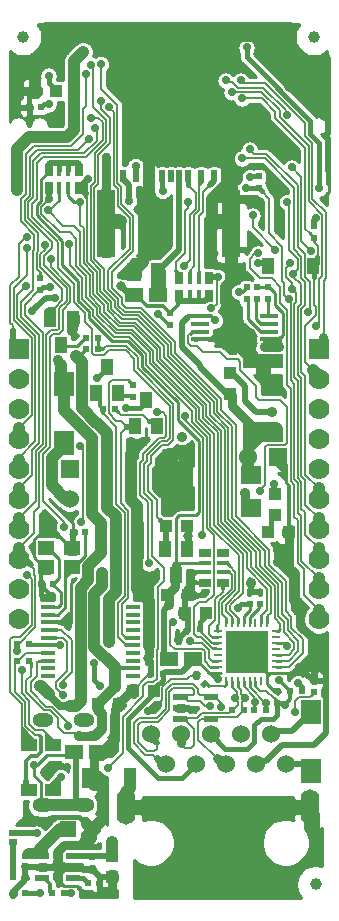
<source format=gbr>
G04 #@! TF.GenerationSoftware,KiCad,Pcbnew,5.1.0-rc2-unknown-036be7d~80~ubuntu16.04.1*
G04 #@! TF.CreationDate,2021-12-15T16:14:17+02:00*
G04 #@! TF.ProjectId,ESP32-PoE_Rev_I,45535033-322d-4506-9f45-5f5265765f49,I*
G04 #@! TF.SameCoordinates,Original*
G04 #@! TF.FileFunction,Copper,L4,Bot*
G04 #@! TF.FilePolarity,Positive*
%FSLAX46Y46*%
G04 Gerber Fmt 4.6, Leading zero omitted, Abs format (unit mm)*
G04 Created by KiCad (PCBNEW 5.1.0-rc2-unknown-036be7d~80~ubuntu16.04.1) date 2021-12-15 16:14:17*
%MOMM*%
%LPD*%
G04 APERTURE LIST*
%ADD10R,1.016000X1.016000*%
%ADD11R,3.400001X1.200000*%
%ADD12R,1.500000X0.350000*%
%ADD13R,1.524000X1.524000*%
%ADD14C,1.524000*%
%ADD15C,1.300000*%
%ADD16C,2.000000*%
%ADD17R,1.524000X1.270000*%
%ADD18R,1.400000X1.000000*%
%ADD19R,1.200000X0.550000*%
%ADD20R,0.500000X0.550000*%
%ADD21R,1.000000X1.400000*%
%ADD22O,1.600000X2.999999*%
%ADD23R,3.600000X3.600000*%
%ADD24R,0.400000X0.400000*%
%ADD25R,1.422400X1.422400*%
%ADD26R,0.250000X0.800000*%
%ADD27R,0.800000X0.250000*%
%ADD28R,1.270000X1.524000*%
%ADD29R,1.400000X1.400000*%
%ADD30C,1.400000*%
%ADD31C,1.000000*%
%ADD32R,0.550000X0.500000*%
%ADD33C,0.500000*%
%ADD34C,0.100000*%
%ADD35C,1.778000*%
%ADD36R,1.778000X1.778000*%
%ADD37R,1.270000X0.325000*%
%ADD38R,1.700000X2.000000*%
%ADD39R,1.016000X1.778000*%
%ADD40R,0.500000X1.000000*%
%ADD41R,1.500000X1.200000*%
%ADD42R,1.500000X4.500000*%
%ADD43O,1.800000X1.200000*%
%ADD44R,1.016000X0.381000*%
%ADD45R,1.016000X0.635000*%
%ADD46R,0.381000X1.016000*%
%ADD47R,0.635000X1.016000*%
%ADD48R,1.400000X1.200000*%
%ADD49R,0.762000X0.508000*%
%ADD50R,1.778000X1.524000*%
%ADD51C,1.800000*%
%ADD52C,0.900000*%
%ADD53C,0.700000*%
%ADD54C,0.800000*%
%ADD55C,0.508000*%
%ADD56C,1.016000*%
%ADD57C,0.254000*%
%ADD58C,0.635000*%
%ADD59C,0.762000*%
%ADD60C,0.152400*%
%ADD61C,0.304800*%
%ADD62C,0.406400*%
%ADD63C,0.203200*%
%ADD64C,0.863600*%
%ADD65C,0.609600*%
%ADD66C,1.270000*%
%ADD67C,0.330200*%
%ADD68C,1.524000*%
G04 APERTURE END LIST*
D10*
X113157000Y-137287000D03*
X113157000Y-135509000D03*
D11*
X112141000Y-124205200D03*
X112141000Y-130505200D03*
D12*
X112678000Y-120437000D03*
X112678000Y-121087000D03*
X112678000Y-121737000D03*
X112678000Y-122387000D03*
X106778000Y-122387000D03*
X106778000Y-121737000D03*
X106778000Y-121087000D03*
X106778000Y-120437000D03*
D13*
X113391000Y-132334000D03*
D14*
X110891000Y-132334000D03*
D15*
X101340000Y-106035000D03*
D16*
X103140000Y-104235000D03*
D15*
X104940000Y-106035000D03*
X101340000Y-102435000D03*
X104940000Y-102435000D03*
X103140000Y-102435000D03*
X103140000Y-106035000D03*
X101340000Y-104235000D03*
X104940000Y-104235000D03*
D17*
X96139000Y-157353000D03*
X98171000Y-157353000D03*
D18*
X92329000Y-156723000D03*
X92329000Y-160523000D03*
D19*
X105126000Y-154559000D03*
X105126000Y-153609000D03*
X105126000Y-152659000D03*
X107726000Y-154559000D03*
X107726000Y-152659000D03*
D20*
X112395000Y-153797000D03*
X111379000Y-153797000D03*
D21*
X116400000Y-116195000D03*
X112600000Y-116195000D03*
D10*
X98171000Y-153289000D03*
X99949000Y-153289000D03*
D21*
X102237540Y-127548640D03*
X101282500Y-129758440D03*
X103184960Y-129758440D03*
X98933000Y-124714000D03*
X97977960Y-126923800D03*
X99880420Y-126923800D03*
X94107000Y-120650000D03*
X96009460Y-120650000D03*
X95054420Y-122859800D03*
D17*
X101219000Y-118618000D03*
X103251000Y-118618000D03*
D21*
X103825040Y-140116560D03*
X105727500Y-140116560D03*
X104772460Y-142326360D03*
D14*
X102616000Y-155806000D03*
X103886000Y-158346000D03*
X105156000Y-155806000D03*
X106426000Y-158346000D03*
X107696000Y-155806000D03*
X108966000Y-158346000D03*
X110236000Y-155806000D03*
X111506000Y-158346000D03*
X112776000Y-155806000D03*
X114046000Y-158346000D03*
D22*
X100531000Y-161946000D03*
X116131000Y-161946000D03*
D23*
X110744000Y-148844000D03*
D24*
X112044000Y-149344000D03*
X112044000Y-148344000D03*
X111244000Y-147544000D03*
X110244000Y-147544000D03*
X109444000Y-148344000D03*
X109444000Y-149344000D03*
X110244000Y-150144000D03*
X111244000Y-150144000D03*
D25*
X110744000Y-148844000D03*
D26*
X108994000Y-151294000D03*
X109494000Y-151294000D03*
X109994000Y-151294000D03*
X110494000Y-151294000D03*
X110994000Y-151294000D03*
X111494000Y-151294000D03*
X111994000Y-151294000D03*
X112494000Y-151294000D03*
D27*
X113194000Y-150594000D03*
X113194000Y-150094000D03*
X113194000Y-149594000D03*
X113194000Y-149094000D03*
X113194000Y-148594000D03*
X113194000Y-148094000D03*
X113194000Y-147594000D03*
X113194000Y-147094000D03*
D26*
X112494000Y-146394000D03*
X111994000Y-146394000D03*
X111494000Y-146394000D03*
X110994000Y-146394000D03*
X110494000Y-146394000D03*
X109994000Y-146394000D03*
X109494000Y-146394000D03*
X108994000Y-146394000D03*
D27*
X108294000Y-147094000D03*
X108294000Y-147594000D03*
X108294000Y-148094000D03*
X108294000Y-148594000D03*
X108294000Y-149094000D03*
X108294000Y-149594000D03*
X108294000Y-150094000D03*
X108294000Y-150594000D03*
D20*
X103632000Y-150749000D03*
X102616000Y-150749000D03*
D10*
X102870000Y-152146000D03*
X101092000Y-152146000D03*
D20*
X91948000Y-167005000D03*
X90932000Y-167005000D03*
X90932000Y-166116000D03*
X91948000Y-166116000D03*
D18*
X94361000Y-160523000D03*
X94361000Y-156723000D03*
D20*
X91948000Y-167894000D03*
X90932000Y-167894000D03*
X92329000Y-102743000D03*
X93345000Y-102743000D03*
X98298000Y-168402000D03*
X97282000Y-168402000D03*
D19*
X93442000Y-168018500D03*
X93442000Y-167068500D03*
X93442000Y-166118500D03*
X96042000Y-168018500D03*
X96042000Y-166118500D03*
D20*
X97155000Y-122301000D03*
X98171000Y-122301000D03*
D10*
X103886000Y-138176000D03*
X105664000Y-138176000D03*
D28*
X101219000Y-116713000D03*
X103251000Y-116713000D03*
D29*
X95638620Y-163852860D03*
D30*
X97650300Y-163850320D03*
D31*
X116586000Y-168529000D03*
X116459000Y-96774000D03*
X91821000Y-96774000D03*
D32*
X110998000Y-143764000D03*
X110998000Y-144780000D03*
D20*
X105791000Y-146939000D03*
X106807000Y-146939000D03*
D32*
X113284000Y-152146000D03*
X113284000Y-153162000D03*
X93218000Y-117221000D03*
X93218000Y-118237000D03*
X111760000Y-108585000D03*
X111760000Y-109601000D03*
X104267000Y-121158000D03*
X104267000Y-120142000D03*
D33*
X106469580Y-150792580D03*
D34*
G36*
X106840811Y-150774902D02*
G01*
X106451902Y-151163811D01*
X106098349Y-150810258D01*
X106487258Y-150421349D01*
X106840811Y-150774902D01*
X106840811Y-150774902D01*
G37*
D33*
X107188000Y-151511000D03*
D34*
G36*
X106816769Y-151528678D02*
G01*
X107205678Y-151139769D01*
X107559231Y-151493322D01*
X107170322Y-151882231D01*
X106816769Y-151528678D01*
X106816769Y-151528678D01*
G37*
D20*
X90932000Y-169291000D03*
X91948000Y-169291000D03*
D32*
X116459000Y-151257000D03*
X116459000Y-152273000D03*
D20*
X115443000Y-152146000D03*
X114427000Y-152146000D03*
X94234000Y-169291000D03*
X95250000Y-169291000D03*
X98171000Y-123190000D03*
X97155000Y-123190000D03*
D32*
X97663000Y-167259000D03*
X97663000Y-166243000D03*
D20*
X91313000Y-148209000D03*
X92329000Y-148209000D03*
X91313000Y-149606000D03*
X92329000Y-149606000D03*
D35*
X116840000Y-130840000D03*
X116840000Y-128300000D03*
X116840000Y-125760000D03*
D36*
X116840000Y-123220000D03*
D35*
X116840000Y-133380000D03*
X116840000Y-135920000D03*
X116840000Y-141000000D03*
X116840000Y-138460000D03*
X116840000Y-143540000D03*
X116840000Y-146080000D03*
X91440000Y-130840000D03*
X91440000Y-128300000D03*
X91440000Y-125760000D03*
D36*
X91440000Y-123220000D03*
D35*
X91440000Y-133380000D03*
X91440000Y-135920000D03*
X91440000Y-141000000D03*
X91440000Y-138460000D03*
X91440000Y-143540000D03*
X91440000Y-146080000D03*
D10*
X99314000Y-167894000D03*
X99314000Y-166116000D03*
D37*
X93916500Y-150880000D03*
X93916500Y-150230000D03*
X93916500Y-149580000D03*
X93916500Y-148930000D03*
X93916500Y-148280000D03*
X93916500Y-147630000D03*
X93916500Y-146980000D03*
X93916500Y-146330000D03*
X93916500Y-145680000D03*
X93916500Y-145030000D03*
X101155500Y-145030000D03*
X101155500Y-145680000D03*
X101155500Y-146330000D03*
X101155500Y-146980000D03*
X101155500Y-147630000D03*
X101155500Y-148280000D03*
X101155500Y-148930000D03*
X101155500Y-149580000D03*
X101155500Y-150230000D03*
X101155500Y-150880000D03*
D38*
X95250000Y-126151000D03*
X95250000Y-131151000D03*
D39*
X100838000Y-159512000D03*
X97282000Y-159512000D03*
D40*
X100290000Y-108587000D03*
X101390000Y-108587000D03*
X102490000Y-108587000D03*
X103590000Y-108587000D03*
X104340000Y-108587000D03*
X105040000Y-108587000D03*
X105790000Y-108587000D03*
X106890000Y-108587000D03*
X107990000Y-108587000D03*
D41*
X109440000Y-110337000D03*
X98840000Y-110337000D03*
X109440000Y-114787000D03*
X98840000Y-114787000D03*
D42*
X98840000Y-112387000D03*
X109440000Y-112387000D03*
D10*
X105537000Y-145542000D03*
X107315000Y-145542000D03*
X105791000Y-144018000D03*
X104013000Y-144018000D03*
D43*
X93476000Y-154642000D03*
X96946000Y-154642000D03*
X96946000Y-161842000D03*
X93476000Y-161842000D03*
D44*
X107188000Y-141351000D03*
X107188000Y-142113000D03*
X108712000Y-141351000D03*
X108712000Y-142113000D03*
D45*
X107188000Y-140462000D03*
X108712000Y-140462000D03*
X107188000Y-143002000D03*
X108712000Y-143002000D03*
D46*
X95631000Y-108077000D03*
X94869000Y-108077000D03*
X95631000Y-109601000D03*
X94869000Y-109601000D03*
D47*
X96520000Y-108077000D03*
X96520000Y-109601000D03*
X93980000Y-108077000D03*
X93980000Y-109601000D03*
D17*
X104140000Y-149479000D03*
X106172000Y-149479000D03*
D20*
X93345000Y-143129000D03*
X94361000Y-143129000D03*
D32*
X116459000Y-113792000D03*
X116459000Y-112776000D03*
D20*
X99568000Y-128270000D03*
X98552000Y-128270000D03*
D32*
X101092000Y-126238000D03*
X101092000Y-127254000D03*
D46*
X106680000Y-117221000D03*
X105918000Y-117221000D03*
X106680000Y-118745000D03*
X105918000Y-118745000D03*
D47*
X107569000Y-117221000D03*
X107569000Y-118745000D03*
X105029000Y-117221000D03*
X105029000Y-118745000D03*
D20*
X96012000Y-138684000D03*
X97028000Y-138684000D03*
D48*
X95969000Y-140043000D03*
X93769000Y-141643000D03*
X93769000Y-140043000D03*
X95969000Y-141643000D03*
D49*
X90932000Y-164973000D03*
X90932000Y-164211000D03*
D10*
X92837000Y-101346000D03*
X94615000Y-101346000D03*
D20*
X110490000Y-153797000D03*
X109474000Y-153797000D03*
D38*
X116205000Y-153964000D03*
X116205000Y-158964000D03*
D32*
X110744000Y-118999000D03*
X110744000Y-117983000D03*
X112522000Y-117983000D03*
X112522000Y-118999000D03*
X111633000Y-117983000D03*
X111633000Y-118999000D03*
D50*
X111125000Y-136652000D03*
X111125000Y-133858000D03*
D51*
X105029000Y-133985000D03*
D14*
X95758000Y-135870000D03*
D13*
X95758000Y-133370000D03*
D10*
X109347000Y-127000000D03*
X109347000Y-125222000D03*
D32*
X111887000Y-144780000D03*
X111887000Y-143764000D03*
D10*
X114300000Y-138684000D03*
X112522000Y-138684000D03*
D52*
X99314000Y-164973000D03*
X93218000Y-151765000D03*
X98425000Y-139827000D03*
X94775020Y-124167900D03*
D53*
X92125800Y-113690400D03*
X92964000Y-163195000D03*
X93853000Y-163195000D03*
D52*
X98330590Y-161163000D03*
X114300000Y-106680000D03*
D53*
X101219000Y-115824000D03*
X102044500Y-115824000D03*
D52*
X117348000Y-103378000D03*
X117348000Y-102108000D03*
X117348000Y-98679000D03*
X114427000Y-100965000D03*
X114427000Y-99822000D03*
X114427000Y-98679000D03*
X114427000Y-97155000D03*
X105410000Y-107315000D03*
X106680000Y-103505000D03*
X106680000Y-106045000D03*
X107950000Y-107315000D03*
X107950000Y-104775000D03*
X109220000Y-106045000D03*
X104140000Y-107315000D03*
X107950000Y-103505000D03*
X107950000Y-106045000D03*
X109220000Y-104775000D03*
X106680000Y-107315000D03*
X106680000Y-104775000D03*
X106680000Y-102235000D03*
D53*
X98869500Y-106934000D03*
D52*
X91059000Y-102616000D03*
X91059000Y-101346000D03*
X91059000Y-100076000D03*
X91059000Y-98806000D03*
X92328990Y-98806000D03*
X93726000Y-98806000D03*
X93726000Y-97472500D03*
X114427000Y-96012000D03*
X110617000Y-96012000D03*
X106807000Y-96774000D03*
X108077000Y-96012000D03*
X105537000Y-96012000D03*
X102997000Y-96012000D03*
X101727000Y-96774000D03*
X104267000Y-96774000D03*
X109347000Y-96774000D03*
X100457000Y-96012000D03*
X93726000Y-96012000D03*
X97917000Y-96012000D03*
D53*
X102489000Y-109836724D03*
D52*
X100076000Y-112395000D03*
X94742000Y-167767000D03*
X94742000Y-166624000D03*
X107823000Y-112395000D03*
D53*
X94234000Y-144145000D03*
D52*
X103632000Y-112395000D03*
X99187000Y-96774000D03*
D53*
X117475000Y-105156000D03*
D52*
X96901000Y-96774000D03*
X102489000Y-112395000D03*
D53*
X100203000Y-116967000D03*
X95631000Y-146685000D03*
D52*
X99314000Y-169037000D03*
X102489000Y-145542000D03*
D53*
X115189000Y-150114000D03*
X106045000Y-153797000D03*
D54*
X102362000Y-149352000D03*
D52*
X98330590Y-160210498D03*
D53*
X104902000Y-147828000D03*
X95885000Y-121666000D03*
D52*
X100965000Y-131064000D03*
D53*
X102362000Y-153847800D03*
D54*
X93853000Y-137414000D03*
D52*
X113411000Y-141224000D03*
X113411000Y-140208000D03*
X99568000Y-154305000D03*
X110998000Y-103886000D03*
D53*
X110921800Y-110794800D03*
X95504000Y-158623000D03*
D52*
X110998000Y-121920000D03*
X110998000Y-122936000D03*
X101981000Y-131064000D03*
X111084360Y-143040100D03*
X105283000Y-130606800D03*
D53*
X92590110Y-120015000D03*
X94488000Y-118872000D03*
D52*
X96901000Y-98044000D03*
D53*
X116586000Y-112141000D03*
D52*
X99674680Y-143771620D03*
D54*
X100131880Y-117899180D03*
D52*
X96266000Y-123825000D03*
X98092260Y-129433320D03*
D54*
X105791000Y-139065000D03*
D53*
X110744000Y-97663000D03*
X116890800Y-109601000D03*
D52*
X91333320Y-109776260D03*
X99060000Y-147980400D03*
D53*
X113969800Y-153314400D03*
X108356400Y-151155400D03*
X113510000Y-151250000D03*
X93980000Y-100055001D03*
X92125800Y-114604800D03*
X111051173Y-108638173D03*
X103631994Y-109836732D03*
D52*
X96520000Y-155956000D03*
X97536000Y-155956000D03*
X98501200Y-142123160D03*
D53*
X105796410Y-110751157D03*
X100774500Y-110680496D03*
X101345994Y-107696000D03*
X97409000Y-105410000D03*
X95278919Y-138270969D03*
X94157800Y-115570000D03*
X108077000Y-120777000D03*
X110109000Y-118364000D03*
D52*
X112344200Y-122999500D03*
X112903000Y-128524000D03*
X113487200Y-122999500D03*
D53*
X110998000Y-106299000D03*
X115976400Y-120091200D03*
X110363000Y-107060996D03*
X93980000Y-102489000D03*
X110236000Y-100457000D03*
D52*
X102108000Y-168783000D03*
X105283000Y-168783000D03*
X108204000Y-168783000D03*
X110998000Y-168783000D03*
X112522000Y-167132000D03*
X104013000Y-167132000D03*
X106934000Y-167132000D03*
X109601000Y-167132000D03*
X105918000Y-164846000D03*
X110871000Y-164846000D03*
X108204000Y-164846000D03*
X103632000Y-161946000D03*
X113030000Y-161946000D03*
D53*
X114173000Y-148336000D03*
X111696500Y-115954254D03*
X96730025Y-137874369D03*
X96647000Y-131445000D03*
X100558600Y-128168400D03*
X98298000Y-151765000D03*
X97795080Y-149816820D03*
X95231599Y-151654399D03*
X95231596Y-152512566D03*
D52*
X104140000Y-144907000D03*
D53*
X110007400Y-145084800D03*
X92075000Y-117856016D03*
X92963986Y-164211000D03*
X99016820Y-158666180D03*
X97532247Y-103628247D03*
X109474000Y-101473000D03*
X116586000Y-121285000D03*
X105918000Y-147955000D03*
X114808000Y-153924000D03*
X104521000Y-146304000D03*
X115089940Y-151483060D03*
X95885000Y-169290994D03*
X93217439Y-169291561D03*
X92760768Y-158419800D03*
X94932500Y-148272500D03*
X95019852Y-159437320D03*
X95613220Y-155110180D03*
X114173000Y-103378000D03*
X108966000Y-100457000D03*
X94107000Y-117983000D03*
X107696000Y-119761000D03*
X108331000Y-117094000D03*
X110363000Y-101981000D03*
X91310373Y-148796940D03*
X91742260Y-150373080D03*
X97917000Y-104521000D03*
X97147890Y-99910341D03*
X92188792Y-142297910D03*
X102489000Y-141351000D03*
X111252000Y-111887000D03*
X113157000Y-114808000D03*
X103136700Y-128554480D03*
X106934000Y-138938000D03*
X114554000Y-107823000D03*
X116205000Y-114935000D03*
X105537000Y-128905000D03*
X114462245Y-115922976D03*
X105410000Y-116205000D03*
X114554000Y-118110000D03*
X114681000Y-116840000D03*
X114173000Y-110744000D03*
X110718600Y-109550200D03*
X114300000Y-118999000D03*
X111696500Y-115101841D03*
X103251000Y-120269000D03*
X96673145Y-110744000D03*
X93931740Y-111467900D03*
X97312968Y-108831208D03*
X93980000Y-110490555D03*
X93675200Y-114376200D03*
X98398693Y-99097193D03*
X99124867Y-102705397D03*
X98415660Y-102232500D03*
X97536008Y-99123500D03*
X95732400Y-114274400D03*
X107642660Y-153441400D03*
X111429800Y-153085800D03*
X108595160Y-153469340D03*
X112395000Y-153162000D03*
X109728000Y-152781000D03*
X110617000Y-152781000D03*
X113080800Y-134645400D03*
X105029000Y-136271000D03*
X106045000Y-136271000D03*
X104013000Y-136271000D03*
D52*
X110617000Y-135382000D03*
D53*
X105918000Y-131953000D03*
X105029000Y-131953000D03*
X104140000Y-131953000D03*
X111887000Y-135255000D03*
X98051620Y-125669040D03*
D55*
X91440000Y-123220000D02*
X90932000Y-122712000D01*
X90932000Y-122712000D02*
X90932000Y-121602500D01*
X96042000Y-166118500D02*
X97787500Y-166118500D01*
X97787500Y-166118500D02*
X97790000Y-166116000D01*
X99314000Y-166116000D02*
X97790000Y-166116000D01*
X97790000Y-166116000D02*
X97663000Y-166243000D01*
D56*
X99314000Y-164973000D02*
X99314000Y-165481000D01*
D57*
X99203000Y-165370000D02*
X99314000Y-165481000D01*
D56*
X99314000Y-165481000D02*
X99314000Y-166116000D01*
D57*
X99068000Y-165870000D02*
X99314000Y-166116000D01*
D56*
X93319600Y-151765000D02*
X93980000Y-152425400D01*
X93218000Y-151765000D02*
X93319600Y-151765000D01*
D58*
X93980000Y-152450800D02*
X93980000Y-152425400D01*
X95758000Y-153416000D02*
X94945200Y-153416000D01*
X94945200Y-153416000D02*
X93980000Y-152450800D01*
D56*
X95250000Y-128356360D02*
X97663000Y-130769360D01*
X98425000Y-137922000D02*
X98425000Y-139827000D01*
X97663000Y-130769360D02*
X97663000Y-137160000D01*
X97663000Y-137160000D02*
X98425000Y-137922000D01*
X95250000Y-126151000D02*
X95250000Y-128356360D01*
X95250000Y-126151000D02*
X94996000Y-125897000D01*
X94996000Y-125897000D02*
X94996000Y-124587000D01*
D59*
X94775020Y-124366020D02*
X94775020Y-124167900D01*
X94996000Y-124587000D02*
X94775020Y-124366020D01*
D60*
X92049600Y-113690400D02*
X92125800Y-113690400D01*
X91440000Y-114300000D02*
X92049600Y-113690400D01*
X90726260Y-117807740D02*
X91440000Y-117094000D01*
X91440000Y-117094000D02*
X91440000Y-114300000D01*
X90932000Y-121183400D02*
X90726260Y-120977660D01*
X90932000Y-121602500D02*
X90932000Y-121183400D01*
X90726260Y-120977660D02*
X90726260Y-117807740D01*
D56*
X96266000Y-153416000D02*
X95758000Y-153416000D01*
X96685122Y-143421078D02*
X96685122Y-152996878D01*
X98425000Y-139827000D02*
X98425000Y-140462000D01*
X98425000Y-140462000D02*
X97330260Y-141556740D01*
X97330260Y-141556740D02*
X97330260Y-142775940D01*
X96685122Y-152996878D02*
X96266000Y-153416000D01*
X97330260Y-142775940D02*
X96685122Y-143421078D01*
D57*
X117729000Y-109918500D02*
X117411500Y-110236000D01*
X117729000Y-108267500D02*
X117729000Y-109918500D01*
X117602000Y-108140500D02*
X117729000Y-108267500D01*
D61*
X93345000Y-143256000D02*
X94234000Y-144145000D01*
X93345000Y-143129000D02*
X93345000Y-143256000D01*
D62*
X93345000Y-144018000D02*
X93472000Y-144145000D01*
X93345000Y-143129000D02*
X93345000Y-144018000D01*
D59*
X98386900Y-163113720D02*
X98386900Y-160266808D01*
X97650300Y-163850320D02*
X98386900Y-163113720D01*
X98386900Y-160266808D02*
X98350299Y-160230207D01*
D62*
X92964000Y-163195000D02*
X93853000Y-163195000D01*
D56*
X114300000Y-106680000D02*
X112395000Y-104775000D01*
D59*
X100697974Y-116967000D02*
X101282500Y-116967000D01*
X100203000Y-116967000D02*
X100697974Y-116967000D01*
X101219000Y-115824000D02*
X101219000Y-115951000D01*
X101219000Y-115951000D02*
X100203000Y-116967000D01*
X101219000Y-115824000D02*
X102044500Y-115824000D01*
X101219000Y-116713000D02*
X101219000Y-116649500D01*
X101219000Y-116649500D02*
X102044500Y-115824000D01*
D61*
X96075500Y-140081000D02*
X95758000Y-139763500D01*
D56*
X109410500Y-109410500D02*
X109410500Y-110299500D01*
X109410500Y-108902500D02*
X109410500Y-109410500D01*
X109220000Y-107315000D02*
X109220000Y-109220000D01*
X109220000Y-109220000D02*
X109410500Y-109410500D01*
X109220000Y-107315000D02*
X109220000Y-108331000D01*
X109410500Y-108902500D02*
X109410500Y-108521500D01*
X109410500Y-108521500D02*
X109220000Y-108331000D01*
D59*
X117348000Y-98679000D02*
X115570000Y-98679000D01*
D56*
X115570000Y-98679000D02*
X114427000Y-98679000D01*
X117348000Y-103378000D02*
X117348000Y-98679000D01*
D55*
X117615401Y-105015599D02*
X117615401Y-103645401D01*
X117615401Y-103645401D02*
X117348000Y-103378000D01*
X117475000Y-105156000D02*
X117615401Y-105015599D01*
D56*
X111506000Y-96774000D02*
X114046000Y-96774000D01*
X114046000Y-96774000D02*
X114427000Y-97155000D01*
X114427000Y-100965000D02*
X114427000Y-96012000D01*
X106680000Y-104775000D02*
X109220000Y-104775000D01*
X106680000Y-106045000D02*
X109220000Y-106045000D01*
X107950000Y-103505000D02*
X107950000Y-107315000D01*
X109220000Y-104775000D02*
X106680000Y-102235000D01*
X109220000Y-107315000D02*
X109220000Y-104775000D01*
X106680000Y-107315000D02*
X106680000Y-102235000D01*
X104140000Y-107315000D02*
X109220000Y-107315000D01*
X106172000Y-104267000D02*
X103251000Y-104267000D01*
D59*
X98840000Y-110337000D02*
X98840000Y-106963500D01*
X98840000Y-106963500D02*
X98869500Y-106934000D01*
X93726000Y-97472500D02*
X93726000Y-96012000D01*
D56*
X93726000Y-98806000D02*
X93726000Y-97472500D01*
D59*
X101346000Y-102362000D02*
X101346000Y-96774000D01*
X103251000Y-104267000D02*
X101346000Y-102362000D01*
X101346000Y-96774000D02*
X100076000Y-96774000D01*
X111506000Y-96774000D02*
X113665000Y-96774000D01*
X113665000Y-96774000D02*
X114427000Y-96012000D01*
D56*
X96901000Y-96774000D02*
X109347000Y-96774000D01*
X93726000Y-96012000D02*
X114427000Y-96012000D01*
D59*
X109593000Y-110490000D02*
X111442500Y-110490000D01*
X109440000Y-110337000D02*
X109593000Y-110490000D01*
D55*
X117602000Y-105312180D02*
X117602000Y-108140500D01*
X117616590Y-105297590D02*
X117602000Y-105312180D01*
X117475000Y-105156000D02*
X117616590Y-105297590D01*
D56*
X109440000Y-110337000D02*
X107976000Y-110337000D01*
X107976000Y-110337000D02*
X107823000Y-110490000D01*
X107823000Y-110490000D02*
X109410500Y-108902500D01*
X107823000Y-112395000D02*
X107823000Y-110490000D01*
X98840000Y-112387000D02*
X100068000Y-112387000D01*
X100068000Y-112387000D02*
X100076000Y-112395000D01*
X109440000Y-112387000D02*
X107831000Y-112387000D01*
X107831000Y-112387000D02*
X107823000Y-112395000D01*
X107823000Y-112395000D02*
X109220000Y-112395000D01*
D55*
X98840000Y-112895000D02*
X99340000Y-112395000D01*
X99340000Y-112395000D02*
X99581026Y-112395000D01*
X99581026Y-112395000D02*
X100076000Y-112395000D01*
D56*
X102489000Y-112395000D02*
X102489000Y-108588000D01*
X102489000Y-108588000D02*
X102490000Y-108587000D01*
D59*
X98840000Y-112387000D02*
X98488500Y-112035500D01*
D56*
X102490000Y-108587000D02*
X102490000Y-104901000D01*
X102490000Y-104901000D02*
X103124000Y-104267000D01*
D55*
X98298000Y-169037000D02*
X99314000Y-169037000D01*
X98298000Y-168402000D02*
X98298000Y-169037000D01*
X92011500Y-167068500D02*
X91948000Y-167005000D01*
X93442000Y-167068500D02*
X92011500Y-167068500D01*
X90932000Y-169164000D02*
X90932000Y-169291000D01*
X91948000Y-168148000D02*
X90932000Y-169164000D01*
X91948000Y-167894000D02*
X91948000Y-168148000D01*
X91948000Y-167005000D02*
X91948000Y-167894000D01*
D57*
X95969000Y-140043000D02*
X96096000Y-139916000D01*
D61*
X93345000Y-143129000D02*
X93345000Y-142067000D01*
X93345000Y-142067000D02*
X93769000Y-141643000D01*
D55*
X97663000Y-167259000D02*
X95377000Y-167259000D01*
X95377000Y-167259000D02*
X94742000Y-166624000D01*
D59*
X97028000Y-165227000D02*
X95250000Y-165227000D01*
X94742000Y-165735000D02*
X95250000Y-165227000D01*
X94742000Y-165735000D02*
X94742000Y-166624000D01*
D55*
X98298000Y-167894000D02*
X97663000Y-167259000D01*
X98298000Y-167894000D02*
X99314000Y-167894000D01*
X98298000Y-168402000D02*
X98298000Y-167894000D01*
D59*
X97650300Y-164604700D02*
X97028000Y-165227000D01*
X97650300Y-163850320D02*
X97650300Y-164604700D01*
D55*
X93442000Y-167068500D02*
X94297500Y-167068500D01*
X94297500Y-167068500D02*
X94742000Y-166624000D01*
D60*
X109440000Y-112387000D02*
X109440000Y-114787000D01*
X98840000Y-112387000D02*
X98840000Y-114787000D01*
D56*
X109440000Y-112387000D02*
X109440000Y-113123000D01*
D55*
X101219000Y-116713000D02*
X100965000Y-116967000D01*
X100965000Y-116967000D02*
X100203000Y-116967000D01*
D59*
X111506000Y-96774000D02*
X108966000Y-96774000D01*
D56*
X103124000Y-96774000D02*
X106045000Y-96774000D01*
X96901000Y-96774000D02*
X100076000Y-96774000D01*
D61*
X95631000Y-146685000D02*
X95276000Y-146330000D01*
X95276000Y-146330000D02*
X93916500Y-146330000D01*
D55*
X97650300Y-163850320D02*
X97756980Y-163957000D01*
X99568000Y-167894000D02*
X99314000Y-167894000D01*
X99060000Y-167640000D02*
X99314000Y-167894000D01*
X99314000Y-167894000D02*
X99314000Y-169037000D01*
X97650300Y-163850320D02*
X97642680Y-163850320D01*
X96012000Y-140081000D02*
X96012000Y-138684000D01*
D57*
X113194000Y-150594000D02*
X112494000Y-150594000D01*
X112804000Y-150594000D02*
X113194000Y-150594000D01*
X112494000Y-150904000D02*
X112804000Y-150594000D01*
X112494000Y-151294000D02*
X112494000Y-150904000D01*
X112494000Y-150594000D02*
X110744000Y-148844000D01*
X112494000Y-151294000D02*
X112494000Y-150594000D01*
X114335500Y-150594000D02*
X113194000Y-150594000D01*
X115669000Y-150594000D02*
X114335500Y-150594000D01*
D62*
X94250741Y-162797259D02*
X93853000Y-163195000D01*
X97650300Y-163850320D02*
X96597239Y-162797259D01*
X96597239Y-162797259D02*
X94250741Y-162797259D01*
D56*
X102489000Y-145542000D02*
X102489000Y-148336000D01*
D55*
X105857000Y-153609000D02*
X106045000Y-153797000D01*
X105126000Y-153609000D02*
X105857000Y-153609000D01*
D59*
X102362000Y-149352000D02*
X102489000Y-149225000D01*
X102489000Y-149225000D02*
X102489000Y-148336000D01*
D55*
X102362000Y-149352000D02*
X102616000Y-149606000D01*
X102616000Y-149606000D02*
X102616000Y-150749000D01*
D59*
X116344700Y-147701000D02*
X115265222Y-146621522D01*
X115265222Y-146621522D02*
X115265222Y-145008622D01*
X114681000Y-144424400D02*
X114681000Y-142113000D01*
X116713000Y-147701000D02*
X116344700Y-147701000D01*
X115265222Y-145008622D02*
X114681000Y-144424400D01*
D55*
X98350299Y-160230207D02*
X98330590Y-160210498D01*
D57*
X115951000Y-150876000D02*
X115669000Y-150594000D01*
D55*
X115189000Y-150114000D02*
X115951000Y-150876000D01*
X116459000Y-151257000D02*
X115951000Y-150876000D01*
X104902000Y-147828000D02*
X105791000Y-146939000D01*
X105537000Y-145669000D02*
X105537000Y-145542000D01*
X105791000Y-145923000D02*
X105537000Y-145669000D01*
X105791000Y-146939000D02*
X105791000Y-145923000D01*
D59*
X95885000Y-121158000D02*
X95885000Y-120650000D01*
X96012000Y-121539000D02*
X96012000Y-120650000D01*
X95885000Y-121666000D02*
X96012000Y-121539000D01*
X95885000Y-121666000D02*
X95885000Y-121158000D01*
D56*
X101473000Y-143510000D02*
X102489000Y-144526000D01*
X101473000Y-136525000D02*
X101473000Y-143510000D01*
X100965000Y-136017000D02*
X101473000Y-136525000D01*
X102489000Y-144526000D02*
X102489000Y-145542000D01*
X100965000Y-132080000D02*
X100965000Y-136017000D01*
X92837000Y-99695000D02*
X92837000Y-101346000D01*
X95758000Y-96774000D02*
X92837000Y-99695000D01*
X96901000Y-96774000D02*
X95758000Y-96774000D01*
D62*
X92837000Y-101346000D02*
X92329000Y-101854000D01*
X92329000Y-101854000D02*
X92329000Y-102743000D01*
D59*
X100965000Y-132080000D02*
X100965000Y-131064000D01*
D55*
X110998000Y-143764000D02*
X111379000Y-143764000D01*
X111379000Y-143764000D02*
X111887000Y-143764000D01*
D57*
X95631000Y-146685000D02*
X95885000Y-146431000D01*
X95885000Y-146431000D02*
X95885000Y-143002000D01*
X95885000Y-143002000D02*
X96266000Y-142621000D01*
X96012000Y-137922000D02*
X93980000Y-135890000D01*
X96012000Y-138684000D02*
X96012000Y-137922000D01*
D61*
X108245000Y-122387000D02*
X108712000Y-121920000D01*
X107737000Y-122387000D02*
X108331000Y-121793000D01*
X106778000Y-122387000D02*
X107737000Y-122387000D01*
X107737000Y-122387000D02*
X108245000Y-122387000D01*
D60*
X103606600Y-152933400D02*
X102692200Y-153847800D01*
X103606600Y-151853900D02*
X103606600Y-152933400D01*
X104330500Y-151130000D02*
X103606600Y-151853900D01*
X106469580Y-150792580D02*
X106386160Y-150876000D01*
X105664000Y-151130000D02*
X104330500Y-151130000D01*
X102692200Y-153847800D02*
X102362000Y-153847800D01*
X106386160Y-150876000D02*
X105918000Y-150876000D01*
X105918000Y-150876000D02*
X105664000Y-151130000D01*
D57*
X113080800Y-152146000D02*
X113411000Y-152146000D01*
X112494000Y-151559200D02*
X113080800Y-152146000D01*
X112494000Y-151294000D02*
X112494000Y-151559200D01*
D63*
X101092000Y-152146000D02*
X101092000Y-152115520D01*
X102453440Y-150911560D02*
X102295960Y-150911560D01*
X102616000Y-150749000D02*
X102453440Y-150911560D01*
X101092000Y-152115520D02*
X102295960Y-150911560D01*
D59*
X99568000Y-153670000D02*
X99568000Y-154305000D01*
X99949000Y-153289000D02*
X99568000Y-153670000D01*
X100965000Y-152146000D02*
X101092000Y-152146000D01*
X99949000Y-153162000D02*
X100965000Y-152146000D01*
X99949000Y-153289000D02*
X99949000Y-153162000D01*
X97282000Y-159512000D02*
X97282000Y-159766000D01*
X97726498Y-160210498D02*
X98330590Y-160210498D01*
X97282000Y-159766000D02*
X97726498Y-160210498D01*
D64*
X99568000Y-156337000D02*
X99568000Y-154305000D01*
X98552000Y-157353000D02*
X99568000Y-156337000D01*
D59*
X98171000Y-157353000D02*
X98552000Y-157353000D01*
D55*
X105537000Y-145542000D02*
X105537000Y-144272000D01*
X105537000Y-144272000D02*
X105791000Y-144018000D01*
D65*
X106045000Y-143764000D02*
X105854500Y-143954500D01*
D57*
X106426000Y-142113000D02*
X106045000Y-142494000D01*
X107188000Y-142113000D02*
X106426000Y-142113000D01*
D61*
X107188000Y-143002000D02*
X106045000Y-143002000D01*
D65*
X106045000Y-143002000D02*
X106045000Y-143764000D01*
X106045000Y-142494000D02*
X106045000Y-143002000D01*
D57*
X92329000Y-102743000D02*
X92329000Y-103505000D01*
X92329000Y-103505000D02*
X94615000Y-103505000D01*
D56*
X109601000Y-121920000D02*
X109855000Y-121666000D01*
X108712000Y-121920000D02*
X109601000Y-121920000D01*
D57*
X93510000Y-141643000D02*
X93769000Y-141643000D01*
X92710000Y-140843000D02*
X93510000Y-141643000D01*
X92710000Y-139395200D02*
X92710000Y-140843000D01*
X95969000Y-140043000D02*
X95847000Y-140043000D01*
X95847000Y-140043000D02*
X94615000Y-138811000D01*
X93294200Y-138811000D02*
X92710000Y-139395200D01*
D61*
X93853000Y-137414000D02*
X93853000Y-138811000D01*
D57*
X93853000Y-138811000D02*
X93294200Y-138811000D01*
X94615000Y-138811000D02*
X93853000Y-138811000D01*
D56*
X111125000Y-104013000D02*
X110998000Y-103886000D01*
X112395000Y-104775000D02*
X111125000Y-104775000D01*
X111125000Y-104775000D02*
X111125000Y-104013000D01*
X111125000Y-104775000D02*
X109220000Y-104775000D01*
D55*
X109440000Y-114787000D02*
X110850000Y-114787000D01*
X117475000Y-155702000D02*
X117475000Y-148463000D01*
X111506000Y-158346000D02*
X111787800Y-158064200D01*
X117475000Y-148463000D02*
X116713000Y-147701000D01*
X116459000Y-156718000D02*
X117475000Y-155702000D01*
X111787800Y-158064200D02*
X112420400Y-158064200D01*
X112420400Y-158064200D02*
X113766600Y-156718000D01*
X113766600Y-156718000D02*
X116459000Y-156718000D01*
D59*
X97790000Y-157734000D02*
X98171000Y-157353000D01*
X97790000Y-159004000D02*
X97790000Y-157734000D01*
X97282000Y-159512000D02*
X97790000Y-159004000D01*
D57*
X94742000Y-167767000D02*
X94742000Y-168148000D01*
X94742000Y-168148000D02*
X95250000Y-168656000D01*
X95250000Y-168656000D02*
X96393000Y-168656000D01*
X96393000Y-168656000D02*
X96774000Y-169037000D01*
D56*
X109440000Y-117509000D02*
X109440000Y-114787000D01*
X108966000Y-117983000D02*
X109440000Y-117509000D01*
X109855000Y-121666000D02*
X109474000Y-121285000D01*
X109474000Y-121285000D02*
X109474000Y-119761000D01*
X109474000Y-119761000D02*
X108966000Y-119253000D01*
X108966000Y-119253000D02*
X108966000Y-117983000D01*
X110109000Y-121666000D02*
X109855000Y-121666000D01*
X110363000Y-121920000D02*
X110109000Y-121666000D01*
X110998000Y-121920000D02*
X110363000Y-121920000D01*
X112141000Y-124205200D02*
X111632200Y-124205200D01*
X110998000Y-123571000D02*
X110998000Y-122936000D01*
X111632200Y-124205200D02*
X110998000Y-123571000D01*
X112141000Y-124205200D02*
X111378200Y-124205200D01*
X111378200Y-124205200D02*
X110109000Y-122936000D01*
D55*
X113919000Y-132842000D02*
X113411000Y-132334000D01*
X114681000Y-142113000D02*
X114173000Y-141605000D01*
X113411000Y-132334000D02*
X113391000Y-132334000D01*
X111252000Y-143764000D02*
X111379000Y-143764000D01*
X111084360Y-143596360D02*
X111252000Y-143764000D01*
X111084360Y-143040100D02*
X111084360Y-143596360D01*
D57*
X114046000Y-132969000D02*
X113919000Y-132842000D01*
X114173000Y-141605000D02*
X114376200Y-141401800D01*
D61*
X114376200Y-141401800D02*
X114376200Y-134823200D01*
D57*
X114376200Y-134823200D02*
X114046000Y-134493000D01*
D65*
X113391000Y-132949000D02*
X113792000Y-133350000D01*
X113391000Y-132334000D02*
X113391000Y-132949000D01*
D57*
X114046000Y-134493000D02*
X114046000Y-133985000D01*
X114046000Y-133985000D02*
X114046000Y-132969000D01*
X114046000Y-133858000D02*
X113665000Y-133477000D01*
X114046000Y-133985000D02*
X114046000Y-133858000D01*
D55*
X91948000Y-165989000D02*
X92202000Y-165735000D01*
X91948000Y-166116000D02*
X91948000Y-165989000D01*
X92202000Y-165735000D02*
X93218000Y-165735000D01*
D56*
X93442000Y-165384000D02*
X92964000Y-165862000D01*
X95631000Y-163845240D02*
X95638620Y-163852860D01*
D55*
X91950500Y-166118500D02*
X91948000Y-166116000D01*
X93442000Y-166118500D02*
X91950500Y-166118500D01*
D56*
X93442000Y-165892000D02*
X93442000Y-165384000D01*
X93442000Y-165384000D02*
X94973140Y-163852860D01*
X94973140Y-163852860D02*
X95638620Y-163852860D01*
D62*
X93442000Y-166118500D02*
X93442000Y-165892000D01*
D56*
X95638620Y-163852860D02*
X95638620Y-163949380D01*
D55*
X92940109Y-119665001D02*
X92590110Y-120015000D01*
X93733110Y-118872000D02*
X92940109Y-119665001D01*
X94488000Y-118872000D02*
X93733110Y-118872000D01*
X105029000Y-119126000D02*
X105918000Y-119126000D01*
X105029000Y-118745000D02*
X105029000Y-119126000D01*
X105918000Y-119126000D02*
X106680000Y-119126000D01*
D57*
X105918000Y-118745000D02*
X105918000Y-119126000D01*
X106680000Y-119126000D02*
X106680000Y-118745000D01*
D55*
X116459000Y-112776000D02*
X116459000Y-112268000D01*
X116459000Y-112268000D02*
X116586000Y-112141000D01*
X100850700Y-118618000D02*
X100131880Y-117899180D01*
X101219000Y-118618000D02*
X100850700Y-118618000D01*
D56*
X96774000Y-124333000D02*
X96266000Y-123825000D01*
X98171000Y-129540000D02*
X98933000Y-130302000D01*
X98933000Y-130302000D02*
X98933000Y-136626600D01*
X98092260Y-129433320D02*
X98171000Y-129512060D01*
X97988120Y-129433320D02*
X96774000Y-128219200D01*
X98171000Y-129512060D02*
X98171000Y-129540000D01*
X99674680Y-137368280D02*
X99674680Y-143771620D01*
X98933000Y-136626600D02*
X99674680Y-137368280D01*
X98092260Y-129433320D02*
X97988120Y-129433320D01*
X96774000Y-128219200D02*
X96774000Y-124333000D01*
D61*
X104902000Y-119507000D02*
X104267000Y-120142000D01*
X104902000Y-118872000D02*
X104902000Y-119507000D01*
D57*
X105029000Y-118745000D02*
X104902000Y-118872000D01*
D61*
X101346000Y-118618000D02*
X101219000Y-118618000D01*
X103708200Y-119583200D02*
X102311200Y-119583200D01*
X102311200Y-119583200D02*
X101346000Y-118618000D01*
X104267000Y-120142000D02*
X103708200Y-119583200D01*
D57*
X96266000Y-123825000D02*
X96520000Y-123825000D01*
X96520000Y-123825000D02*
X97155000Y-123190000D01*
D65*
X105791000Y-138303000D02*
X105791000Y-139065000D01*
X105664000Y-138176000D02*
X105791000Y-138303000D01*
X105791000Y-140053060D02*
X105791000Y-139065000D01*
X105727500Y-140116560D02*
X105791000Y-140053060D01*
D56*
X91333320Y-106278680D02*
X92329042Y-105282958D01*
X91333320Y-109776260D02*
X91333320Y-106278680D01*
X92329042Y-105282958D02*
X95504042Y-105282958D01*
X95504042Y-105282958D02*
X96137489Y-104649511D01*
X96137489Y-104649511D02*
X96137489Y-98807511D01*
X96137489Y-98807511D02*
X96451001Y-98493999D01*
X96451001Y-98493999D02*
X96901000Y-98044000D01*
D62*
X110744000Y-98503330D02*
X110744000Y-97663000D01*
X116890800Y-109601000D02*
X116890800Y-105739128D01*
X116128811Y-104977139D02*
X116128811Y-103888141D01*
X116890800Y-105739128D02*
X116128811Y-104977139D01*
X116128811Y-103888141D02*
X110744000Y-98503330D01*
D56*
X99060000Y-144386300D02*
X99674680Y-143771620D01*
X99060000Y-147980400D02*
X99060000Y-144386300D01*
D55*
X107188000Y-119126000D02*
X106680000Y-119126000D01*
X107569000Y-118745000D02*
X107188000Y-119126000D01*
X107696000Y-155806000D02*
X107696000Y-155702000D01*
D57*
X106299000Y-149479000D02*
X106172000Y-149479000D01*
D55*
X106172000Y-149479000D02*
X106045000Y-149479000D01*
D62*
X106045000Y-149479000D02*
X106045000Y-149542500D01*
D57*
X107541000Y-150594000D02*
X106426000Y-149479000D01*
X106426000Y-149479000D02*
X106172000Y-149479000D01*
D55*
X106045000Y-149764750D02*
X106045000Y-149542500D01*
X105289350Y-150520400D02*
X106045000Y-149764750D01*
X103860600Y-150520400D02*
X105289350Y-150520400D01*
X103632000Y-150749000D02*
X103860600Y-150520400D01*
D57*
X108294000Y-150594000D02*
X107541000Y-150594000D01*
X108294000Y-150594000D02*
X108557000Y-150594000D01*
X108294000Y-150594000D02*
X108105000Y-150594000D01*
X108105000Y-150594000D02*
X107950000Y-150749000D01*
X108102400Y-151155400D02*
X107950000Y-151003000D01*
X107950000Y-150749000D02*
X107950000Y-151003000D01*
X107950000Y-151003000D02*
X107541000Y-150594000D01*
X108356400Y-151155400D02*
X108102400Y-151155400D01*
D62*
X102997000Y-151843740D02*
X102997000Y-152146000D01*
X103632000Y-151208740D02*
X102997000Y-151843740D01*
X103632000Y-150749000D02*
X103632000Y-151208740D01*
D57*
X113284000Y-153035000D02*
X113030000Y-152781000D01*
X113284000Y-153162000D02*
X113284000Y-153035000D01*
D62*
X100711000Y-154487880D02*
X102870000Y-152328880D01*
X106426000Y-158346000D02*
X105260000Y-159512000D01*
X105260000Y-159512000D02*
X103251000Y-159512000D01*
X102870000Y-152328880D02*
X102870000Y-152146000D01*
X103251000Y-159512000D02*
X100711000Y-156972000D01*
X100711000Y-156972000D02*
X100711000Y-154487880D01*
X113817400Y-153162000D02*
X113969800Y-153314400D01*
X113284000Y-153162000D02*
X113817400Y-153162000D01*
D57*
X108204000Y-151003000D02*
X108356400Y-151155400D01*
X108204000Y-150684000D02*
X108204000Y-151003000D01*
X108294000Y-150594000D02*
X108204000Y-150684000D01*
D62*
X111404400Y-155041600D02*
X111404400Y-156438600D01*
X113284000Y-153162000D02*
X113284000Y-154178000D01*
X113284000Y-154178000D02*
X112979200Y-154482800D01*
X110820200Y-157022800D02*
X108912800Y-157022800D01*
X111404400Y-156438600D02*
X110820200Y-157022800D01*
X111963200Y-154482800D02*
X111404400Y-155041600D01*
X108912800Y-157022800D02*
X107696000Y-155806000D01*
X112979200Y-154482800D02*
X111963200Y-154482800D01*
D57*
X111494000Y-151294000D02*
X111494000Y-151753000D01*
D60*
X112395000Y-152146000D02*
X113030000Y-152781000D01*
X111887000Y-152146000D02*
X112395000Y-152146000D01*
X111494000Y-151753000D02*
X111887000Y-152146000D01*
D61*
X114406000Y-152146000D02*
X113510000Y-151250000D01*
X114427000Y-152146000D02*
X114406000Y-152146000D01*
X114427000Y-152857200D02*
X113969800Y-153314400D01*
X114427000Y-152146000D02*
X114427000Y-152857200D01*
D56*
X91440000Y-129921000D02*
X91440000Y-130840000D01*
D62*
X93980000Y-100711000D02*
X94615000Y-101346000D01*
X93980000Y-100055001D02*
X93980000Y-100711000D01*
D60*
X92557601Y-128803399D02*
X91440000Y-129921000D01*
X92557601Y-122224801D02*
X92557601Y-128803399D01*
X92125800Y-114604800D02*
X92125800Y-116916200D01*
X92125800Y-116916200D02*
X91033567Y-118008433D01*
X91033567Y-118008433D02*
X91033567Y-120700767D01*
X91033567Y-120700767D02*
X92557601Y-122224801D01*
D61*
X100990400Y-127152400D02*
X101092000Y-127254000D01*
X100109020Y-127152400D02*
X100990400Y-127152400D01*
X99880420Y-126923800D02*
X100109020Y-127152400D01*
D62*
X103590000Y-109794738D02*
X103631994Y-109836732D01*
X103590000Y-108587000D02*
X103590000Y-109794738D01*
X111104346Y-108585000D02*
X111051173Y-108638173D01*
X111760000Y-108585000D02*
X111104346Y-108585000D01*
D64*
X98171000Y-153217880D02*
X99568000Y-151820880D01*
X98171000Y-153289000D02*
X98171000Y-153217880D01*
X97917000Y-155956000D02*
X97536000Y-155956000D01*
X98501200Y-155371800D02*
X97917000Y-155956000D01*
X98171000Y-153771600D02*
X98501200Y-154101800D01*
X98171000Y-153289000D02*
X98171000Y-153771600D01*
X98501200Y-154101800D02*
X98501200Y-155371800D01*
D59*
X96520000Y-155956000D02*
X97536000Y-155956000D01*
D57*
X92456000Y-149733000D02*
X92456000Y-150114000D01*
X92329000Y-149606000D02*
X92456000Y-149733000D01*
D56*
X99568000Y-151820880D02*
X99568000Y-150154640D01*
X98501200Y-143281400D02*
X98501200Y-142123160D01*
X97866200Y-148452840D02*
X97866200Y-143916400D01*
X99568000Y-150154640D02*
X97866200Y-148452840D01*
X97866200Y-143916400D02*
X98501200Y-143281400D01*
D61*
X99643360Y-150230000D02*
X99568000Y-150154640D01*
X101155500Y-150230000D02*
X99643360Y-150230000D01*
D60*
X96266000Y-155702000D02*
X96520000Y-155956000D01*
X95250000Y-155702000D02*
X96266000Y-155702000D01*
X94742000Y-155194000D02*
X95250000Y-155702000D01*
X94742000Y-154432000D02*
X94742000Y-155194000D01*
X94107000Y-153797000D02*
X94742000Y-154432000D01*
X93599000Y-153797000D02*
X94107000Y-153797000D01*
X92456000Y-150114000D02*
X92456000Y-150876000D01*
X92456000Y-150876000D02*
X92075000Y-151257000D01*
X92075000Y-151257000D02*
X92075000Y-152273000D01*
X92075000Y-152273000D02*
X93599000Y-153797000D01*
X107035622Y-109931128D02*
X107035622Y-111582178D01*
X107035622Y-111582178D02*
X106680000Y-111937800D01*
X107619750Y-109347000D02*
X107035622Y-109931128D01*
X106680000Y-111937800D02*
X106680000Y-116586000D01*
D55*
X107990000Y-108587000D02*
X107990000Y-108989500D01*
X107990000Y-108989500D02*
X107632500Y-109347000D01*
D57*
X106680000Y-117221000D02*
X106680000Y-116586000D01*
D60*
X107061000Y-108758000D02*
X107061000Y-109061250D01*
X106890000Y-108587000D02*
X107061000Y-108758000D01*
X107061000Y-109061250D02*
X106730811Y-109391439D01*
X106730811Y-109391439D02*
X106730811Y-109423189D01*
X106730811Y-109423189D02*
X106730811Y-111455189D01*
X106730811Y-109207311D02*
X106730811Y-109423189D01*
X106730811Y-108851689D02*
X106730811Y-109207311D01*
X106890000Y-108587000D02*
X106890000Y-109048122D01*
X106890000Y-109048122D02*
X106730811Y-109207311D01*
X106890000Y-108692500D02*
X106730811Y-108851689D01*
X106890000Y-108587000D02*
X106890000Y-108692500D01*
X106730811Y-111455189D02*
X106299000Y-111887000D01*
X106299000Y-111887000D02*
X106299000Y-116205000D01*
X106299000Y-116205000D02*
X105918000Y-116586000D01*
D57*
X105918000Y-117221000D02*
X105918000Y-116586000D01*
D60*
X105796410Y-111246131D02*
X105796410Y-110751157D01*
X105537000Y-111505541D02*
X105796410Y-111246131D01*
X104775000Y-115824000D02*
X105537000Y-115062000D01*
X105537000Y-115062000D02*
X105537000Y-111505541D01*
X104775000Y-116586000D02*
X104775000Y-115824000D01*
D55*
X100290000Y-108837000D02*
X100774500Y-109321500D01*
X100290000Y-108587000D02*
X100290000Y-108837000D01*
X100774500Y-109321500D02*
X100774500Y-110680496D01*
D61*
X105029000Y-116840000D02*
X104775000Y-116586000D01*
X105029000Y-117221000D02*
X105029000Y-116840000D01*
D55*
X101390000Y-108587000D02*
X101345994Y-108542994D01*
X101345994Y-108542994D02*
X101345994Y-107696000D01*
D57*
X93218000Y-117221000D02*
X93218000Y-116713000D01*
D60*
X92964000Y-116459000D02*
X93218000Y-116713000D01*
X92964000Y-115062000D02*
X92964000Y-116459000D01*
X93015553Y-106324380D02*
X92377260Y-106962673D01*
X96494828Y-106324380D02*
X93015553Y-106324380D01*
X92377260Y-110220760D02*
X91973400Y-110624620D01*
X97409000Y-105410208D02*
X96494828Y-106324380D01*
X97409000Y-105410000D02*
X97409000Y-105410208D01*
X92377260Y-106962673D02*
X92377260Y-110220760D01*
X91973400Y-110624620D02*
X91973400Y-112266534D01*
X91973400Y-112266534D02*
X93091000Y-113384134D01*
X93091000Y-114935000D02*
X92964000Y-115062000D01*
X93091000Y-113384134D02*
X93091000Y-114935000D01*
X94081656Y-122199344D02*
X94081656Y-131521144D01*
X94157800Y-115570000D02*
X94157800Y-116248198D01*
X94081656Y-131521144D02*
X93497400Y-132105400D01*
X95186500Y-121602500D02*
X94869000Y-121920000D01*
X95834189Y-119213789D02*
X95186500Y-119861478D01*
X95186500Y-119861478D02*
X95186500Y-121602500D01*
X94361000Y-121920000D02*
X94081656Y-122199344D01*
X94869000Y-121920000D02*
X94361000Y-121920000D01*
X94157800Y-116248198D02*
X95834189Y-117924587D01*
X95834189Y-117924587D02*
X95834189Y-119213789D01*
X93497400Y-132105400D02*
X93497400Y-136042400D01*
X95278919Y-137823919D02*
X95278919Y-138270969D01*
X93497400Y-136042400D02*
X95278919Y-137823919D01*
D56*
X95758000Y-135870000D02*
X95357000Y-135870000D01*
X95357000Y-135870000D02*
X94234000Y-134747000D01*
X94234000Y-134747000D02*
X94234000Y-132435600D01*
X95250000Y-131419600D02*
X94234000Y-132435600D01*
X95250000Y-131151000D02*
X95250000Y-131419600D01*
D61*
X105877000Y-120437000D02*
X105791000Y-120523000D01*
X106778000Y-120437000D02*
X105877000Y-120437000D01*
D56*
X110891000Y-132334000D02*
X110891000Y-133497000D01*
X110891000Y-133497000D02*
X111252000Y-133858000D01*
D55*
X114619400Y-155549600D02*
X116205000Y-153964000D01*
X113032400Y-155549600D02*
X114619400Y-155549600D01*
X112776000Y-155806000D02*
X113032400Y-155549600D01*
D59*
X110744000Y-132187000D02*
X110891000Y-132334000D01*
X110744000Y-130683000D02*
X110744000Y-132187000D01*
D57*
X110363000Y-118364000D02*
X110109000Y-118364000D01*
X110744000Y-117983000D02*
X110363000Y-118364000D01*
D59*
X110744000Y-129540000D02*
X110744000Y-130683000D01*
D55*
X105283000Y-122986800D02*
X105283000Y-121031000D01*
X109347000Y-127000000D02*
X109093000Y-127000000D01*
X105283000Y-121031000D02*
X105791000Y-120523000D01*
X106807000Y-124510800D02*
X105283000Y-122986800D01*
X109093000Y-127000000D02*
X106807000Y-124714000D01*
X106807000Y-124714000D02*
X106807000Y-124510800D01*
D61*
X107737000Y-120437000D02*
X108077000Y-120777000D01*
X106778000Y-120437000D02*
X107737000Y-120437000D01*
D59*
X110891000Y-131679000D02*
X111887000Y-130683000D01*
X110891000Y-132334000D02*
X110891000Y-131679000D01*
D65*
X112141000Y-130505200D02*
X111404400Y-129768600D01*
D55*
X113334800Y-129667000D02*
X113588800Y-129921000D01*
X111506000Y-129667000D02*
X113334800Y-129667000D01*
X111404400Y-129768600D02*
X111506000Y-129667000D01*
D59*
X109474000Y-128016000D02*
X110744000Y-129286000D01*
X110744000Y-129286000D02*
X110744000Y-129540000D01*
X109474000Y-127127000D02*
X109474000Y-128016000D01*
X109347000Y-127000000D02*
X109474000Y-127127000D01*
D65*
X110617000Y-129159000D02*
X110744000Y-129286000D01*
X110794800Y-129159000D02*
X110617000Y-129159000D01*
X111404400Y-129768600D02*
X110794800Y-129159000D01*
D55*
X114046000Y-158346000D02*
X115039000Y-158346000D01*
X115587000Y-158346000D02*
X115039000Y-158346000D01*
X116205000Y-158964000D02*
X115587000Y-158346000D01*
D57*
X112522000Y-117983000D02*
X112649000Y-117983000D01*
X112649000Y-117983000D02*
X113157000Y-118491000D01*
X113157000Y-118491000D02*
X113157000Y-119507000D01*
X113157000Y-119507000D02*
X113792000Y-120142000D01*
X111633000Y-117983000D02*
X112522000Y-117983000D01*
D55*
X112903000Y-128524000D02*
X111506000Y-128524000D01*
X109474000Y-125222000D02*
X109347000Y-125222000D01*
X111506000Y-128524000D02*
X110617000Y-127635000D01*
X110617000Y-127635000D02*
X110617000Y-126365000D01*
X110617000Y-126365000D02*
X109474000Y-125222000D01*
D59*
X112344200Y-122999500D02*
X113487200Y-122999500D01*
D61*
X112344200Y-122387000D02*
X112344200Y-122999500D01*
X112678000Y-122387000D02*
X112344200Y-122387000D01*
X113284000Y-122555000D02*
X113538000Y-122301000D01*
X112522000Y-122555000D02*
X113284000Y-122555000D01*
X112344200Y-122732800D02*
X112522000Y-122555000D01*
X112344200Y-122999500D02*
X112344200Y-122732800D01*
D57*
X113792000Y-122047000D02*
X113792000Y-120142000D01*
X113538000Y-122301000D02*
X113792000Y-122047000D01*
D61*
X113538000Y-122948700D02*
X113538000Y-122301000D01*
X113487200Y-122999500D02*
X113538000Y-122948700D01*
D60*
X112395000Y-106680000D02*
X111379000Y-106680000D01*
X115059460Y-114551460D02*
X115059460Y-109344460D01*
X115671399Y-115163399D02*
X115059460Y-114551460D01*
X115671399Y-117077881D02*
X115671399Y-115163399D01*
X111379000Y-106680000D02*
X110998000Y-106299000D01*
X116078000Y-119989600D02*
X116078000Y-117484482D01*
X115059460Y-109344460D02*
X112395000Y-106680000D01*
X115976400Y-120091200D02*
X116078000Y-119989600D01*
X116078000Y-117484482D02*
X115671399Y-117077881D01*
D56*
X116840000Y-135920000D02*
X116840000Y-135001000D01*
D60*
X115697044Y-133858044D02*
X116840000Y-135001000D01*
X114754660Y-114754660D02*
X115366588Y-115366588D01*
X114754660Y-109547660D02*
X114754660Y-114754660D01*
X112267996Y-107060996D02*
X114754660Y-109547660D01*
X110363000Y-107060996D02*
X112267996Y-107060996D01*
X115366588Y-115366588D02*
X115366588Y-117204137D01*
X115366588Y-117204137D02*
X115697000Y-117534549D01*
X115697044Y-125476044D02*
X115697044Y-133858044D01*
X115697000Y-119507000D02*
X115392244Y-119811756D01*
X115392244Y-119811756D02*
X115392244Y-125171244D01*
X115697000Y-117534549D02*
X115697000Y-119507000D01*
X115392244Y-125171244D02*
X115697044Y-125476044D01*
D62*
X93980000Y-102489000D02*
X93599000Y-102489000D01*
X93599000Y-102489000D02*
X93345000Y-102743000D01*
D59*
X116840000Y-123220000D02*
X117221000Y-122839000D01*
X117221000Y-122839000D02*
X117221000Y-122174000D01*
D60*
X110490000Y-100711000D02*
X110236000Y-100457000D01*
X117469920Y-117215920D02*
X117469920Y-111627920D01*
X117469920Y-111627920D02*
X116301520Y-110459520D01*
X117271810Y-117414030D02*
X117469920Y-117215920D01*
X116301520Y-110459520D02*
X116301520Y-105760520D01*
X117271810Y-122123190D02*
X117271810Y-117414030D01*
X115697000Y-105156000D02*
X115697000Y-104076500D01*
X117221000Y-122174000D02*
X117271810Y-122123190D01*
X116301520Y-105760520D02*
X115697000Y-105156000D01*
X115697000Y-104076500D02*
X112331500Y-100711000D01*
X112331500Y-100711000D02*
X110490000Y-100711000D01*
D56*
X105283000Y-168783000D02*
X102108000Y-168783000D01*
X110998000Y-168783000D02*
X108204000Y-168783000D01*
X106934000Y-167132000D02*
X104013000Y-167132000D01*
X109601000Y-164846000D02*
X109601000Y-167132000D01*
X113771000Y-161946000D02*
X110871000Y-164846000D01*
X116131000Y-161946000D02*
X113771000Y-161946000D01*
X105918000Y-164846000D02*
X108204000Y-164846000D01*
X103018000Y-161946000D02*
X105918000Y-164846000D01*
X100531000Y-161946000D02*
X103018000Y-161946000D01*
X109601000Y-164846000D02*
X110871000Y-164846000D01*
X108204000Y-164846000D02*
X109601000Y-164846000D01*
X103632000Y-161946000D02*
X103640144Y-161937856D01*
X100531000Y-161946000D02*
X100531000Y-160708000D01*
X100531000Y-160708000D02*
X100838000Y-160401000D01*
X100838000Y-160401000D02*
X100838000Y-159512000D01*
D55*
X116131000Y-161946000D02*
X116713000Y-162528000D01*
X116713000Y-162528000D02*
X116713000Y-164973000D01*
D57*
X93916500Y-145680000D02*
X94805500Y-145680000D01*
X94805500Y-145680000D02*
X95402411Y-145083089D01*
X95402411Y-142519411D02*
X95377000Y-142494000D01*
X95402411Y-145083089D02*
X95402411Y-142519411D01*
X95377000Y-142113000D02*
X95948500Y-141541500D01*
X95377000Y-142494000D02*
X95377000Y-142113000D01*
X95969000Y-141643000D02*
X95969000Y-141902000D01*
X95969000Y-141902000D02*
X95377000Y-142494000D01*
X97028000Y-138684000D02*
X97028000Y-140716000D01*
X97028000Y-140716000D02*
X96101000Y-141643000D01*
X96101000Y-141643000D02*
X95969000Y-141643000D01*
X94996000Y-144772000D02*
X94738000Y-145030000D01*
X94361000Y-143129000D02*
X94361000Y-143154000D01*
X94361000Y-143154000D02*
X94996000Y-143789000D01*
X94996000Y-143789000D02*
X94996000Y-144772000D01*
X94361000Y-143129000D02*
X94869000Y-142621000D01*
X93942000Y-140043000D02*
X94869000Y-140970000D01*
X93769000Y-140043000D02*
X93942000Y-140043000D01*
X94869000Y-140970000D02*
X94869000Y-142621000D01*
X94738000Y-145030000D02*
X93916500Y-145030000D01*
X114173000Y-148336000D02*
X113931000Y-148094000D01*
X113931000Y-148094000D02*
X113194000Y-148094000D01*
D55*
X112600000Y-116195000D02*
X112359254Y-115954254D01*
X112359254Y-115954254D02*
X112191474Y-115954254D01*
X112191474Y-115954254D02*
X111696500Y-115954254D01*
D61*
X101155500Y-148280000D02*
X100513000Y-148280000D01*
X98552000Y-128270000D02*
X98552000Y-128651000D01*
D60*
X99695000Y-129794000D02*
X98552000Y-128651000D01*
X100431600Y-137058400D02*
X99695000Y-136321800D01*
X100513000Y-148280000D02*
X99822000Y-147589000D01*
X99822000Y-147589000D02*
X99822000Y-144703800D01*
X99695000Y-136321800D02*
X99695000Y-129794000D01*
X99822000Y-144703800D02*
X100431600Y-144094200D01*
X100431600Y-144094200D02*
X100431600Y-137058400D01*
D61*
X98323400Y-128041400D02*
X98552000Y-128270000D01*
X98323400Y-127269240D02*
X98323400Y-128041400D01*
X97977960Y-126923800D02*
X98323400Y-127269240D01*
D60*
X96730025Y-137874369D02*
X96901000Y-137703394D01*
X96901000Y-137703394D02*
X96901000Y-131699000D01*
X96901000Y-131699000D02*
X96647000Y-131445000D01*
D62*
X100558600Y-128168400D02*
X101744780Y-128168400D01*
X101744780Y-128168400D02*
X102364540Y-127548640D01*
D61*
X100513000Y-147630000D02*
X101155500Y-147630000D01*
D55*
X101246940Y-129794000D02*
X100584000Y-129794000D01*
X101282500Y-129758440D02*
X101246940Y-129794000D01*
D60*
X100203000Y-144780000D02*
X100203000Y-147320000D01*
X100736400Y-144246600D02*
X100203000Y-144780000D01*
X100203000Y-147320000D02*
X100513000Y-147630000D01*
X100584000Y-129794000D02*
X100076000Y-130302000D01*
X100076000Y-130302000D02*
X100076000Y-136271000D01*
X100076000Y-136271000D02*
X100736400Y-136931400D01*
X100736400Y-136931400D02*
X100736400Y-144246600D01*
X99314000Y-125857000D02*
X100711000Y-125857000D01*
X99060000Y-126111000D02*
X99314000Y-125857000D01*
X100584000Y-129794000D02*
X100076000Y-129286000D01*
X100076000Y-129286000D02*
X99695000Y-129286000D01*
X99695000Y-129286000D02*
X99060000Y-128651000D01*
X99060000Y-128651000D02*
X99060000Y-126111000D01*
D57*
X101092000Y-126238000D02*
X100711000Y-125857000D01*
D62*
X102839520Y-129286000D02*
X102489000Y-129286000D01*
X103311960Y-129758440D02*
X102839520Y-129286000D01*
D61*
X99568000Y-128270000D02*
X99822000Y-128524000D01*
D60*
X101981000Y-128778000D02*
X100076000Y-128778000D01*
X102489000Y-129286000D02*
X101981000Y-128778000D01*
X100076000Y-128778000D02*
X99822000Y-128524000D01*
D62*
X96042000Y-168018500D02*
X96898500Y-168018500D01*
X96898500Y-168018500D02*
X97282000Y-168402000D01*
D57*
X108994000Y-151294000D02*
X108994000Y-151610000D01*
X108994000Y-151610000D02*
X108839000Y-151765000D01*
D60*
X108839000Y-151765000D02*
X107696000Y-151765000D01*
D57*
X107188000Y-151511000D02*
X107315000Y-151511000D01*
X107315000Y-151511000D02*
X107569000Y-151765000D01*
D60*
X107569000Y-151765000D02*
X107696000Y-151765000D01*
D62*
X97795080Y-151262080D02*
X98298000Y-151765000D01*
X97795080Y-149816820D02*
X97795080Y-151262080D01*
D61*
X93916500Y-146980000D02*
X94701000Y-146980000D01*
D63*
X95231599Y-151272861D02*
X95231599Y-151654399D01*
X94701000Y-146980000D02*
X95037000Y-146980000D01*
X95037000Y-146980000D02*
X95923111Y-147866111D01*
X95923111Y-147866111D02*
X95923111Y-150581349D01*
X95923111Y-150581349D02*
X95231599Y-151272861D01*
X94615000Y-151892000D02*
X95231596Y-152508596D01*
X95231596Y-152508596D02*
X95231596Y-152512566D01*
X94615000Y-151382942D02*
X94615000Y-151892000D01*
X95567500Y-148018500D02*
X95567500Y-150430442D01*
X94615000Y-147630000D02*
X95179000Y-147630000D01*
X95567500Y-150430442D02*
X94615000Y-151382942D01*
X95179000Y-147630000D02*
X95567500Y-148018500D01*
D61*
X93916500Y-147630000D02*
X94615000Y-147630000D01*
D55*
X96393000Y-107442000D02*
X96520000Y-107569000D01*
X95631000Y-107442000D02*
X96393000Y-107442000D01*
X96520000Y-107569000D02*
X96520000Y-107823000D01*
X93980000Y-108077000D02*
X93980000Y-107569000D01*
X93980000Y-107569000D02*
X94107000Y-107442000D01*
X94869000Y-107442000D02*
X95631000Y-107442000D01*
D62*
X95631000Y-108077000D02*
X95631000Y-107442000D01*
D55*
X94107000Y-107442000D02*
X94869000Y-107442000D01*
D62*
X94869000Y-108077000D02*
X94869000Y-107442000D01*
D59*
X104140000Y-144907000D02*
X104140000Y-144145000D01*
D55*
X104267000Y-149479000D02*
X104267000Y-149606000D01*
X103735275Y-148947275D02*
X104267000Y-149479000D01*
X103735275Y-145311725D02*
X103735275Y-148947275D01*
X104140000Y-144907000D02*
X103735275Y-145311725D01*
X104140000Y-144145000D02*
X104013000Y-144018000D01*
D57*
X110494000Y-145766600D02*
X110494000Y-146394000D01*
X110998000Y-145262600D02*
X110494000Y-145766600D01*
X110998000Y-144780000D02*
X110998000Y-145262600D01*
D62*
X110312200Y-144780000D02*
X110998000Y-144780000D01*
X110007400Y-145084800D02*
X110312200Y-144780000D01*
D59*
X104648000Y-143383000D02*
X104013000Y-144018000D01*
X104648000Y-142450820D02*
X104648000Y-143383000D01*
X104772460Y-142326360D02*
X104648000Y-142450820D01*
X104775000Y-142323820D02*
X104775000Y-141478000D01*
D55*
X104772460Y-142326360D02*
X104775000Y-142323820D01*
D57*
X104902000Y-141351000D02*
X104775000Y-141478000D01*
X107188000Y-141351000D02*
X104902000Y-141351000D01*
X93345000Y-108839000D02*
X93980000Y-108204000D01*
X92964000Y-111018320D02*
X93345000Y-110637320D01*
X93345000Y-110637320D02*
X93345000Y-108839000D01*
X96494611Y-117449611D02*
X95097600Y-116052600D01*
X96494611Y-119105701D02*
X96494611Y-117449611D01*
X97383600Y-120538240D02*
X97383600Y-119994690D01*
X106426000Y-137287000D02*
X106680000Y-137033000D01*
X95097600Y-114025691D02*
X92964000Y-111892091D01*
X105029000Y-137287000D02*
X106426000Y-137287000D01*
X97383600Y-119994690D02*
X96494611Y-119105701D01*
X106680000Y-137033000D02*
X106680000Y-130962400D01*
X100665280Y-122529600D02*
X99374960Y-122529600D01*
X104902000Y-129184400D02*
X104902000Y-127716280D01*
X104775000Y-137541000D02*
X105029000Y-137287000D01*
X92964000Y-111892091D02*
X92964000Y-111018320D01*
X101869240Y-123733560D02*
X100665280Y-122529600D01*
X104775000Y-141478000D02*
X104775000Y-137541000D01*
X99374960Y-122529600D02*
X97383600Y-120538240D01*
X104902000Y-127716280D02*
X101869240Y-124683520D01*
X95097600Y-116052600D02*
X95097600Y-114025691D01*
X106680000Y-130962400D02*
X104902000Y-129184400D01*
X101869240Y-124683520D02*
X101869240Y-123733560D01*
X108294000Y-148094000D02*
X107898500Y-148094000D01*
D62*
X106807000Y-146304000D02*
X106807000Y-146431000D01*
X106807000Y-146431000D02*
X106807000Y-146939000D01*
X107315000Y-145796000D02*
X106807000Y-146304000D01*
X107315000Y-145542000D02*
X107315000Y-145796000D01*
D60*
X107835000Y-148094000D02*
X107898500Y-148094000D01*
X106807000Y-147066000D02*
X107835000Y-148094000D01*
X106807000Y-146939000D02*
X106807000Y-147066000D01*
D56*
X91440000Y-132588000D02*
X91440000Y-133380000D01*
D60*
X91725001Y-118206015D02*
X92075000Y-117856016D01*
X91338378Y-118592638D02*
X91725001Y-118206015D01*
X91338378Y-120573778D02*
X91338378Y-118592638D01*
X91440000Y-132588000D02*
X91440000Y-132435600D01*
X91440000Y-132435600D02*
X92862412Y-131013188D01*
X92862412Y-131013188D02*
X92862412Y-122097812D01*
X92862412Y-122097812D02*
X91338378Y-120573778D01*
D55*
X92963986Y-164211000D02*
X92963986Y-164211000D01*
X90932000Y-164211000D02*
X92963986Y-164211000D01*
X92963986Y-164211000D02*
X92964000Y-164211014D01*
D60*
X117165120Y-117022880D02*
X117165120Y-111831120D01*
X116916200Y-117271800D02*
X117165120Y-117022880D01*
X116916200Y-120954800D02*
X116916200Y-117271800D01*
X116586000Y-121285000D02*
X116916200Y-120954800D01*
X111943396Y-101402396D02*
X109544604Y-101402396D01*
X117165120Y-111831120D02*
X115991640Y-110657640D01*
X115991640Y-110657640D02*
X115991640Y-106035574D01*
X115991640Y-106035574D02*
X113538000Y-103581934D01*
X109544604Y-101402396D02*
X109474000Y-101473000D01*
X113538000Y-103581934D02*
X113538000Y-102997000D01*
X113538000Y-102997000D02*
X111943396Y-101402396D01*
X100253800Y-154330400D02*
X100253800Y-157429200D01*
X101981000Y-152603200D02*
X100253800Y-154330400D01*
X103124000Y-148717000D02*
X103124000Y-151104600D01*
X102290880Y-151384000D02*
X101981000Y-151693880D01*
X103759000Y-142875000D02*
X103251000Y-143383000D01*
X102743000Y-140716000D02*
X103759000Y-141732000D01*
X102743000Y-136067800D02*
X102743000Y-140716000D01*
X102057200Y-135382000D02*
X102743000Y-136067800D01*
X102057200Y-132969000D02*
X102057200Y-135382000D01*
X102311200Y-132715000D02*
X102057200Y-132969000D01*
X102844600Y-151384000D02*
X102290880Y-151384000D01*
X103473786Y-131018280D02*
X102311200Y-132180866D01*
X103982520Y-131018280D02*
X103473786Y-131018280D01*
X104241600Y-130759200D02*
X103982520Y-131018280D01*
X104241600Y-127990600D02*
X104241600Y-130759200D01*
X101207570Y-124009150D02*
X101207570Y-124956570D01*
X92583000Y-110881160D02*
X92583000Y-112013999D01*
X97532247Y-103628247D02*
X98167247Y-103628247D01*
X97663000Y-121539000D02*
X97663000Y-123571000D01*
X94742000Y-116332000D02*
X96139000Y-117729000D01*
X96139000Y-119253000D02*
X97028000Y-120142000D01*
X103251000Y-143383000D02*
X103251000Y-148590000D01*
X92989400Y-107416600D02*
X92989400Y-110474760D01*
X103759000Y-141732000D02*
X103759000Y-142875000D01*
X99060000Y-123317000D02*
X100515420Y-123317000D01*
X101981000Y-151693880D02*
X101981000Y-152603200D01*
X97145246Y-106934000D02*
X93472000Y-106934000D01*
X94742000Y-114172999D02*
X94742000Y-116332000D01*
X101207570Y-124956570D02*
X104241600Y-127990600D01*
X100515420Y-123317000D02*
X101207570Y-124009150D01*
X103251000Y-148590000D02*
X103124000Y-148717000D01*
X98552000Y-104013000D02*
X98552000Y-105527246D01*
X103124000Y-151104600D02*
X102844600Y-151384000D01*
X93472000Y-106934000D02*
X92989400Y-107416600D01*
X98167247Y-103628247D02*
X98552000Y-104013000D01*
X100253800Y-157429200D02*
X99016820Y-158666180D01*
X98552000Y-105527246D02*
X97145246Y-106934000D01*
X96139000Y-117729000D02*
X96139000Y-119253000D01*
X92583000Y-112013999D02*
X94742000Y-114172999D01*
X92989400Y-110474760D02*
X92583000Y-110881160D01*
X97815400Y-123723400D02*
X98653600Y-123723400D01*
X97028000Y-120142000D02*
X97028000Y-120904000D01*
X102311200Y-132180866D02*
X102311200Y-132715000D01*
X97663000Y-123571000D02*
X97815400Y-123723400D01*
X97028000Y-120904000D02*
X97663000Y-121539000D01*
X98653600Y-123723400D02*
X99060000Y-123317000D01*
D57*
X108994000Y-146394000D02*
X108994000Y-145951000D01*
X109093000Y-141351000D02*
X109347000Y-141605000D01*
X108712000Y-141351000D02*
X109093000Y-141351000D01*
D60*
X109789753Y-142047753D02*
X109347000Y-141605000D01*
X108994000Y-145951000D02*
X108686600Y-145643600D01*
X109789753Y-143598107D02*
X109789753Y-142047753D01*
X108686600Y-145643600D02*
X108686600Y-144701260D01*
X108686600Y-144701260D02*
X109789753Y-143598107D01*
D61*
X109220000Y-142113000D02*
X108712000Y-142113000D01*
D57*
X108204000Y-147004000D02*
X108204000Y-146685000D01*
X108294000Y-147094000D02*
X108204000Y-147004000D01*
D60*
X109474000Y-142367000D02*
X109220000Y-142113000D01*
X108204000Y-146685000D02*
X108381800Y-146507200D01*
X108381800Y-146507200D02*
X108381800Y-144574260D01*
X108381800Y-144574260D02*
X109474000Y-143482060D01*
X109474000Y-143482060D02*
X109474000Y-142367000D01*
D57*
X108294000Y-149594000D02*
X107811000Y-149594000D01*
D60*
X107543600Y-149326600D02*
X107811000Y-149594000D01*
X105918000Y-147955000D02*
X106045000Y-148082000D01*
X106045000Y-148082000D02*
X106934001Y-148082000D01*
X106934001Y-148082000D02*
X107543600Y-148691599D01*
X107543600Y-148691599D02*
X107543600Y-149326600D01*
D57*
X116459000Y-152273000D02*
X116205000Y-152527000D01*
D60*
X114808000Y-153035000D02*
X114808000Y-153924000D01*
X115189000Y-152654000D02*
X114808000Y-153035000D01*
X116078000Y-152654000D02*
X115189000Y-152654000D01*
X116205000Y-152527000D02*
X116078000Y-152654000D01*
D57*
X108294000Y-150094000D02*
X107676000Y-150094000D01*
D60*
X107188000Y-149606000D02*
X107676000Y-150094000D01*
X107188000Y-148767066D02*
X107188000Y-149606000D01*
X107010934Y-148590000D02*
X107188000Y-148767066D01*
X104521000Y-146304000D02*
X104276129Y-146548871D01*
X104276129Y-146548871D02*
X104276129Y-148218129D01*
X104276129Y-148218129D02*
X104648000Y-148590000D01*
X104648000Y-148590000D02*
X107010934Y-148590000D01*
D62*
X115443000Y-151836120D02*
X115089940Y-151483060D01*
X115443000Y-152146000D02*
X115443000Y-151836120D01*
D55*
X105040000Y-109595000D02*
X105040000Y-108587000D01*
X105040000Y-114797000D02*
X105040000Y-109595000D01*
X103251000Y-116713000D02*
X103251000Y-116586000D01*
X103251000Y-116586000D02*
X105040000Y-114797000D01*
D66*
X103251000Y-116713000D02*
X103251000Y-118491000D01*
D57*
X107843000Y-147594000D02*
X108294000Y-147594000D01*
D61*
X108712000Y-143002000D02*
X108712000Y-143510000D01*
D60*
X107569000Y-147320000D02*
X107843000Y-147594000D01*
X107569000Y-146685000D02*
X107569000Y-147320000D01*
X108712000Y-143510000D02*
X108712000Y-143764000D01*
X108712000Y-143764000D02*
X108077000Y-144399000D01*
X108077000Y-144399000D02*
X108077000Y-146177000D01*
X108077000Y-146177000D02*
X107569000Y-146685000D01*
D55*
X95250000Y-169291000D02*
X95884994Y-169291000D01*
X95884994Y-169291000D02*
X95885000Y-169290994D01*
D62*
X91948000Y-169291000D02*
X93216878Y-169291000D01*
X93216878Y-169291000D02*
X93217439Y-169291561D01*
D57*
X98171000Y-122301000D02*
X98171000Y-123190000D01*
D61*
X98171000Y-123190000D02*
X98552000Y-123190000D01*
D62*
X103886000Y-138176000D02*
X103378000Y-137668000D01*
D55*
X103825040Y-140116560D02*
X103886000Y-140055600D01*
X103886000Y-140055600D02*
X103886000Y-138176000D01*
D60*
X103124000Y-137414000D02*
X103378000Y-137668000D01*
X102362000Y-135229600D02*
X103124000Y-135991600D01*
X102362000Y-133096000D02*
X102362000Y-135229600D01*
X103124000Y-135991600D02*
X103124000Y-137414000D01*
X102641400Y-132816600D02*
X102362000Y-133096000D01*
X100566220Y-122936000D02*
X101513640Y-123883420D01*
X103601520Y-131325620D02*
X102641400Y-132285740D01*
X98806000Y-122936000D02*
X100566220Y-122936000D01*
X101513640Y-123883420D02*
X101513640Y-124830840D01*
X101513640Y-124830840D02*
X104546400Y-127863600D01*
X98552000Y-123190000D02*
X98806000Y-122936000D01*
X104546400Y-127863600D02*
X104546400Y-130911600D01*
X102641400Y-132285740D02*
X102641400Y-132816600D01*
X104546400Y-130911600D02*
X104132380Y-131325620D01*
X104132380Y-131325620D02*
X103601520Y-131325620D01*
D57*
X97028000Y-122301000D02*
X97155000Y-122301000D01*
X96393000Y-122936000D02*
X97028000Y-122301000D01*
X95130620Y-122936000D02*
X96393000Y-122936000D01*
X95054420Y-122859800D02*
X95130620Y-122936000D01*
D59*
X97409000Y-154686000D02*
X97409000Y-154559000D01*
X93476000Y-161842000D02*
X93476000Y-161597000D01*
D56*
X95650500Y-161842000D02*
X96603000Y-161842000D01*
X93476000Y-161842000D02*
X95650500Y-161842000D01*
X96603000Y-161842000D02*
X96647000Y-161798000D01*
D55*
X96342200Y-157556200D02*
X96139000Y-157353000D01*
X96342200Y-161417000D02*
X96342200Y-157556200D01*
X96767200Y-161842000D02*
X96342200Y-161417000D01*
X96946000Y-161842000D02*
X96767200Y-161842000D01*
D57*
X93476000Y-161842000D02*
X93452500Y-161842000D01*
X93452500Y-161842000D02*
X93345000Y-161734500D01*
X93345000Y-161734500D02*
X93345000Y-159893000D01*
X92760768Y-159308768D02*
X92760768Y-158419800D01*
X93345000Y-159893000D02*
X92760768Y-159308768D01*
X93040200Y-158419800D02*
X92760768Y-158419800D01*
X93853000Y-157607000D02*
X93040200Y-158419800D01*
X95885000Y-157607000D02*
X93853000Y-157607000D01*
X96139000Y-157353000D02*
X95885000Y-157607000D01*
D61*
X94107000Y-168529000D02*
X94107000Y-169164000D01*
X94107000Y-169164000D02*
X94234000Y-169291000D01*
X93596500Y-168018500D02*
X94107000Y-168529000D01*
X93442000Y-168018500D02*
X93596500Y-168018500D01*
D63*
X94925000Y-148280000D02*
X94932500Y-148272500D01*
D67*
X93916500Y-148280000D02*
X94925000Y-148280000D01*
D61*
X92400000Y-148280000D02*
X92329000Y-148209000D01*
D67*
X93916500Y-148280000D02*
X92400000Y-148280000D01*
D55*
X94297500Y-160159672D02*
X94297500Y-160274000D01*
X95019852Y-159437320D02*
X94297500Y-160159672D01*
D57*
X93916500Y-149580000D02*
X93117000Y-149580000D01*
D55*
X94805500Y-159651672D02*
X95019852Y-159437320D01*
X94361000Y-160396000D02*
X94483000Y-160274000D01*
X94483000Y-160274000D02*
X94742000Y-160274000D01*
X94742000Y-160274000D02*
X94805500Y-160210500D01*
X94805500Y-160210500D02*
X94805500Y-159651672D01*
D60*
X92964000Y-149733000D02*
X93117000Y-149580000D01*
X92456000Y-152146000D02*
X92456000Y-151384000D01*
X95613220Y-155110180D02*
X95613220Y-154871420D01*
X95613220Y-154871420D02*
X94234000Y-153492200D01*
X94234000Y-153492200D02*
X93802200Y-153492200D01*
X92964000Y-150876000D02*
X92964000Y-149733000D01*
X92456000Y-151384000D02*
X92964000Y-150876000D01*
X93802200Y-153492200D02*
X92456000Y-152146000D01*
D63*
X92090600Y-148930000D02*
X93916500Y-148930000D01*
X91414600Y-149606000D02*
X92090600Y-148930000D01*
X91313000Y-149606000D02*
X91414600Y-149606000D01*
D55*
X92329000Y-160523000D02*
X92075000Y-160269000D01*
X92075000Y-160269000D02*
X92075000Y-159766000D01*
D60*
X93167200Y-155905200D02*
X93218000Y-155956000D01*
X92836302Y-155905200D02*
X93167200Y-155905200D01*
X92024189Y-155093087D02*
X92836302Y-155905200D01*
X91313000Y-149606000D02*
X91313000Y-149631000D01*
X91313000Y-149631000D02*
X91140280Y-149803720D01*
X91140280Y-149803720D02*
X91140280Y-152232360D01*
X92024189Y-153116269D02*
X92024189Y-155093087D01*
X91140280Y-152232360D02*
X92024189Y-153116269D01*
D61*
X93345000Y-156083000D02*
X93218000Y-155956000D01*
X93345000Y-157353000D02*
X93345000Y-156083000D01*
X92075000Y-159766000D02*
X92075000Y-158115000D01*
X92075000Y-158115000D02*
X92532200Y-157657800D01*
X92532200Y-157657800D02*
X93040200Y-157657800D01*
X93040200Y-157657800D02*
X93345000Y-157353000D01*
D55*
X90932000Y-165227000D02*
X90932000Y-164973000D01*
X90932000Y-166116000D02*
X90932000Y-165227000D01*
X90932000Y-167005000D02*
X90932000Y-167894000D01*
X90932000Y-166116000D02*
X90932000Y-167005000D01*
D60*
X114046000Y-102997000D02*
X114046000Y-103251000D01*
X112146586Y-101097586D02*
X114046000Y-102997000D01*
X114046000Y-103251000D02*
X114173000Y-103378000D01*
X108966000Y-100457000D02*
X109093000Y-100584000D01*
X109093000Y-100584000D02*
X109474000Y-100584000D01*
X109474000Y-100584000D02*
X109987586Y-101097586D01*
X109987586Y-101097586D02*
X112146586Y-101097586D01*
D56*
X91440000Y-137541000D02*
X91440000Y-138460000D01*
D62*
X93472000Y-117983000D02*
X94107000Y-117983000D01*
X93218000Y-118237000D02*
X93472000Y-117983000D01*
D60*
X93193000Y-118237000D02*
X93218000Y-118237000D01*
X91948000Y-119482000D02*
X93193000Y-118237000D01*
X93472034Y-121843834D02*
X91948000Y-120319800D01*
X91440000Y-137541000D02*
X92887778Y-136093222D01*
X91948000Y-120319800D02*
X91948000Y-119482000D01*
X92887778Y-136093222D02*
X92887778Y-131851422D01*
X92887778Y-131851422D02*
X93472034Y-131267166D01*
X93472034Y-131267166D02*
X93472034Y-121843834D01*
D55*
X108331000Y-117094000D02*
X107696000Y-117094000D01*
X107696000Y-117094000D02*
X107569000Y-117221000D01*
D60*
X107823000Y-119761000D02*
X107696000Y-119761000D01*
X108204000Y-119380000D02*
X107823000Y-119761000D01*
X108204000Y-117221000D02*
X108204000Y-119380000D01*
X108331000Y-117094000D02*
X108204000Y-117221000D01*
D56*
X116840000Y-125476000D02*
X116332000Y-124968000D01*
X116840000Y-125760000D02*
X116840000Y-125476000D01*
D60*
X115671600Y-106146600D02*
X115671600Y-113004600D01*
X115671600Y-113004600D02*
X116078000Y-113411000D01*
X110363000Y-101981000D02*
X112014000Y-101981000D01*
X113157000Y-103632000D02*
X115671600Y-106146600D01*
X113157000Y-103124000D02*
X113157000Y-103632000D01*
X112014000Y-101981000D02*
X113157000Y-103124000D01*
D57*
X116459000Y-113792000D02*
X116078000Y-113411000D01*
X116459000Y-114173000D02*
X116459000Y-113792000D01*
D60*
X116783601Y-114497601D02*
X116459000Y-114173000D01*
X116783601Y-115372399D02*
X116783601Y-114497601D01*
X116713000Y-115443000D02*
X116783601Y-115372399D01*
D62*
X116713000Y-115882000D02*
X116713000Y-115443000D01*
X116400000Y-116195000D02*
X116713000Y-115882000D01*
X116400000Y-116195000D02*
X116459000Y-116254000D01*
X116459000Y-116254000D02*
X116459000Y-117094000D01*
D60*
X116459000Y-119507000D02*
X116586000Y-119634000D01*
X115697055Y-124333055D02*
X116332000Y-124968000D01*
X116586000Y-120342267D02*
X115697055Y-121231212D01*
X116586000Y-119634000D02*
X116586000Y-120342267D01*
X116459000Y-117094000D02*
X116459000Y-119507000D01*
X115697055Y-121231212D02*
X115697055Y-124333055D01*
D55*
X91313000Y-148209000D02*
X91313000Y-148794313D01*
X91313000Y-148794313D02*
X91310373Y-148796940D01*
D56*
X91440000Y-140081000D02*
X91440000Y-141000000D01*
D60*
X93726000Y-155829000D02*
X93726000Y-155702000D01*
X93985000Y-156723000D02*
X93726000Y-156464000D01*
X94361000Y-156723000D02*
X93985000Y-156723000D01*
X94234000Y-156210000D02*
X94488000Y-156464000D01*
X93726000Y-155702000D02*
X94234000Y-156210000D01*
X94361000Y-156718000D02*
X94488000Y-156591000D01*
X93726000Y-155829000D02*
X93980000Y-156083000D01*
X93980000Y-156083000D02*
X94234000Y-156337000D01*
X93726000Y-155956000D02*
X93980000Y-156210000D01*
X93726000Y-155956000D02*
X93726000Y-155829000D01*
X93980000Y-156210000D02*
X94234000Y-156464000D01*
X93726000Y-156083000D02*
X93980000Y-156337000D01*
X93726000Y-156083000D02*
X93726000Y-155956000D01*
X93726000Y-156464000D02*
X93726000Y-156083000D01*
X94361000Y-156718000D02*
X93980000Y-156337000D01*
X94361000Y-156723000D02*
X94361000Y-156718000D01*
X93494610Y-155470610D02*
X93726000Y-155702000D01*
X92832779Y-155470610D02*
X93494610Y-155470610D01*
X92329000Y-154966831D02*
X92832779Y-155470610D01*
X91742260Y-150373080D02*
X91694000Y-150421340D01*
X91694000Y-150421340D02*
X91694000Y-152349200D01*
X91694000Y-152349200D02*
X92329000Y-152984200D01*
X92329000Y-152984200D02*
X92329000Y-154966831D01*
X95504000Y-119112911D02*
X95504000Y-118033800D01*
X94729311Y-121615189D02*
X94869000Y-121475500D01*
X94157811Y-121615189D02*
X94729311Y-121615189D01*
X94869000Y-121475500D02*
X94869000Y-119747911D01*
X98044000Y-104648000D02*
X97917000Y-104521000D01*
X98044000Y-105604180D02*
X98044000Y-104648000D01*
X94869000Y-119747911D02*
X95504000Y-119112911D01*
X97018991Y-106629189D02*
X98044000Y-105604180D01*
X93192600Y-131978400D02*
X93776845Y-131394155D01*
X93776845Y-131394155D02*
X93776845Y-121996155D01*
X92278200Y-112140266D02*
X92278200Y-110754160D01*
X95504000Y-118033800D02*
X93573600Y-116103400D01*
X93573600Y-116103400D02*
X93573600Y-115316000D01*
X93573600Y-115316000D02*
X94259400Y-114630200D01*
X94259400Y-114630200D02*
X94259400Y-114121466D01*
X93776845Y-121996155D02*
X94157811Y-121615189D01*
X94259400Y-114121466D02*
X92278200Y-112140266D01*
X92278200Y-110754160D02*
X92684600Y-110347760D01*
X92684600Y-110347760D02*
X92684600Y-107290333D01*
X93345744Y-106629189D02*
X97018991Y-106629189D01*
X92684600Y-107290333D02*
X93345744Y-106629189D01*
X92710000Y-137033000D02*
X93192600Y-136550400D01*
X92710000Y-138811000D02*
X92710000Y-137033000D01*
X91440000Y-140081000D02*
X92710000Y-138811000D01*
X93192600Y-136550400D02*
X93192600Y-131978400D01*
D55*
X91978000Y-141000000D02*
X92456000Y-141478000D01*
X91440000Y-141000000D02*
X91978000Y-141000000D01*
D60*
X91440000Y-148145500D02*
X91440000Y-148209000D01*
X92866399Y-146719101D02*
X91440000Y-148145500D01*
X92456000Y-141478000D02*
X92770960Y-141792960D01*
X92770960Y-141792960D02*
X92770960Y-142356442D01*
X92770960Y-142356442D02*
X92866399Y-142451881D01*
X91440000Y-148209000D02*
X91313000Y-148209000D01*
X92866399Y-142451881D02*
X92866399Y-146719101D01*
X92773500Y-156273500D02*
X92773500Y-156400500D01*
X91719378Y-155219378D02*
X92773500Y-156273500D01*
X91719378Y-155092378D02*
X91719378Y-155219378D01*
X91719378Y-155092378D02*
X91719378Y-155409878D01*
X91719378Y-155409878D02*
X92138500Y-155829000D01*
X91719378Y-156298878D02*
X91719378Y-155092378D01*
D55*
X91884500Y-155829000D02*
X92583000Y-156527500D01*
D60*
X92016500Y-156596000D02*
X91719378Y-156298878D01*
X92329000Y-156596000D02*
X92016500Y-156596000D01*
D55*
X91884500Y-156151500D02*
X91884500Y-155829000D01*
X92329000Y-156596000D02*
X91884500Y-156151500D01*
D56*
X91440000Y-135001000D02*
X91440000Y-135920000D01*
D60*
X97147890Y-102623110D02*
X97147890Y-99910341D01*
X96901000Y-102870000D02*
X97147890Y-102623110D01*
X92735431Y-106019569D02*
X95910431Y-106019569D01*
X95910431Y-106019569D02*
X96901000Y-105029000D01*
X92069920Y-106685080D02*
X92735431Y-106019569D01*
X92069920Y-110093760D02*
X92069920Y-106685080D01*
X91668600Y-110495080D02*
X92069920Y-110093760D01*
X91668600Y-112392800D02*
X91668600Y-110495080D01*
X92786200Y-113510400D02*
X91668600Y-112392800D01*
X92582967Y-131724433D02*
X93167223Y-131140177D01*
X92582967Y-133858033D02*
X92582967Y-131724433D01*
X93167223Y-121970090D02*
X91643189Y-120446056D01*
X92786200Y-114808000D02*
X92786200Y-113510400D01*
X91643189Y-120446056D02*
X91643189Y-119176811D01*
X91643189Y-119176811D02*
X92653601Y-118166399D01*
X96901000Y-105029000D02*
X96901000Y-102870000D01*
X93167223Y-131140177D02*
X93167223Y-121970090D01*
X92653601Y-114940599D02*
X92786200Y-114808000D01*
X91440000Y-135001000D02*
X92582967Y-133858033D01*
X92653601Y-118166399D02*
X92653601Y-114940599D01*
X92538791Y-142647909D02*
X92188792Y-142297910D01*
X92561588Y-142670706D02*
X92538791Y-142647909D01*
X92561588Y-146592846D02*
X92561588Y-142670706D01*
X91580434Y-147574000D02*
X92561588Y-146592846D01*
X90932000Y-147574000D02*
X91580434Y-147574000D01*
X91719378Y-155092378D02*
X91719378Y-153250878D01*
X91719378Y-153250878D02*
X90726260Y-152257760D01*
X90726260Y-152257760D02*
X90726260Y-147779740D01*
X90726260Y-147779740D02*
X90932000Y-147574000D01*
X111252000Y-112903000D02*
X111252000Y-111887000D01*
X113157000Y-114808000D02*
X111252000Y-112903000D01*
X102362000Y-141224000D02*
X102489000Y-141351000D01*
X102362000Y-136144000D02*
X102362000Y-141224000D01*
X103936800Y-128828800D02*
X103936800Y-130556000D01*
X103662480Y-128554480D02*
X103936800Y-128828800D01*
X103936800Y-130556000D02*
X103779320Y-130713480D01*
X103136700Y-128554480D02*
X103662480Y-128554480D01*
X101993700Y-132600700D02*
X101752400Y-132842000D01*
X103779320Y-130713480D02*
X103347520Y-130713480D01*
X103347520Y-130713480D02*
X101993700Y-132067300D01*
X101993700Y-132067300D02*
X101993700Y-132600700D01*
X101752400Y-132842000D02*
X101752400Y-135534400D01*
X101752400Y-135534400D02*
X102362000Y-136144000D01*
X115364260Y-108633260D02*
X114554000Y-107823000D01*
X115364260Y-114094260D02*
X115364260Y-108633260D01*
X116205000Y-114935000D02*
X115364260Y-114094260D01*
X107061000Y-130759200D02*
X107061000Y-138811000D01*
X105537000Y-129235200D02*
X107061000Y-130759200D01*
X107061000Y-138811000D02*
X106934000Y-138938000D01*
X105537000Y-128905000D02*
X105537000Y-129235200D01*
X106426000Y-111328200D02*
X106426000Y-109982000D01*
X105410000Y-116205000D02*
X105918000Y-115697000D01*
X105918000Y-115697000D02*
X105918000Y-111836200D01*
X105918000Y-111836200D02*
X106426000Y-111328200D01*
X106426000Y-109982000D02*
X105791000Y-109347000D01*
D56*
X116840000Y-140081000D02*
X116840000Y-141000000D01*
D62*
X105791000Y-109347000D02*
X105791000Y-108588000D01*
X105791000Y-108588000D02*
X105790000Y-108587000D01*
D60*
X114084122Y-116301099D02*
X114462245Y-115922976D01*
X114554000Y-117602000D02*
X114084122Y-117132122D01*
X114084122Y-117132122D02*
X114084122Y-116301099D01*
X114554000Y-118110000D02*
X114554000Y-117602000D01*
X114935000Y-118491000D02*
X114554000Y-118110000D01*
X115392200Y-136728200D02*
X115392200Y-134419340D01*
X115392200Y-134419340D02*
X115087422Y-134114562D01*
X114782622Y-125577622D02*
X114782622Y-119405378D01*
X115697000Y-137033000D02*
X115392200Y-136728200D01*
X115697000Y-138938000D02*
X115697000Y-137033000D01*
X116840000Y-140081000D02*
X115697000Y-138938000D01*
X115087422Y-134114562D02*
X115087422Y-125882422D01*
X114782622Y-119405378D02*
X114935000Y-119253000D01*
X115087422Y-125882422D02*
X114782622Y-125577622D01*
X114935000Y-119253000D02*
X114935000Y-118491000D01*
D56*
X116840000Y-137541000D02*
X116840000Y-138460000D01*
D60*
X115061777Y-116459223D02*
X114681000Y-116840000D01*
X114173000Y-110744000D02*
X114300000Y-110871000D01*
X114300000Y-110871000D02*
X114300000Y-114808000D01*
X115061777Y-115569777D02*
X115061777Y-116459223D01*
X114300000Y-114808000D02*
X115061777Y-115569777D01*
X115316000Y-117729000D02*
X114681000Y-117094000D01*
X115316000Y-119380000D02*
X115316000Y-117729000D01*
X115087433Y-119608567D02*
X115316000Y-119380000D01*
X115087433Y-125374433D02*
X115087433Y-119608567D01*
X114681000Y-117094000D02*
X114681000Y-116840000D01*
X115392233Y-125679233D02*
X115087433Y-125374433D01*
X116840000Y-137541000D02*
X115697000Y-136398000D01*
X115697000Y-136398000D02*
X115697000Y-134289800D01*
X115697000Y-134289800D02*
X115392233Y-133985033D01*
X115392233Y-133985033D02*
X115392233Y-125679233D01*
D56*
X116840000Y-142621000D02*
X116840000Y-143540000D01*
D62*
X111760000Y-109601000D02*
X112014000Y-109855000D01*
X110769400Y-109601000D02*
X111760000Y-109601000D01*
X110718600Y-109550200D02*
X110769400Y-109601000D01*
D60*
X112649000Y-110490000D02*
X112014000Y-109855000D01*
X113779309Y-114541309D02*
X112649000Y-113411000D01*
X113919000Y-118618000D02*
X113919000Y-117602000D01*
X113919000Y-117602000D02*
X113779309Y-117462309D01*
X112649000Y-113411000D02*
X112649000Y-110490000D01*
X114300000Y-118999000D02*
X113919000Y-118618000D01*
X113779309Y-117462309D02*
X113779309Y-114541309D01*
X114477811Y-119176811D02*
X114300000Y-118999000D01*
X114477811Y-125857744D02*
X114477811Y-119176811D01*
X114782611Y-126162544D02*
X114477811Y-125857744D01*
X116840000Y-142621000D02*
X115366800Y-141147800D01*
X115084860Y-134546340D02*
X114782611Y-134244091D01*
X115366800Y-141147800D02*
X115366800Y-137337800D01*
X115366800Y-137337800D02*
X115084860Y-137055860D01*
X114782611Y-134244091D02*
X114782611Y-126162544D01*
X115084860Y-137055860D02*
X115084860Y-134546340D01*
D56*
X116840000Y-145288000D02*
X116840000Y-146080000D01*
D57*
X104140000Y-121158000D02*
X103251000Y-120269000D01*
X104267000Y-121158000D02*
X104140000Y-121158000D01*
D60*
X110998000Y-115570000D02*
X111466159Y-115101841D01*
X110998000Y-116332000D02*
X110998000Y-115570000D01*
X111466159Y-115101841D02*
X111696500Y-115101841D01*
X112903000Y-117221000D02*
X111887000Y-117221000D01*
X113614200Y-117932200D02*
X112903000Y-117221000D01*
X113614200Y-119329200D02*
X113614200Y-117932200D01*
X114173000Y-119888000D02*
X113614200Y-119329200D01*
X115062000Y-141351000D02*
X115062000Y-137668000D01*
X111887000Y-117221000D02*
X110998000Y-116332000D01*
X115570000Y-141859000D02*
X115062000Y-141351000D01*
X115570000Y-144018000D02*
X115570000Y-141859000D01*
X116840000Y-145288000D02*
X115570000Y-144018000D01*
X115062000Y-137668000D02*
X114780060Y-137386060D01*
X114780060Y-137386060D02*
X114780060Y-134675880D01*
X114780060Y-134675880D02*
X114477800Y-134373620D01*
X114477800Y-134373620D02*
X114477800Y-126542800D01*
X114173000Y-126238000D02*
X114173000Y-119888000D01*
X114477800Y-126542800D02*
X114173000Y-126238000D01*
D57*
X111994000Y-145816000D02*
X111994000Y-146394000D01*
X96139000Y-110744000D02*
X96673145Y-110744000D01*
X95631000Y-110236000D02*
X96139000Y-110744000D01*
X95631000Y-109601000D02*
X95631000Y-110236000D01*
D60*
X96946966Y-115948649D02*
X96946966Y-112948966D01*
X96946966Y-112948966D02*
X96673145Y-112675145D01*
X97764655Y-118579636D02*
X97764655Y-116766338D01*
X98679045Y-119494026D02*
X97764655Y-118579636D01*
X99905820Y-121259600D02*
X98679045Y-120032825D01*
X103139240Y-123204506D02*
X101194334Y-121259600D01*
X97764655Y-116766338D02*
X96946966Y-115948649D01*
X110744000Y-141732000D02*
X110744000Y-140462000D01*
X112494060Y-143482060D02*
X110744000Y-141732000D01*
X112494060Y-145315940D02*
X112494060Y-143482060D01*
X108284533Y-138002533D02*
X108284533Y-130255533D01*
X98679045Y-120032825D02*
X98679045Y-119494026D01*
X110744000Y-140462000D02*
X108284533Y-138002533D01*
X101194334Y-121259600D02*
X99905820Y-121259600D01*
X111994000Y-145816000D02*
X112494060Y-145315940D01*
X108284533Y-130255533D02*
X107035600Y-129006600D01*
X107035600Y-128051560D02*
X103139240Y-124155200D01*
X107035600Y-129006600D02*
X107035600Y-128051560D01*
X96673145Y-112675145D02*
X96673145Y-110744000D01*
X103139240Y-124155200D02*
X103139240Y-123204506D01*
D57*
X109994000Y-146394000D02*
X109994000Y-145935000D01*
D60*
X94067659Y-111467900D02*
X93931740Y-111467900D01*
X94869000Y-110666559D02*
X94067659Y-111467900D01*
D57*
X94869000Y-109601000D02*
X94869000Y-110666559D01*
D60*
X109347000Y-145288000D02*
X109994000Y-145935000D01*
X109347000Y-144907000D02*
X109347000Y-145288000D01*
X110399375Y-143854625D02*
X109347000Y-144907000D01*
X102834440Y-124282200D02*
X106730800Y-128178560D01*
X106730800Y-129133600D02*
X107979722Y-130382522D01*
X102834440Y-123332240D02*
X102834440Y-124282200D01*
X101066600Y-121564400D02*
X102834440Y-123332240D01*
X96642155Y-113279155D02*
X96642155Y-116074905D01*
X96139000Y-112776000D02*
X96642155Y-113279155D01*
X107979722Y-138129522D02*
X110399375Y-140549175D01*
X95239840Y-112776000D02*
X96139000Y-112776000D01*
X107979722Y-130382522D02*
X107979722Y-138129522D01*
X99778820Y-121564400D02*
X101066600Y-121564400D01*
X106730800Y-128178560D02*
X106730800Y-129133600D01*
X93931740Y-111467900D02*
X95239840Y-112776000D01*
X96642155Y-116074905D02*
X97459844Y-116892594D01*
X97459844Y-116892594D02*
X97459844Y-118705892D01*
X97459844Y-118705892D02*
X98374234Y-119620282D01*
X110399375Y-140549175D02*
X110399375Y-143854625D01*
X98374234Y-120159814D02*
X99778820Y-121564400D01*
X98374234Y-119620282D02*
X98374234Y-120159814D01*
D62*
X97124778Y-110015278D02*
X97007838Y-109898338D01*
D55*
X97007838Y-109136338D02*
X97312968Y-108831208D01*
X96543176Y-109601000D02*
X97007838Y-109136338D01*
D62*
X97007838Y-109136338D02*
X97007838Y-109898338D01*
D60*
X97312968Y-108831208D02*
X97251777Y-108892399D01*
X97251777Y-108892399D02*
X97251777Y-110459777D01*
D55*
X96520000Y-109601000D02*
X96543176Y-109601000D01*
D60*
X97251777Y-110459777D02*
X96962969Y-110170969D01*
X96901000Y-109982000D02*
X96774000Y-109982000D01*
X97251777Y-110332777D02*
X96901000Y-109982000D01*
X97251777Y-110459777D02*
X97251777Y-110332777D01*
X97251777Y-110459777D02*
X96774000Y-109982000D01*
D57*
X96520000Y-109794885D02*
X96627979Y-109902864D01*
X112494000Y-145824000D02*
X112494000Y-146394000D01*
D60*
X98069466Y-118453380D02*
X98069466Y-116640082D01*
X98983856Y-119367770D02*
X98069466Y-118453380D01*
X98983856Y-119903296D02*
X98983856Y-119367770D01*
X100035360Y-120954800D02*
X98983856Y-119903296D01*
X101320600Y-120954800D02*
X100035360Y-120954800D01*
X98069466Y-116640082D02*
X97251777Y-115822393D01*
X103444040Y-123078240D02*
X101320600Y-120954800D01*
X97251777Y-115822393D02*
X97251777Y-110459777D01*
X112494000Y-145824000D02*
X112798860Y-145519140D01*
X112798860Y-145519140D02*
X112798860Y-143355060D01*
X112798860Y-143355060D02*
X111125000Y-141681200D01*
X111125000Y-141681200D02*
X111125000Y-140411200D01*
X111125000Y-140411200D02*
X108589344Y-137875544D01*
X108589344Y-137875544D02*
X108589344Y-130128544D01*
X108589344Y-130128544D02*
X107340400Y-128879600D01*
X107340400Y-128879600D02*
X107340400Y-127924560D01*
X107340400Y-127924560D02*
X103444040Y-124028200D01*
X103444040Y-124028200D02*
X103444040Y-123078240D01*
D55*
X93980000Y-109601000D02*
X93980000Y-109995581D01*
X93980000Y-109995581D02*
X93980000Y-110490555D01*
D57*
X109494000Y-146394000D02*
X109494000Y-145943000D01*
D60*
X93980000Y-110528100D02*
X93980000Y-110490555D01*
X107674911Y-138256511D02*
X107674911Y-130509511D01*
X107674911Y-130509511D02*
X106423460Y-129258060D01*
X110094564Y-140676164D02*
X107674911Y-138256511D01*
X110094564Y-143727636D02*
X110094564Y-140676164D01*
X108991400Y-144830800D02*
X110094564Y-143727636D01*
X106423460Y-128303020D02*
X102529640Y-124409200D01*
X106423460Y-129258060D02*
X106423460Y-128303020D01*
X109494000Y-145943000D02*
X109494000Y-145917600D01*
X96337344Y-113863344D02*
X95792295Y-113318295D01*
X109494000Y-145917600D02*
X108991400Y-145415000D01*
X98069423Y-120286803D02*
X98069423Y-119746538D01*
X98069423Y-119746538D02*
X97155033Y-118832148D01*
X108991400Y-145415000D02*
X108991400Y-144830800D01*
X102529640Y-124409200D02*
X102529640Y-123459240D01*
X102529640Y-123459240D02*
X100939600Y-121869200D01*
X100939600Y-121869200D02*
X99651820Y-121869200D01*
X93345000Y-111163100D02*
X93980000Y-110528100D01*
X99651820Y-121869200D02*
X98069423Y-120286803D01*
X97155033Y-118832148D02*
X97155033Y-117018849D01*
X97155033Y-117018849D02*
X96337344Y-116201161D01*
X96337344Y-116201161D02*
X96337344Y-113863344D01*
X95792295Y-113318295D02*
X94928695Y-113318295D01*
X93345000Y-111734600D02*
X93345000Y-111163100D01*
X94928695Y-113318295D02*
X93345000Y-111734600D01*
X94107000Y-120650000D02*
X94488000Y-120269000D01*
X94107000Y-120650000D02*
X93675200Y-120650000D01*
X93675200Y-120650000D02*
X93675200Y-119938800D01*
X94488000Y-120269000D02*
X94488000Y-119888000D01*
X94437200Y-119938800D02*
X93675200Y-119938800D01*
X94488000Y-119888000D02*
X94437200Y-119938800D01*
X94462600Y-119862600D02*
X94488000Y-119888000D01*
X93751400Y-119862600D02*
X94462600Y-119862600D01*
X93675200Y-119938800D02*
X93751400Y-119862600D01*
X93853000Y-119786400D02*
X93840300Y-119773700D01*
X94488000Y-119786400D02*
X93853000Y-119786400D01*
X93751400Y-119862600D02*
X93840300Y-119773700D01*
X94488000Y-119888000D02*
X94488000Y-119786400D01*
X93916156Y-119697844D02*
X94488000Y-119697844D01*
X93840300Y-119773700D02*
X93916156Y-119697844D01*
X94488000Y-119786400D02*
X94488000Y-119697844D01*
X93675200Y-114376200D02*
X93675200Y-114782600D01*
X93675200Y-114782600D02*
X93268800Y-115189000D01*
X95123000Y-119062844D02*
X94488000Y-119697844D01*
X93268800Y-115189000D02*
X93268800Y-116255800D01*
X95123000Y-118110000D02*
X95123000Y-119062844D01*
X93268800Y-116255800D02*
X95123000Y-118110000D01*
D57*
X113645000Y-150094000D02*
X113194000Y-150094000D01*
D60*
X115493800Y-147751800D02*
X115493800Y-148920200D01*
X114528611Y-146786611D02*
X115493800Y-147751800D01*
X114528611Y-145897611D02*
X114528611Y-146786611D01*
X114046000Y-142875000D02*
X114046000Y-145415000D01*
X112649000Y-141478000D02*
X114046000Y-142875000D01*
X99352208Y-116674792D02*
X99352208Y-118011854D01*
X114320000Y-150094000D02*
X113645000Y-150094000D01*
X101142811Y-111937811D02*
X101142811Y-114884190D01*
X100132398Y-110927398D02*
X101142811Y-111937811D01*
X109809280Y-137368280D02*
X112649000Y-140208000D01*
X100132398Y-109514413D02*
X100132398Y-110927398D01*
X99783921Y-109165935D02*
X100132398Y-109514413D01*
X115493800Y-148920200D02*
X114320000Y-150094000D01*
X98398693Y-99097193D02*
X98425000Y-99123500D01*
X114046000Y-145415000D02*
X114528611Y-145897611D01*
X101142811Y-114884190D02*
X99352208Y-116674792D01*
X98425000Y-101155500D02*
X99783921Y-102514421D01*
X99783921Y-102514421D02*
X99783921Y-109165935D01*
X108559600Y-127416560D02*
X108559600Y-128371600D01*
X112649000Y-140208000D02*
X112649000Y-141478000D01*
X99352208Y-118011854D02*
X100203100Y-118862746D01*
X98425000Y-99123500D02*
X98425000Y-101155500D01*
X100203100Y-118862746D02*
X100203100Y-119380100D01*
X100558600Y-119735600D02*
X101828600Y-119735600D01*
X100203100Y-119380100D02*
X100558600Y-119735600D01*
X101828600Y-119735600D02*
X104663240Y-122570240D01*
X104663240Y-122570240D02*
X104663240Y-123520200D01*
X104663240Y-123520200D02*
X108559600Y-127416560D01*
X108559600Y-128371600D02*
X109809280Y-129621280D01*
X109809280Y-129621280D02*
X109809280Y-137368280D01*
D57*
X113653000Y-149594000D02*
X113194000Y-149594000D01*
D60*
X99124867Y-102807867D02*
X99124867Y-102705397D01*
X99479110Y-103162110D02*
X99124867Y-102807867D01*
X99479110Y-109292191D02*
X99479110Y-103162110D01*
X99827587Y-109640669D02*
X99479110Y-109292191D01*
X99827587Y-111053654D02*
X99827587Y-109640669D01*
X100838000Y-112064067D02*
X99827587Y-111053654D01*
X100838000Y-114757934D02*
X100838000Y-112064067D01*
X113733580Y-142994380D02*
X112268000Y-141528800D01*
X113653000Y-149594000D02*
X114312000Y-149594000D01*
X113733580Y-145610580D02*
X113733580Y-142994380D01*
X114223800Y-146100800D02*
X113733580Y-145610580D01*
X114223800Y-146989800D02*
X114223800Y-146100800D01*
X112268000Y-140258800D02*
X109503777Y-137494577D01*
X115138200Y-147904200D02*
X114223800Y-146989800D01*
X114312000Y-149594000D02*
X115138200Y-148767800D01*
X115138200Y-148767800D02*
X115138200Y-147904200D01*
X109503777Y-137494577D02*
X109503777Y-129747577D01*
X108254800Y-127543560D02*
X104358440Y-123647200D01*
X99898289Y-118989002D02*
X99047397Y-118138110D01*
X109503777Y-129747577D02*
X108254800Y-128498600D01*
X104358440Y-123647200D02*
X104358440Y-122697240D01*
X100423980Y-120040400D02*
X99898289Y-119514709D01*
X104358440Y-122697240D02*
X101701600Y-120040400D01*
X112268000Y-141528800D02*
X112268000Y-140258800D01*
X101701600Y-120040400D02*
X100423980Y-120040400D01*
X99898289Y-119514709D02*
X99898289Y-118989002D01*
X108254800Y-128498600D02*
X108254800Y-127543560D01*
X99047397Y-118138110D02*
X99047397Y-116548536D01*
X99047397Y-116548536D02*
X100838000Y-114757934D01*
D57*
X113661000Y-149094000D02*
X113194000Y-149094000D01*
D60*
X98415660Y-102860660D02*
X98415660Y-102232500D01*
X99161600Y-103606600D02*
X98415660Y-102860660D01*
X98196389Y-106744991D02*
X99161600Y-105779780D01*
X98196389Y-109244679D02*
X98196389Y-106744991D01*
X97861399Y-109579668D02*
X98196389Y-109244679D01*
X111887000Y-141579600D02*
X111887000Y-140309600D01*
X97861399Y-115569881D02*
X97861399Y-109579668D01*
X99593478Y-119115258D02*
X98679088Y-118200868D01*
X113421160Y-143113760D02*
X111887000Y-141579600D01*
X113918967Y-146303967D02*
X113421160Y-145806160D01*
X113421160Y-145806160D02*
X113421160Y-143113760D01*
X104053640Y-123774200D02*
X104053640Y-122824240D01*
X99161600Y-105779780D02*
X99161600Y-103606600D01*
X114304000Y-149094000D02*
X114782600Y-148615400D01*
X107950000Y-128625600D02*
X107950000Y-127670560D01*
X111887000Y-140309600D02*
X109198966Y-137621566D01*
X113661000Y-149094000D02*
X114304000Y-149094000D01*
X101574600Y-120345200D02*
X100291900Y-120345200D01*
X113918967Y-147192967D02*
X113918967Y-146303967D01*
X114782600Y-148056600D02*
X113918967Y-147192967D01*
X114782600Y-148615400D02*
X114782600Y-148056600D01*
X109198966Y-137621566D02*
X109198966Y-129874566D01*
X98679088Y-116387570D02*
X97861399Y-115569881D01*
X107950000Y-127670560D02*
X104053640Y-123774200D01*
X104053640Y-122824240D02*
X101574600Y-120345200D01*
X98679088Y-118200868D02*
X98679088Y-116387570D01*
X100291900Y-120345200D02*
X99593478Y-119646778D01*
X109198966Y-129874566D02*
X107950000Y-128625600D01*
X99593478Y-119646778D02*
X99593478Y-119115258D01*
D57*
X113538000Y-146939000D02*
X113383000Y-147094000D01*
X113383000Y-147094000D02*
X113194000Y-147094000D01*
D60*
X97536008Y-99314008D02*
X97536008Y-99123500D01*
X97726500Y-99504500D02*
X97536008Y-99314008D01*
X97726500Y-102679500D02*
X97726500Y-99504500D01*
X98856800Y-103809800D02*
X97726500Y-102679500D01*
X98856800Y-105653513D02*
X98856800Y-103809800D01*
X97891578Y-106618735D02*
X98856800Y-105653513D01*
X108894155Y-137748555D02*
X108894155Y-130001555D01*
X113111280Y-143235680D02*
X111506000Y-141630400D01*
X107645200Y-128752600D02*
X107645200Y-127797560D01*
X111506000Y-141630400D02*
X111506000Y-140360400D01*
X113538000Y-146939000D02*
X113601500Y-146875500D01*
X111506000Y-140360400D02*
X108894155Y-137748555D01*
X113601500Y-146875500D02*
X113601500Y-146494500D01*
X103748840Y-122951240D02*
X101447600Y-120650000D01*
X107645200Y-127797560D02*
X103748840Y-123901200D01*
X101447600Y-120650000D02*
X100164900Y-120650000D01*
X100164900Y-120650000D02*
X99288667Y-119773767D01*
X113601500Y-146494500D02*
X113111280Y-146004280D01*
X97556588Y-115696137D02*
X97556588Y-109427863D01*
X99288667Y-119773767D02*
X99288667Y-119241514D01*
X113111280Y-146004280D02*
X113111280Y-143235680D01*
X108894155Y-130001555D02*
X107645200Y-128752600D01*
X99288667Y-119241514D02*
X98374277Y-118327124D01*
X98374277Y-118327124D02*
X98374277Y-116513826D01*
X103748840Y-123901200D02*
X103748840Y-122951240D01*
X98374277Y-116513826D02*
X97556588Y-115696137D01*
X97556588Y-109427863D02*
X97891578Y-109092873D01*
X97891578Y-109092873D02*
X97891578Y-106618735D01*
X108204000Y-148539200D02*
X107835700Y-148539200D01*
X107835700Y-148539200D02*
X107823000Y-148526500D01*
X95758000Y-114300000D02*
X95732400Y-114274400D01*
X95758000Y-116078000D02*
X95758000Y-114300000D01*
X99524820Y-122174000D02*
X97764612Y-120413792D01*
X107315000Y-144653000D02*
X107950000Y-144018000D01*
X106324399Y-145008601D02*
X106680000Y-144653000D01*
X107950000Y-138963400D02*
X107370100Y-138383500D01*
X106680000Y-144653000D02*
X107315000Y-144653000D01*
X106324399Y-147345399D02*
X106324399Y-145008601D01*
X108294000Y-148594000D02*
X107890500Y-148594000D01*
X106870500Y-147574000D02*
X106553000Y-147574000D01*
X107950000Y-144018000D02*
X107950000Y-138963400D01*
X107890500Y-148594000D02*
X106870500Y-147574000D01*
X106553000Y-147574000D02*
X106324399Y-147345399D01*
X107370100Y-138383500D02*
X107370100Y-130636500D01*
X107370100Y-130636500D02*
X106118660Y-129385060D01*
X106118660Y-128430020D02*
X102224840Y-124536200D01*
X100812600Y-122174000D02*
X99524820Y-122174000D01*
X96850222Y-118958404D02*
X96850222Y-117170222D01*
X106118660Y-129385060D02*
X106118660Y-128430020D01*
X97764612Y-120413792D02*
X97764612Y-119872794D01*
X102224840Y-124536200D02*
X102224840Y-123586240D01*
X97764612Y-119872794D02*
X96850222Y-118958404D01*
X102224840Y-123586240D02*
X100812600Y-122174000D01*
X96850222Y-117170222D02*
X95758000Y-116078000D01*
D57*
X110494000Y-151294000D02*
X110494000Y-151769000D01*
D60*
X111353600Y-152628600D02*
X110494000Y-151769000D01*
X111353600Y-153009600D02*
X111353600Y-152628600D01*
X111429800Y-153085800D02*
X111353600Y-153009600D01*
D55*
X102616000Y-156083000D02*
X103124000Y-156591000D01*
X102616000Y-155806000D02*
X102616000Y-156083000D01*
D60*
X107617260Y-153416000D02*
X107642660Y-153441400D01*
X107188000Y-153416000D02*
X107617260Y-153416000D01*
X106807000Y-153035000D02*
X107188000Y-153416000D01*
X105791000Y-153035000D02*
X106807000Y-153035000D01*
X105664000Y-152908000D02*
X105791000Y-153035000D01*
X105664000Y-152527000D02*
X105664000Y-152908000D01*
X106172000Y-152527000D02*
X105664000Y-152527000D01*
X106321860Y-152377140D02*
X106172000Y-152527000D01*
X106321860Y-152092660D02*
X106321860Y-152377140D01*
X106121200Y-151892000D02*
X106321860Y-152092660D01*
X104521000Y-151892000D02*
X106121200Y-151892000D01*
X102920800Y-157226000D02*
X102285800Y-157226000D01*
X103124000Y-157022800D02*
X102920800Y-157226000D01*
X102285800Y-157226000D02*
X101523800Y-156464000D01*
X104216200Y-153771600D02*
X104216200Y-152196800D01*
X101523800Y-156464000D02*
X101523800Y-155016200D01*
X101523800Y-155016200D02*
X101803200Y-154736800D01*
X103124000Y-156591000D02*
X103124000Y-157022800D01*
X101803200Y-154736800D02*
X103251000Y-154736800D01*
X103251000Y-154736800D02*
X104216200Y-153771600D01*
X104216200Y-152196800D02*
X104521000Y-151892000D01*
X105126000Y-152659000D02*
X105258000Y-152527000D01*
X105258000Y-152527000D02*
X105664000Y-152527000D01*
D57*
X111379000Y-153136600D02*
X111429800Y-153085800D01*
X111379000Y-153797000D02*
X111379000Y-153136600D01*
D60*
X108595160Y-153469340D02*
X108595160Y-153462160D01*
D57*
X110994000Y-151294000D02*
X110994000Y-151761000D01*
D60*
X110994000Y-151829580D02*
X110994000Y-151761000D01*
X112326420Y-153162000D02*
X110994000Y-151829580D01*
X112395000Y-153162000D02*
X112326420Y-153162000D01*
D65*
X103609000Y-158346000D02*
X103124000Y-157861000D01*
X103886000Y-158346000D02*
X103609000Y-158346000D01*
D60*
X107594000Y-152527000D02*
X107726000Y-152659000D01*
X106807000Y-152527000D02*
X107594000Y-152527000D01*
X106626660Y-152346660D02*
X106807000Y-152527000D01*
X106626660Y-151965660D02*
X106626660Y-152346660D01*
X106248200Y-151587200D02*
X106626660Y-151965660D01*
X101219000Y-156591000D02*
X101219000Y-154889200D01*
X102158800Y-157530800D02*
X101219000Y-156591000D01*
X102793800Y-157530800D02*
X102158800Y-157530800D01*
X103124000Y-157861000D02*
X102793800Y-157530800D01*
X101219000Y-154889200D02*
X101676200Y-154432000D01*
X101676200Y-154432000D02*
X103124000Y-154432000D01*
X103124000Y-154432000D02*
X103911400Y-153644600D01*
X104394000Y-151587200D02*
X106248200Y-151587200D01*
X103911400Y-153644600D02*
X103911400Y-152069800D01*
X103911400Y-152069800D02*
X104394000Y-151587200D01*
X108595160Y-153172160D02*
X108595160Y-153469340D01*
X108082000Y-152659000D02*
X108595160Y-153172160D01*
X107726000Y-152659000D02*
X108082000Y-152659000D01*
D57*
X112395000Y-153797000D02*
X112395000Y-153162000D01*
X109494000Y-151294000D02*
X109494000Y-151785000D01*
D60*
X109494000Y-151787540D02*
X109494000Y-151785000D01*
X109931200Y-152577800D02*
X109931200Y-152224740D01*
X109931200Y-152224740D02*
X109494000Y-151787540D01*
X109728000Y-152781000D02*
X109931200Y-152577800D01*
X110012480Y-153065480D02*
X109728000Y-152781000D01*
X110012480Y-153339800D02*
X110012480Y-153065480D01*
X109555280Y-153797000D02*
X110012480Y-153339800D01*
X109474000Y-153797000D02*
X109555280Y-153797000D01*
D59*
X105156000Y-155806000D02*
X105156000Y-156591000D01*
D60*
X106934000Y-154051000D02*
X109220000Y-154051000D01*
X106553000Y-154432000D02*
X106934000Y-154051000D01*
X105664000Y-154432000D02*
X106553000Y-154432000D01*
X109220000Y-154051000D02*
X109474000Y-153797000D01*
X105664000Y-154736800D02*
X105664000Y-154432000D01*
X106299000Y-155371800D02*
X105664000Y-154736800D01*
X105156000Y-156591000D02*
X105537000Y-156972000D01*
X105537000Y-156972000D02*
X106045000Y-156972000D01*
X106045000Y-156972000D02*
X106299000Y-156718000D01*
X106299000Y-156718000D02*
X106299000Y-155371800D01*
X105126000Y-154559000D02*
X105537000Y-154559000D01*
X105537000Y-154559000D02*
X105664000Y-154432000D01*
D57*
X109994000Y-151294000D02*
X109994000Y-151777000D01*
D60*
X109994000Y-151832880D02*
X109994000Y-151777000D01*
X110236000Y-152074880D02*
X109994000Y-151832880D01*
X110236000Y-152400000D02*
X110236000Y-152074880D01*
X110617000Y-152781000D02*
X110236000Y-152400000D01*
X110317280Y-153624280D02*
X110490000Y-153797000D01*
X110317280Y-153080720D02*
X110317280Y-153624280D01*
X110617000Y-152781000D02*
X110317280Y-153080720D01*
X109931200Y-154355800D02*
X110490000Y-153797000D01*
X107929200Y-154355800D02*
X109931200Y-154355800D01*
X107726000Y-154559000D02*
X107929200Y-154355800D01*
X107726000Y-154559000D02*
X106860340Y-154559000D01*
X106860340Y-154559000D02*
X106603800Y-154815540D01*
D59*
X108966000Y-158346000D02*
X108689000Y-158346000D01*
X108689000Y-158346000D02*
X108204000Y-157861000D01*
D60*
X106603800Y-156260800D02*
X106603800Y-154815540D01*
X108204000Y-157861000D02*
X106603800Y-156260800D01*
D55*
X113080800Y-135432800D02*
X113080800Y-134645400D01*
D62*
X113157000Y-135509000D02*
X113080800Y-135432800D01*
D57*
X111947840Y-121737000D02*
X112678000Y-121737000D01*
X110871000Y-120660160D02*
X111947840Y-121737000D01*
X110871000Y-119126000D02*
X110871000Y-120660160D01*
X110744000Y-118999000D02*
X110871000Y-119126000D01*
X112522000Y-120281000D02*
X112678000Y-120437000D01*
X112522000Y-118999000D02*
X112522000Y-120281000D01*
X111943000Y-121087000D02*
X112678000Y-121087000D01*
X111506000Y-120650000D02*
X111943000Y-121087000D01*
X111506000Y-119126000D02*
X111506000Y-120650000D01*
X111633000Y-118999000D02*
X111506000Y-119126000D01*
D59*
X110617000Y-136017000D02*
X110617000Y-135382000D01*
X111252000Y-136652000D02*
X110617000Y-136017000D01*
D68*
X104267000Y-132842000D02*
X104267000Y-135763000D01*
D66*
X105537000Y-133604000D02*
X105537000Y-135763000D01*
X105410000Y-133604000D02*
X105537000Y-133604000D01*
X105029000Y-133985000D02*
X105410000Y-133604000D01*
X105537000Y-133477000D02*
X105537000Y-132969000D01*
X105029000Y-133985000D02*
X105537000Y-133477000D01*
D59*
X105029000Y-131953000D02*
X104267000Y-132715000D01*
X104267000Y-132715000D02*
X104267000Y-132842000D01*
D57*
X106101000Y-121737000D02*
X105918000Y-121920000D01*
X106778000Y-121737000D02*
X106101000Y-121737000D01*
D60*
X105791000Y-122047000D02*
X105918000Y-121920000D01*
X113538000Y-127508000D02*
X111760000Y-127508000D01*
X108458000Y-123444000D02*
X107061000Y-123444000D01*
X113974880Y-131338320D02*
X114173000Y-131140200D01*
X109982000Y-124079000D02*
X109093000Y-124079000D01*
X112344200Y-131470400D02*
X112476280Y-131338320D01*
X105791000Y-122648980D02*
X105791000Y-122047000D01*
X114173000Y-131140200D02*
X114173000Y-128143000D01*
X112344200Y-134721600D02*
X112344200Y-131470400D01*
X111506000Y-127254000D02*
X111506000Y-126288800D01*
X112476280Y-131338320D02*
X113974880Y-131338320D01*
X111887000Y-135255000D02*
X111887000Y-135178800D01*
X111887000Y-135178800D02*
X112344200Y-134721600D01*
X114173000Y-128143000D02*
X113538000Y-127508000D01*
X111760000Y-127508000D02*
X111506000Y-127254000D01*
X110185200Y-124968000D02*
X110185200Y-124282200D01*
X109093000Y-124079000D02*
X108458000Y-123444000D01*
X110185200Y-124282200D02*
X109982000Y-124079000D01*
X107061000Y-123444000D02*
X106553000Y-122936000D01*
X106553000Y-122936000D02*
X106078020Y-122936000D01*
X111506000Y-126288800D02*
X110185200Y-124968000D01*
X106078020Y-122936000D02*
X105791000Y-122648980D01*
D62*
X98933000Y-124787660D02*
X98051620Y-125669040D01*
X98933000Y-124714000D02*
X98933000Y-124787660D01*
D57*
X110994000Y-145927000D02*
X110994000Y-146394000D01*
X111760000Y-145161000D02*
X110994000Y-145927000D01*
X111760000Y-144907000D02*
X111760000Y-145161000D01*
X111887000Y-144780000D02*
X111760000Y-144907000D01*
D62*
X112852200Y-137591800D02*
X113157000Y-137287000D01*
X112852200Y-138353800D02*
X112852200Y-137591800D01*
X112522000Y-138684000D02*
X112852200Y-138353800D01*
D57*
G36*
X99568000Y-167640000D02*
G01*
X99758500Y-167640000D01*
X99758500Y-168148000D01*
X99568000Y-168148000D01*
X99568000Y-168878250D01*
X99726750Y-169037000D01*
X99758500Y-169037000D01*
X99758500Y-169591200D01*
X96606865Y-169591200D01*
X96636756Y-169519037D01*
X96666800Y-169367995D01*
X96666800Y-169213993D01*
X96636756Y-169062951D01*
X96577822Y-168920673D01*
X96492264Y-168792625D01*
X96427028Y-168727389D01*
X96603074Y-168727389D01*
X96606448Y-168761648D01*
X96631139Y-168843042D01*
X96671234Y-168918056D01*
X96725194Y-168983806D01*
X96790944Y-169037766D01*
X96865958Y-169077861D01*
X96947352Y-169102552D01*
X97032000Y-169110889D01*
X97532000Y-169110889D01*
X97579213Y-169106239D01*
X97643211Y-169170237D01*
X97747215Y-169239730D01*
X97862777Y-169287597D01*
X97985458Y-169312000D01*
X98014250Y-169312000D01*
X98173000Y-169153250D01*
X98173000Y-168539500D01*
X98048000Y-168539500D01*
X98048000Y-168264500D01*
X98171000Y-168264500D01*
X98171000Y-168464542D01*
X98195403Y-168587223D01*
X98243270Y-168702785D01*
X98312763Y-168806789D01*
X98401211Y-168895237D01*
X98423000Y-168909796D01*
X98423000Y-169153250D01*
X98581750Y-169312000D01*
X98610542Y-169312000D01*
X98733223Y-169287597D01*
X98848785Y-169239730D01*
X98952789Y-169170237D01*
X99041237Y-169081789D01*
X99110730Y-168977785D01*
X99158597Y-168862223D01*
X99183000Y-168739542D01*
X99183000Y-168698250D01*
X99060000Y-168575250D01*
X99060000Y-168228750D01*
X99183000Y-168105750D01*
X99183000Y-168064458D01*
X99158597Y-167941777D01*
X99110730Y-167826215D01*
X99041237Y-167722211D01*
X98959026Y-167640000D01*
X99060000Y-167640000D01*
X99060000Y-167386000D01*
X99568000Y-167386000D01*
X99568000Y-167640000D01*
X99568000Y-167640000D01*
G37*
X99568000Y-167640000D02*
X99758500Y-167640000D01*
X99758500Y-168148000D01*
X99568000Y-168148000D01*
X99568000Y-168878250D01*
X99726750Y-169037000D01*
X99758500Y-169037000D01*
X99758500Y-169591200D01*
X96606865Y-169591200D01*
X96636756Y-169519037D01*
X96666800Y-169367995D01*
X96666800Y-169213993D01*
X96636756Y-169062951D01*
X96577822Y-168920673D01*
X96492264Y-168792625D01*
X96427028Y-168727389D01*
X96603074Y-168727389D01*
X96606448Y-168761648D01*
X96631139Y-168843042D01*
X96671234Y-168918056D01*
X96725194Y-168983806D01*
X96790944Y-169037766D01*
X96865958Y-169077861D01*
X96947352Y-169102552D01*
X97032000Y-169110889D01*
X97532000Y-169110889D01*
X97579213Y-169106239D01*
X97643211Y-169170237D01*
X97747215Y-169239730D01*
X97862777Y-169287597D01*
X97985458Y-169312000D01*
X98014250Y-169312000D01*
X98173000Y-169153250D01*
X98173000Y-168539500D01*
X98048000Y-168539500D01*
X98048000Y-168264500D01*
X98171000Y-168264500D01*
X98171000Y-168464542D01*
X98195403Y-168587223D01*
X98243270Y-168702785D01*
X98312763Y-168806789D01*
X98401211Y-168895237D01*
X98423000Y-168909796D01*
X98423000Y-169153250D01*
X98581750Y-169312000D01*
X98610542Y-169312000D01*
X98733223Y-169287597D01*
X98848785Y-169239730D01*
X98952789Y-169170237D01*
X99041237Y-169081789D01*
X99110730Y-168977785D01*
X99158597Y-168862223D01*
X99183000Y-168739542D01*
X99183000Y-168698250D01*
X99060000Y-168575250D01*
X99060000Y-168228750D01*
X99183000Y-168105750D01*
X99183000Y-168064458D01*
X99158597Y-167941777D01*
X99110730Y-167826215D01*
X99041237Y-167722211D01*
X98959026Y-167640000D01*
X99060000Y-167640000D01*
X99060000Y-167386000D01*
X99568000Y-167386000D01*
X99568000Y-167640000D01*
G36*
X91057000Y-169153500D02*
G01*
X91182000Y-169153500D01*
X91182000Y-169428500D01*
X91057000Y-169428500D01*
X91057000Y-169566000D01*
X90807000Y-169566000D01*
X90807000Y-169428500D01*
X90708800Y-169428500D01*
X90708800Y-169153500D01*
X90807000Y-169153500D01*
X90807000Y-169016000D01*
X91057000Y-169016000D01*
X91057000Y-169153500D01*
X91057000Y-169153500D01*
G37*
X91057000Y-169153500D02*
X91182000Y-169153500D01*
X91182000Y-169428500D01*
X91057000Y-169428500D01*
X91057000Y-169566000D01*
X90807000Y-169566000D01*
X90807000Y-169428500D01*
X90708800Y-169428500D01*
X90708800Y-169153500D01*
X90807000Y-169153500D01*
X90807000Y-169016000D01*
X91057000Y-169016000D01*
X91057000Y-169153500D01*
G36*
X97536000Y-159067500D02*
G01*
X98266250Y-159067500D01*
X98316163Y-159017587D01*
X98323998Y-159036501D01*
X98409556Y-159164549D01*
X98518451Y-159273444D01*
X98646499Y-159359002D01*
X98788777Y-159417936D01*
X98933000Y-159446624D01*
X98933000Y-163468894D01*
X98903698Y-163372297D01*
X98696631Y-163298964D01*
X98145275Y-163850320D01*
X98271140Y-163976185D01*
X97776165Y-164471160D01*
X97650300Y-164345295D01*
X97098944Y-164896651D01*
X97172277Y-165103718D01*
X97425988Y-165172892D01*
X97688319Y-165191240D01*
X97949189Y-165158057D01*
X98128323Y-165103718D01*
X98143218Y-165061661D01*
X98239209Y-165157652D01*
X98374200Y-165022661D01*
X98374200Y-165430200D01*
X97823689Y-165430200D01*
X97790000Y-165426882D01*
X97756311Y-165430200D01*
X97730928Y-165432700D01*
X96775278Y-165432700D01*
X96726648Y-165417948D01*
X96642000Y-165409611D01*
X95442000Y-165409611D01*
X95357352Y-165417948D01*
X95275958Y-165442639D01*
X95200944Y-165482734D01*
X95135194Y-165536694D01*
X95081234Y-165602444D01*
X95041139Y-165677458D01*
X95016448Y-165758852D01*
X95008111Y-165843500D01*
X95008111Y-166393500D01*
X95016448Y-166478148D01*
X95041139Y-166559542D01*
X95081234Y-166634556D01*
X95135194Y-166700306D01*
X95200944Y-166754266D01*
X95275958Y-166794361D01*
X95357352Y-166819052D01*
X95442000Y-166827389D01*
X96642000Y-166827389D01*
X96726648Y-166819052D01*
X96775278Y-166804300D01*
X96785471Y-166804300D01*
X96777403Y-166823777D01*
X96753000Y-166946458D01*
X96753000Y-166975250D01*
X96911750Y-167134000D01*
X97525500Y-167134000D01*
X97525500Y-167009000D01*
X97800500Y-167009000D01*
X97800500Y-167134000D01*
X97938000Y-167134000D01*
X97938000Y-167384000D01*
X97800500Y-167384000D01*
X97800500Y-167492000D01*
X97789998Y-167492000D01*
X97789998Y-167509000D01*
X97525500Y-167509000D01*
X97525500Y-167384000D01*
X96934769Y-167384000D01*
X96929692Y-167383500D01*
X96929681Y-167383500D01*
X96898500Y-167380429D01*
X96881818Y-167382072D01*
X96808042Y-167342639D01*
X96726648Y-167317948D01*
X96642000Y-167309611D01*
X95442000Y-167309611D01*
X95357352Y-167317948D01*
X95275958Y-167342639D01*
X95200944Y-167382734D01*
X95135194Y-167436694D01*
X95081234Y-167502444D01*
X95041139Y-167577458D01*
X95016448Y-167658852D01*
X95008111Y-167743500D01*
X95008111Y-168293500D01*
X95016448Y-168378148D01*
X95041139Y-168459542D01*
X95081234Y-168534556D01*
X95120262Y-168582111D01*
X95000000Y-168582111D01*
X94915352Y-168590448D01*
X94833958Y-168615139D01*
X94758944Y-168655234D01*
X94742000Y-168669140D01*
X94725056Y-168655234D01*
X94691200Y-168637138D01*
X94691200Y-168557683D01*
X94694025Y-168528999D01*
X94691200Y-168500315D01*
X94691200Y-168500308D01*
X94682746Y-168414477D01*
X94679994Y-168405403D01*
X94661559Y-168344633D01*
X94649341Y-168304355D01*
X94595094Y-168202866D01*
X94522090Y-168113910D01*
X94499807Y-168095623D01*
X94475889Y-168071705D01*
X94475889Y-167807637D01*
X94535237Y-167748289D01*
X94604730Y-167644285D01*
X94652597Y-167528723D01*
X94677000Y-167406042D01*
X94677000Y-167364750D01*
X94518250Y-167206000D01*
X93742000Y-167206000D01*
X93742000Y-167309611D01*
X93142000Y-167309611D01*
X93142000Y-167206000D01*
X92914000Y-167206000D01*
X92914000Y-166931000D01*
X93142000Y-166931000D01*
X93142000Y-166827389D01*
X93351046Y-166827389D01*
X93442000Y-166836347D01*
X93532953Y-166827389D01*
X93742000Y-166827389D01*
X93742000Y-166931000D01*
X94518250Y-166931000D01*
X94677000Y-166772250D01*
X94677000Y-166730958D01*
X94652597Y-166608277D01*
X94604730Y-166492715D01*
X94535237Y-166388711D01*
X94475889Y-166329363D01*
X94475889Y-165843500D01*
X94467552Y-165758852D01*
X94450951Y-165704126D01*
X95168328Y-164986749D01*
X96338620Y-164986749D01*
X96423268Y-164978412D01*
X96504662Y-164953721D01*
X96579676Y-164913626D01*
X96645426Y-164859666D01*
X96699386Y-164793916D01*
X96739481Y-164718902D01*
X96764172Y-164637508D01*
X96772509Y-164552860D01*
X96772509Y-164233136D01*
X97155325Y-163850320D01*
X96772509Y-163467504D01*
X96772509Y-163152860D01*
X96764172Y-163068212D01*
X96739481Y-162986818D01*
X96699386Y-162911804D01*
X96668197Y-162873800D01*
X97168755Y-162873800D01*
X97650300Y-163355345D01*
X98201656Y-162803989D01*
X98128323Y-162596922D01*
X97991784Y-162559695D01*
X98108061Y-162418011D01*
X98203871Y-162238763D01*
X98262870Y-162044268D01*
X98282792Y-161842000D01*
X98262870Y-161639732D01*
X98203871Y-161445237D01*
X98108061Y-161265989D01*
X97979123Y-161108877D01*
X97882951Y-161029951D01*
X97975223Y-161011597D01*
X98090785Y-160963730D01*
X98194789Y-160894237D01*
X98283237Y-160805789D01*
X98352730Y-160701785D01*
X98400597Y-160586223D01*
X98425000Y-160463542D01*
X98425000Y-160115250D01*
X98266250Y-159956500D01*
X97536000Y-159956500D01*
X97536000Y-160040000D01*
X97028000Y-160040000D01*
X97028000Y-158984000D01*
X97536000Y-158984000D01*
X97536000Y-159067500D01*
X97536000Y-159067500D01*
G37*
X97536000Y-159067500D02*
X98266250Y-159067500D01*
X98316163Y-159017587D01*
X98323998Y-159036501D01*
X98409556Y-159164549D01*
X98518451Y-159273444D01*
X98646499Y-159359002D01*
X98788777Y-159417936D01*
X98933000Y-159446624D01*
X98933000Y-163468894D01*
X98903698Y-163372297D01*
X98696631Y-163298964D01*
X98145275Y-163850320D01*
X98271140Y-163976185D01*
X97776165Y-164471160D01*
X97650300Y-164345295D01*
X97098944Y-164896651D01*
X97172277Y-165103718D01*
X97425988Y-165172892D01*
X97688319Y-165191240D01*
X97949189Y-165158057D01*
X98128323Y-165103718D01*
X98143218Y-165061661D01*
X98239209Y-165157652D01*
X98374200Y-165022661D01*
X98374200Y-165430200D01*
X97823689Y-165430200D01*
X97790000Y-165426882D01*
X97756311Y-165430200D01*
X97730928Y-165432700D01*
X96775278Y-165432700D01*
X96726648Y-165417948D01*
X96642000Y-165409611D01*
X95442000Y-165409611D01*
X95357352Y-165417948D01*
X95275958Y-165442639D01*
X95200944Y-165482734D01*
X95135194Y-165536694D01*
X95081234Y-165602444D01*
X95041139Y-165677458D01*
X95016448Y-165758852D01*
X95008111Y-165843500D01*
X95008111Y-166393500D01*
X95016448Y-166478148D01*
X95041139Y-166559542D01*
X95081234Y-166634556D01*
X95135194Y-166700306D01*
X95200944Y-166754266D01*
X95275958Y-166794361D01*
X95357352Y-166819052D01*
X95442000Y-166827389D01*
X96642000Y-166827389D01*
X96726648Y-166819052D01*
X96775278Y-166804300D01*
X96785471Y-166804300D01*
X96777403Y-166823777D01*
X96753000Y-166946458D01*
X96753000Y-166975250D01*
X96911750Y-167134000D01*
X97525500Y-167134000D01*
X97525500Y-167009000D01*
X97800500Y-167009000D01*
X97800500Y-167134000D01*
X97938000Y-167134000D01*
X97938000Y-167384000D01*
X97800500Y-167384000D01*
X97800500Y-167492000D01*
X97789998Y-167492000D01*
X97789998Y-167509000D01*
X97525500Y-167509000D01*
X97525500Y-167384000D01*
X96934769Y-167384000D01*
X96929692Y-167383500D01*
X96929681Y-167383500D01*
X96898500Y-167380429D01*
X96881818Y-167382072D01*
X96808042Y-167342639D01*
X96726648Y-167317948D01*
X96642000Y-167309611D01*
X95442000Y-167309611D01*
X95357352Y-167317948D01*
X95275958Y-167342639D01*
X95200944Y-167382734D01*
X95135194Y-167436694D01*
X95081234Y-167502444D01*
X95041139Y-167577458D01*
X95016448Y-167658852D01*
X95008111Y-167743500D01*
X95008111Y-168293500D01*
X95016448Y-168378148D01*
X95041139Y-168459542D01*
X95081234Y-168534556D01*
X95120262Y-168582111D01*
X95000000Y-168582111D01*
X94915352Y-168590448D01*
X94833958Y-168615139D01*
X94758944Y-168655234D01*
X94742000Y-168669140D01*
X94725056Y-168655234D01*
X94691200Y-168637138D01*
X94691200Y-168557683D01*
X94694025Y-168528999D01*
X94691200Y-168500315D01*
X94691200Y-168500308D01*
X94682746Y-168414477D01*
X94679994Y-168405403D01*
X94661559Y-168344633D01*
X94649341Y-168304355D01*
X94595094Y-168202866D01*
X94522090Y-168113910D01*
X94499807Y-168095623D01*
X94475889Y-168071705D01*
X94475889Y-167807637D01*
X94535237Y-167748289D01*
X94604730Y-167644285D01*
X94652597Y-167528723D01*
X94677000Y-167406042D01*
X94677000Y-167364750D01*
X94518250Y-167206000D01*
X93742000Y-167206000D01*
X93742000Y-167309611D01*
X93142000Y-167309611D01*
X93142000Y-167206000D01*
X92914000Y-167206000D01*
X92914000Y-166931000D01*
X93142000Y-166931000D01*
X93142000Y-166827389D01*
X93351046Y-166827389D01*
X93442000Y-166836347D01*
X93532953Y-166827389D01*
X93742000Y-166827389D01*
X93742000Y-166931000D01*
X94518250Y-166931000D01*
X94677000Y-166772250D01*
X94677000Y-166730958D01*
X94652597Y-166608277D01*
X94604730Y-166492715D01*
X94535237Y-166388711D01*
X94475889Y-166329363D01*
X94475889Y-165843500D01*
X94467552Y-165758852D01*
X94450951Y-165704126D01*
X95168328Y-164986749D01*
X96338620Y-164986749D01*
X96423268Y-164978412D01*
X96504662Y-164953721D01*
X96579676Y-164913626D01*
X96645426Y-164859666D01*
X96699386Y-164793916D01*
X96739481Y-164718902D01*
X96764172Y-164637508D01*
X96772509Y-164552860D01*
X96772509Y-164233136D01*
X97155325Y-163850320D01*
X96772509Y-163467504D01*
X96772509Y-163152860D01*
X96764172Y-163068212D01*
X96739481Y-162986818D01*
X96699386Y-162911804D01*
X96668197Y-162873800D01*
X97168755Y-162873800D01*
X97650300Y-163355345D01*
X98201656Y-162803989D01*
X98128323Y-162596922D01*
X97991784Y-162559695D01*
X98108061Y-162418011D01*
X98203871Y-162238763D01*
X98262870Y-162044268D01*
X98282792Y-161842000D01*
X98262870Y-161639732D01*
X98203871Y-161445237D01*
X98108061Y-161265989D01*
X97979123Y-161108877D01*
X97882951Y-161029951D01*
X97975223Y-161011597D01*
X98090785Y-160963730D01*
X98194789Y-160894237D01*
X98283237Y-160805789D01*
X98352730Y-160701785D01*
X98400597Y-160586223D01*
X98425000Y-160463542D01*
X98425000Y-160115250D01*
X98266250Y-159956500D01*
X97536000Y-159956500D01*
X97536000Y-160040000D01*
X97028000Y-160040000D01*
X97028000Y-158984000D01*
X97536000Y-158984000D01*
X97536000Y-159067500D01*
G36*
X92073000Y-166867500D02*
G01*
X92207000Y-166867500D01*
X92207000Y-167008750D01*
X92073250Y-167142500D01*
X92073000Y-167142500D01*
X92073000Y-167756500D01*
X92073250Y-167756500D01*
X92198000Y-167881250D01*
X92198000Y-168031500D01*
X92073000Y-168031500D01*
X92073000Y-168169000D01*
X91823000Y-168169000D01*
X91823000Y-168031500D01*
X91698000Y-168031500D01*
X91698000Y-167881250D01*
X91822750Y-167756500D01*
X91823000Y-167756500D01*
X91823000Y-167142500D01*
X91822750Y-167142500D01*
X91698000Y-167017750D01*
X91698000Y-166867500D01*
X91823000Y-166867500D01*
X91823000Y-166824889D01*
X92073000Y-166824889D01*
X92073000Y-166867500D01*
X92073000Y-166867500D01*
G37*
X92073000Y-166867500D02*
X92207000Y-166867500D01*
X92207000Y-167008750D01*
X92073250Y-167142500D01*
X92073000Y-167142500D01*
X92073000Y-167756500D01*
X92073250Y-167756500D01*
X92198000Y-167881250D01*
X92198000Y-168031500D01*
X92073000Y-168031500D01*
X92073000Y-168169000D01*
X91823000Y-168169000D01*
X91823000Y-168031500D01*
X91698000Y-168031500D01*
X91698000Y-167881250D01*
X91822750Y-167756500D01*
X91823000Y-167756500D01*
X91823000Y-167142500D01*
X91822750Y-167142500D01*
X91698000Y-167017750D01*
X91698000Y-166867500D01*
X91823000Y-166867500D01*
X91823000Y-166824889D01*
X92073000Y-166824889D01*
X92073000Y-166867500D01*
G36*
X92159130Y-161639732D02*
G01*
X92139208Y-161842000D01*
X92159130Y-162044268D01*
X92218129Y-162238763D01*
X92313939Y-162418011D01*
X92442877Y-162575123D01*
X92599989Y-162704061D01*
X92779237Y-162799871D01*
X92973732Y-162858870D01*
X93125316Y-162873800D01*
X93826684Y-162873800D01*
X93978268Y-162858870D01*
X94172763Y-162799871D01*
X94206571Y-162781800D01*
X94716823Y-162781800D01*
X94697564Y-162792094D01*
X94631814Y-162846054D01*
X94577854Y-162911804D01*
X94537759Y-162986818D01*
X94525764Y-163026359D01*
X94448488Y-163067664D01*
X94428531Y-163084043D01*
X94305386Y-163185106D01*
X94275953Y-163220970D01*
X93656582Y-163840341D01*
X93571250Y-163712631D01*
X93462355Y-163603736D01*
X93334307Y-163518178D01*
X93192029Y-163459244D01*
X93040987Y-163429200D01*
X92886985Y-163429200D01*
X92735943Y-163459244D01*
X92593665Y-163518178D01*
X92583156Y-163525200D01*
X91334210Y-163525200D01*
X91313000Y-163523111D01*
X91259466Y-163523111D01*
X91686849Y-163103078D01*
X91710043Y-163084043D01*
X91743414Y-163043380D01*
X91777150Y-163002992D01*
X91778323Y-163000843D01*
X91779873Y-162998954D01*
X91804663Y-162952575D01*
X91829878Y-162906369D01*
X91830608Y-162904034D01*
X91831761Y-162901878D01*
X91847032Y-162851538D01*
X91862743Y-162801317D01*
X91863004Y-162798885D01*
X91863714Y-162796544D01*
X91868871Y-162744186D01*
X91874482Y-162691870D01*
X91871800Y-162661985D01*
X91871800Y-161456889D01*
X92214594Y-161456889D01*
X92159130Y-161639732D01*
X92159130Y-161639732D01*
G37*
X92159130Y-161639732D02*
X92139208Y-161842000D01*
X92159130Y-162044268D01*
X92218129Y-162238763D01*
X92313939Y-162418011D01*
X92442877Y-162575123D01*
X92599989Y-162704061D01*
X92779237Y-162799871D01*
X92973732Y-162858870D01*
X93125316Y-162873800D01*
X93826684Y-162873800D01*
X93978268Y-162858870D01*
X94172763Y-162799871D01*
X94206571Y-162781800D01*
X94716823Y-162781800D01*
X94697564Y-162792094D01*
X94631814Y-162846054D01*
X94577854Y-162911804D01*
X94537759Y-162986818D01*
X94525764Y-163026359D01*
X94448488Y-163067664D01*
X94428531Y-163084043D01*
X94305386Y-163185106D01*
X94275953Y-163220970D01*
X93656582Y-163840341D01*
X93571250Y-163712631D01*
X93462355Y-163603736D01*
X93334307Y-163518178D01*
X93192029Y-163459244D01*
X93040987Y-163429200D01*
X92886985Y-163429200D01*
X92735943Y-163459244D01*
X92593665Y-163518178D01*
X92583156Y-163525200D01*
X91334210Y-163525200D01*
X91313000Y-163523111D01*
X91259466Y-163523111D01*
X91686849Y-163103078D01*
X91710043Y-163084043D01*
X91743414Y-163043380D01*
X91777150Y-163002992D01*
X91778323Y-163000843D01*
X91779873Y-162998954D01*
X91804663Y-162952575D01*
X91829878Y-162906369D01*
X91830608Y-162904034D01*
X91831761Y-162901878D01*
X91847032Y-162851538D01*
X91862743Y-162801317D01*
X91863004Y-162798885D01*
X91863714Y-162796544D01*
X91868871Y-162744186D01*
X91874482Y-162691870D01*
X91871800Y-162661985D01*
X91871800Y-161456889D01*
X92214594Y-161456889D01*
X92159130Y-161639732D01*
G36*
X95016234Y-158229056D02*
G01*
X95070194Y-158294806D01*
X95135944Y-158348766D01*
X95210958Y-158388861D01*
X95292352Y-158413552D01*
X95377000Y-158421889D01*
X95656401Y-158421889D01*
X95656401Y-158982779D01*
X95627116Y-158938951D01*
X95518221Y-158830056D01*
X95390173Y-158744498D01*
X95247895Y-158685564D01*
X95096853Y-158655520D01*
X94942851Y-158655520D01*
X94791809Y-158685564D01*
X94649531Y-158744498D01*
X94521483Y-158830056D01*
X94412588Y-158938951D01*
X94327030Y-159066999D01*
X94268096Y-159209277D01*
X94265630Y-159221674D01*
X93898194Y-159589111D01*
X93816184Y-159589111D01*
X93811873Y-159581045D01*
X93768780Y-159528537D01*
X93742043Y-159495957D01*
X93720724Y-159478461D01*
X93319568Y-159077306D01*
X93319568Y-158966633D01*
X93368032Y-158918169D01*
X93433904Y-158819583D01*
X93437243Y-158816843D01*
X93454743Y-158795519D01*
X94084463Y-158165800D01*
X94982424Y-158165800D01*
X95016234Y-158229056D01*
X95016234Y-158229056D01*
G37*
X95016234Y-158229056D02*
X95070194Y-158294806D01*
X95135944Y-158348766D01*
X95210958Y-158388861D01*
X95292352Y-158413552D01*
X95377000Y-158421889D01*
X95656401Y-158421889D01*
X95656401Y-158982779D01*
X95627116Y-158938951D01*
X95518221Y-158830056D01*
X95390173Y-158744498D01*
X95247895Y-158685564D01*
X95096853Y-158655520D01*
X94942851Y-158655520D01*
X94791809Y-158685564D01*
X94649531Y-158744498D01*
X94521483Y-158830056D01*
X94412588Y-158938951D01*
X94327030Y-159066999D01*
X94268096Y-159209277D01*
X94265630Y-159221674D01*
X93898194Y-159589111D01*
X93816184Y-159589111D01*
X93811873Y-159581045D01*
X93768780Y-159528537D01*
X93742043Y-159495957D01*
X93720724Y-159478461D01*
X93319568Y-159077306D01*
X93319568Y-158966633D01*
X93368032Y-158918169D01*
X93433904Y-158819583D01*
X93437243Y-158816843D01*
X93454743Y-158795519D01*
X94084463Y-158165800D01*
X94982424Y-158165800D01*
X95016234Y-158229056D01*
G36*
X99378458Y-154432000D02*
G01*
X99745800Y-154432000D01*
X99745801Y-157218779D01*
X99294080Y-157670500D01*
X98552000Y-157670500D01*
X98552000Y-157881000D01*
X97790000Y-157881000D01*
X97790000Y-157670500D01*
X97643000Y-157670500D01*
X97643000Y-157035500D01*
X97790000Y-157035500D01*
X97790000Y-156825000D01*
X98552000Y-156825000D01*
X98552000Y-157035500D01*
X99409250Y-157035500D01*
X99568000Y-156876750D01*
X99568000Y-156655458D01*
X99543597Y-156532777D01*
X99495730Y-156417215D01*
X99426237Y-156313211D01*
X99337789Y-156224763D01*
X99233785Y-156155270D01*
X99118223Y-156107403D01*
X99008698Y-156085617D01*
X99081859Y-156012456D01*
X99114812Y-155985412D01*
X99222731Y-155853912D01*
X99302922Y-155703884D01*
X99352304Y-155541095D01*
X99361637Y-155446339D01*
X99368978Y-155371800D01*
X99364800Y-155329380D01*
X99364800Y-154429283D01*
X99378458Y-154432000D01*
X99378458Y-154432000D01*
G37*
X99378458Y-154432000D02*
X99745800Y-154432000D01*
X99745801Y-157218779D01*
X99294080Y-157670500D01*
X98552000Y-157670500D01*
X98552000Y-157881000D01*
X97790000Y-157881000D01*
X97790000Y-157670500D01*
X97643000Y-157670500D01*
X97643000Y-157035500D01*
X97790000Y-157035500D01*
X97790000Y-156825000D01*
X98552000Y-156825000D01*
X98552000Y-157035500D01*
X99409250Y-157035500D01*
X99568000Y-156876750D01*
X99568000Y-156655458D01*
X99543597Y-156532777D01*
X99495730Y-156417215D01*
X99426237Y-156313211D01*
X99337789Y-156224763D01*
X99233785Y-156155270D01*
X99118223Y-156107403D01*
X99008698Y-156085617D01*
X99081859Y-156012456D01*
X99114812Y-155985412D01*
X99222731Y-155853912D01*
X99302922Y-155703884D01*
X99352304Y-155541095D01*
X99361637Y-155446339D01*
X99368978Y-155371800D01*
X99364800Y-155329380D01*
X99364800Y-154429283D01*
X99378458Y-154432000D01*
G36*
X114554000Y-138430000D02*
G01*
X114554001Y-138430000D01*
X114554001Y-138938000D01*
X114554000Y-138938000D01*
X114554000Y-141326056D01*
X114551543Y-141351000D01*
X114554000Y-141375944D01*
X114554000Y-141375946D01*
X114561351Y-141450584D01*
X114590399Y-141546342D01*
X114637571Y-141634595D01*
X114701052Y-141711948D01*
X114720434Y-141727855D01*
X115062001Y-142069422D01*
X115062000Y-143993056D01*
X115059543Y-144018000D01*
X115062000Y-144042944D01*
X115062000Y-144042946D01*
X115069351Y-144117584D01*
X115098399Y-144213342D01*
X115145571Y-144301595D01*
X115209052Y-144378948D01*
X115228435Y-144394855D01*
X115919279Y-145085700D01*
X115913798Y-145103768D01*
X115910025Y-145142081D01*
X115814067Y-145238039D01*
X115669522Y-145454366D01*
X115569957Y-145694737D01*
X115519200Y-145949913D01*
X115519200Y-146210087D01*
X115569957Y-146465263D01*
X115669522Y-146705634D01*
X115814067Y-146921961D01*
X115998039Y-147105933D01*
X116214366Y-147250478D01*
X116454737Y-147350043D01*
X116709913Y-147400800D01*
X116970087Y-147400800D01*
X117225263Y-147350043D01*
X117465634Y-147250478D01*
X117591200Y-147166577D01*
X117591200Y-154305000D01*
X117488889Y-154305000D01*
X117488889Y-152964000D01*
X117480552Y-152879352D01*
X117455861Y-152797958D01*
X117415766Y-152722944D01*
X117361806Y-152657194D01*
X117296056Y-152603234D01*
X117221042Y-152563139D01*
X117165592Y-152546318D01*
X117167889Y-152523000D01*
X117167889Y-152023000D01*
X117163239Y-151975787D01*
X117227237Y-151911789D01*
X117296730Y-151807785D01*
X117344597Y-151692223D01*
X117369000Y-151569542D01*
X117369000Y-151540750D01*
X117210250Y-151382000D01*
X116596500Y-151382000D01*
X116596500Y-151507000D01*
X116321500Y-151507000D01*
X116321500Y-151382000D01*
X116184000Y-151382000D01*
X116184000Y-151132000D01*
X116321500Y-151132000D01*
X116321500Y-150530750D01*
X116596500Y-150530750D01*
X116596500Y-151132000D01*
X117210250Y-151132000D01*
X117369000Y-150973250D01*
X117369000Y-150944458D01*
X117344597Y-150821777D01*
X117296730Y-150706215D01*
X117227237Y-150602211D01*
X117138789Y-150513763D01*
X117034785Y-150444270D01*
X116919223Y-150396403D01*
X116796542Y-150372000D01*
X116755250Y-150372000D01*
X116596500Y-150530750D01*
X116321500Y-150530750D01*
X116162750Y-150372000D01*
X116121458Y-150372000D01*
X115998777Y-150396403D01*
X115883215Y-150444270D01*
X115779211Y-150513763D01*
X115690763Y-150602211D01*
X115621270Y-150706215D01*
X115603549Y-150748998D01*
X115549000Y-150748998D01*
X115549000Y-150849531D01*
X115460261Y-150790238D01*
X115317983Y-150731304D01*
X115166941Y-150701260D01*
X115012939Y-150701260D01*
X114861897Y-150731304D01*
X114719619Y-150790238D01*
X114591571Y-150875796D01*
X114482676Y-150984691D01*
X114397118Y-151112739D01*
X114339067Y-151252884D01*
X114291800Y-151205617D01*
X114291800Y-151172999D01*
X114261756Y-151021957D01*
X114229000Y-150942879D01*
X114229000Y-150602000D01*
X114295056Y-150602000D01*
X114320000Y-150604457D01*
X114344944Y-150602000D01*
X114344947Y-150602000D01*
X114419585Y-150594649D01*
X114515343Y-150565601D01*
X114603595Y-150518429D01*
X114680948Y-150454948D01*
X114696855Y-150435565D01*
X115835365Y-149297055D01*
X115854748Y-149281148D01*
X115918229Y-149203795D01*
X115965401Y-149115543D01*
X115994449Y-149019785D01*
X116001800Y-148945147D01*
X116001800Y-148945144D01*
X116004257Y-148920200D01*
X116001800Y-148895256D01*
X116001800Y-147776743D01*
X116004257Y-147751799D01*
X116001439Y-147723188D01*
X115994449Y-147652215D01*
X115965401Y-147556457D01*
X115959888Y-147546143D01*
X115918229Y-147468204D01*
X115873424Y-147413610D01*
X115854748Y-147390852D01*
X115835371Y-147374950D01*
X115036611Y-146576191D01*
X115036611Y-145922554D01*
X115039068Y-145897610D01*
X115036014Y-145866600D01*
X115029260Y-145798026D01*
X115000212Y-145702268D01*
X114976046Y-145657056D01*
X114953040Y-145614015D01*
X114905461Y-145556040D01*
X114889559Y-145536663D01*
X114870181Y-145520760D01*
X114554000Y-145204580D01*
X114554000Y-142899943D01*
X114556457Y-142874999D01*
X114554000Y-142850053D01*
X114546649Y-142775415D01*
X114517601Y-142679657D01*
X114517600Y-142679655D01*
X114470429Y-142591404D01*
X114422850Y-142533429D01*
X114406948Y-142514052D01*
X114387571Y-142498150D01*
X113157000Y-141267580D01*
X113157000Y-140232944D01*
X113159457Y-140208000D01*
X113156542Y-140178405D01*
X113149649Y-140108415D01*
X113120601Y-140012657D01*
X113073429Y-139924405D01*
X113009948Y-139847052D01*
X112990565Y-139831145D01*
X112785309Y-139625889D01*
X113030000Y-139625889D01*
X113114648Y-139617552D01*
X113196042Y-139592861D01*
X113269797Y-139553439D01*
X113298763Y-139596789D01*
X113387211Y-139685237D01*
X113491215Y-139754730D01*
X113606777Y-139802597D01*
X113729458Y-139827000D01*
X113887250Y-139827000D01*
X114046000Y-139668250D01*
X114046000Y-138938000D01*
X113792000Y-138938000D01*
X113792000Y-138430000D01*
X114046000Y-138430000D01*
X114046000Y-138303000D01*
X114173000Y-138303000D01*
X114197776Y-138300560D01*
X114221601Y-138293333D01*
X114243557Y-138281597D01*
X114262803Y-138265803D01*
X114278597Y-138246557D01*
X114290333Y-138224601D01*
X114297560Y-138200776D01*
X114300000Y-138176000D01*
X114554000Y-138176000D01*
X114554000Y-138430000D01*
X114554000Y-138430000D01*
G37*
X114554000Y-138430000D02*
X114554001Y-138430000D01*
X114554001Y-138938000D01*
X114554000Y-138938000D01*
X114554000Y-141326056D01*
X114551543Y-141351000D01*
X114554000Y-141375944D01*
X114554000Y-141375946D01*
X114561351Y-141450584D01*
X114590399Y-141546342D01*
X114637571Y-141634595D01*
X114701052Y-141711948D01*
X114720434Y-141727855D01*
X115062001Y-142069422D01*
X115062000Y-143993056D01*
X115059543Y-144018000D01*
X115062000Y-144042944D01*
X115062000Y-144042946D01*
X115069351Y-144117584D01*
X115098399Y-144213342D01*
X115145571Y-144301595D01*
X115209052Y-144378948D01*
X115228435Y-144394855D01*
X115919279Y-145085700D01*
X115913798Y-145103768D01*
X115910025Y-145142081D01*
X115814067Y-145238039D01*
X115669522Y-145454366D01*
X115569957Y-145694737D01*
X115519200Y-145949913D01*
X115519200Y-146210087D01*
X115569957Y-146465263D01*
X115669522Y-146705634D01*
X115814067Y-146921961D01*
X115998039Y-147105933D01*
X116214366Y-147250478D01*
X116454737Y-147350043D01*
X116709913Y-147400800D01*
X116970087Y-147400800D01*
X117225263Y-147350043D01*
X117465634Y-147250478D01*
X117591200Y-147166577D01*
X117591200Y-154305000D01*
X117488889Y-154305000D01*
X117488889Y-152964000D01*
X117480552Y-152879352D01*
X117455861Y-152797958D01*
X117415766Y-152722944D01*
X117361806Y-152657194D01*
X117296056Y-152603234D01*
X117221042Y-152563139D01*
X117165592Y-152546318D01*
X117167889Y-152523000D01*
X117167889Y-152023000D01*
X117163239Y-151975787D01*
X117227237Y-151911789D01*
X117296730Y-151807785D01*
X117344597Y-151692223D01*
X117369000Y-151569542D01*
X117369000Y-151540750D01*
X117210250Y-151382000D01*
X116596500Y-151382000D01*
X116596500Y-151507000D01*
X116321500Y-151507000D01*
X116321500Y-151382000D01*
X116184000Y-151382000D01*
X116184000Y-151132000D01*
X116321500Y-151132000D01*
X116321500Y-150530750D01*
X116596500Y-150530750D01*
X116596500Y-151132000D01*
X117210250Y-151132000D01*
X117369000Y-150973250D01*
X117369000Y-150944458D01*
X117344597Y-150821777D01*
X117296730Y-150706215D01*
X117227237Y-150602211D01*
X117138789Y-150513763D01*
X117034785Y-150444270D01*
X116919223Y-150396403D01*
X116796542Y-150372000D01*
X116755250Y-150372000D01*
X116596500Y-150530750D01*
X116321500Y-150530750D01*
X116162750Y-150372000D01*
X116121458Y-150372000D01*
X115998777Y-150396403D01*
X115883215Y-150444270D01*
X115779211Y-150513763D01*
X115690763Y-150602211D01*
X115621270Y-150706215D01*
X115603549Y-150748998D01*
X115549000Y-150748998D01*
X115549000Y-150849531D01*
X115460261Y-150790238D01*
X115317983Y-150731304D01*
X115166941Y-150701260D01*
X115012939Y-150701260D01*
X114861897Y-150731304D01*
X114719619Y-150790238D01*
X114591571Y-150875796D01*
X114482676Y-150984691D01*
X114397118Y-151112739D01*
X114339067Y-151252884D01*
X114291800Y-151205617D01*
X114291800Y-151172999D01*
X114261756Y-151021957D01*
X114229000Y-150942879D01*
X114229000Y-150602000D01*
X114295056Y-150602000D01*
X114320000Y-150604457D01*
X114344944Y-150602000D01*
X114344947Y-150602000D01*
X114419585Y-150594649D01*
X114515343Y-150565601D01*
X114603595Y-150518429D01*
X114680948Y-150454948D01*
X114696855Y-150435565D01*
X115835365Y-149297055D01*
X115854748Y-149281148D01*
X115918229Y-149203795D01*
X115965401Y-149115543D01*
X115994449Y-149019785D01*
X116001800Y-148945147D01*
X116001800Y-148945144D01*
X116004257Y-148920200D01*
X116001800Y-148895256D01*
X116001800Y-147776743D01*
X116004257Y-147751799D01*
X116001439Y-147723188D01*
X115994449Y-147652215D01*
X115965401Y-147556457D01*
X115959888Y-147546143D01*
X115918229Y-147468204D01*
X115873424Y-147413610D01*
X115854748Y-147390852D01*
X115835371Y-147374950D01*
X115036611Y-146576191D01*
X115036611Y-145922554D01*
X115039068Y-145897610D01*
X115036014Y-145866600D01*
X115029260Y-145798026D01*
X115000212Y-145702268D01*
X114976046Y-145657056D01*
X114953040Y-145614015D01*
X114905461Y-145556040D01*
X114889559Y-145536663D01*
X114870181Y-145520760D01*
X114554000Y-145204580D01*
X114554000Y-142899943D01*
X114556457Y-142874999D01*
X114554000Y-142850053D01*
X114546649Y-142775415D01*
X114517601Y-142679657D01*
X114517600Y-142679655D01*
X114470429Y-142591404D01*
X114422850Y-142533429D01*
X114406948Y-142514052D01*
X114387571Y-142498150D01*
X113157000Y-141267580D01*
X113157000Y-140232944D01*
X113159457Y-140208000D01*
X113156542Y-140178405D01*
X113149649Y-140108415D01*
X113120601Y-140012657D01*
X113073429Y-139924405D01*
X113009948Y-139847052D01*
X112990565Y-139831145D01*
X112785309Y-139625889D01*
X113030000Y-139625889D01*
X113114648Y-139617552D01*
X113196042Y-139592861D01*
X113269797Y-139553439D01*
X113298763Y-139596789D01*
X113387211Y-139685237D01*
X113491215Y-139754730D01*
X113606777Y-139802597D01*
X113729458Y-139827000D01*
X113887250Y-139827000D01*
X114046000Y-139668250D01*
X114046000Y-138938000D01*
X113792000Y-138938000D01*
X113792000Y-138430000D01*
X114046000Y-138430000D01*
X114046000Y-138303000D01*
X114173000Y-138303000D01*
X114197776Y-138300560D01*
X114221601Y-138293333D01*
X114243557Y-138281597D01*
X114262803Y-138265803D01*
X114278597Y-138246557D01*
X114290333Y-138224601D01*
X114297560Y-138200776D01*
X114300000Y-138176000D01*
X114554000Y-138176000D01*
X114554000Y-138430000D01*
G36*
X103403400Y-153434180D02*
G01*
X102913580Y-153924000D01*
X102172904Y-153924000D01*
X103009016Y-153087889D01*
X103378000Y-153087889D01*
X103403400Y-153085387D01*
X103403400Y-153434180D01*
X103403400Y-153434180D01*
G37*
X103403400Y-153434180D02*
X102913580Y-153924000D01*
X102172904Y-153924000D01*
X103009016Y-153087889D01*
X103378000Y-153087889D01*
X103403400Y-153085387D01*
X103403400Y-153434180D01*
G36*
X105414145Y-153376565D02*
G01*
X105426000Y-153391011D01*
X105426000Y-153471500D01*
X105529988Y-153471500D01*
X105595657Y-153506601D01*
X105691415Y-153535649D01*
X105766053Y-153543000D01*
X105766055Y-153543000D01*
X105790999Y-153545457D01*
X105815943Y-153543000D01*
X106596580Y-153543000D01*
X106669789Y-153616210D01*
X106650404Y-153626571D01*
X106598039Y-153669546D01*
X106573052Y-153690052D01*
X106557149Y-153709430D01*
X106361000Y-153905580D01*
X106361000Y-153905250D01*
X106202250Y-153746500D01*
X105426000Y-153746500D01*
X105426000Y-153850111D01*
X104826000Y-153850111D01*
X104826000Y-153746500D01*
X104724200Y-153746500D01*
X104724200Y-153471500D01*
X104826000Y-153471500D01*
X104826000Y-153367889D01*
X105405469Y-153367889D01*
X105414145Y-153376565D01*
X105414145Y-153376565D01*
G37*
X105414145Y-153376565D02*
X105426000Y-153391011D01*
X105426000Y-153471500D01*
X105529988Y-153471500D01*
X105595657Y-153506601D01*
X105691415Y-153535649D01*
X105766053Y-153543000D01*
X105766055Y-153543000D01*
X105790999Y-153545457D01*
X105815943Y-153543000D01*
X106596580Y-153543000D01*
X106669789Y-153616210D01*
X106650404Y-153626571D01*
X106598039Y-153669546D01*
X106573052Y-153690052D01*
X106557149Y-153709430D01*
X106361000Y-153905580D01*
X106361000Y-153905250D01*
X106202250Y-153746500D01*
X105426000Y-153746500D01*
X105426000Y-153850111D01*
X104826000Y-153850111D01*
X104826000Y-153746500D01*
X104724200Y-153746500D01*
X104724200Y-153471500D01*
X104826000Y-153471500D01*
X104826000Y-153367889D01*
X105405469Y-153367889D01*
X105414145Y-153376565D01*
G36*
X99973403Y-152839223D02*
G01*
X100021270Y-152954785D01*
X100090763Y-153058789D01*
X100179211Y-153147237D01*
X100283215Y-153216730D01*
X100398777Y-153264597D01*
X100457000Y-153276178D01*
X100457000Y-153408780D01*
X100322780Y-153543000D01*
X100203000Y-153543000D01*
X100203000Y-153662780D01*
X100068780Y-153797000D01*
X99695000Y-153797000D01*
X99695000Y-153543000D01*
X99441000Y-153543000D01*
X99441000Y-153169194D01*
X99575194Y-153035000D01*
X99695000Y-153035000D01*
X99695000Y-152915194D01*
X99829195Y-152781000D01*
X99961822Y-152781000D01*
X99973403Y-152839223D01*
X99973403Y-152839223D01*
G37*
X99973403Y-152839223D02*
X100021270Y-152954785D01*
X100090763Y-153058789D01*
X100179211Y-153147237D01*
X100283215Y-153216730D01*
X100398777Y-153264597D01*
X100457000Y-153276178D01*
X100457000Y-153408780D01*
X100322780Y-153543000D01*
X100203000Y-153543000D01*
X100203000Y-153662780D01*
X100068780Y-153797000D01*
X99695000Y-153797000D01*
X99695000Y-153543000D01*
X99441000Y-153543000D01*
X99441000Y-153169194D01*
X99575194Y-153035000D01*
X99695000Y-153035000D01*
X99695000Y-152915194D01*
X99829195Y-152781000D01*
X99961822Y-152781000D01*
X99973403Y-152839223D01*
G36*
X101346000Y-151892000D02*
G01*
X101473000Y-151892000D01*
X101473001Y-152392779D01*
X101465780Y-152400000D01*
X101346000Y-152400000D01*
X101346000Y-152519780D01*
X101211780Y-152654000D01*
X101079178Y-152654000D01*
X101067597Y-152595777D01*
X101019730Y-152480215D01*
X100950237Y-152376211D01*
X100861789Y-152287763D01*
X100757785Y-152218270D01*
X100642223Y-152170403D01*
X100584000Y-152158822D01*
X100584000Y-151892000D01*
X100838000Y-151892000D01*
X100838000Y-151638000D01*
X101346000Y-151638000D01*
X101346000Y-151892000D01*
X101346000Y-151892000D01*
G37*
X101346000Y-151892000D02*
X101473000Y-151892000D01*
X101473001Y-152392779D01*
X101465780Y-152400000D01*
X101346000Y-152400000D01*
X101346000Y-152519780D01*
X101211780Y-152654000D01*
X101079178Y-152654000D01*
X101067597Y-152595777D01*
X101019730Y-152480215D01*
X100950237Y-152376211D01*
X100861789Y-152287763D01*
X100757785Y-152218270D01*
X100642223Y-152170403D01*
X100584000Y-152158822D01*
X100584000Y-151892000D01*
X100838000Y-151892000D01*
X100838000Y-151638000D01*
X101346000Y-151638000D01*
X101346000Y-151892000D01*
G36*
X113281957Y-152001756D02*
G01*
X113432999Y-152031800D01*
X113465617Y-152031800D01*
X113559000Y-152125183D01*
X113559000Y-152271000D01*
X113421500Y-152271000D01*
X113421500Y-152382238D01*
X113405725Y-152366463D01*
X113341954Y-152314128D01*
X113244877Y-152262239D01*
X113223033Y-152255613D01*
X113089223Y-152121803D01*
X113112237Y-152098789D01*
X113181730Y-151994785D01*
X113193943Y-151965299D01*
X113281957Y-152001756D01*
X113281957Y-152001756D01*
G37*
X113281957Y-152001756D02*
X113432999Y-152031800D01*
X113465617Y-152031800D01*
X113559000Y-152125183D01*
X113559000Y-152271000D01*
X113421500Y-152271000D01*
X113421500Y-152382238D01*
X113405725Y-152366463D01*
X113341954Y-152314128D01*
X113244877Y-152262239D01*
X113223033Y-152255613D01*
X113089223Y-152121803D01*
X113112237Y-152098789D01*
X113181730Y-151994785D01*
X113193943Y-151965299D01*
X113281957Y-152001756D01*
G36*
X106478419Y-150606964D02*
G01*
X106537494Y-150547889D01*
X106613798Y-150547889D01*
X106752423Y-150686514D01*
X106655196Y-150783741D01*
X106743584Y-150872129D01*
X106549129Y-151066584D01*
X106460741Y-150978196D01*
X106363514Y-151075423D01*
X106186737Y-150898646D01*
X106283964Y-150801419D01*
X106195576Y-150713031D01*
X106360718Y-150547889D01*
X106419344Y-150547889D01*
X106478419Y-150606964D01*
X106478419Y-150606964D01*
G37*
X106478419Y-150606964D02*
X106537494Y-150547889D01*
X106613798Y-150547889D01*
X106752423Y-150686514D01*
X106655196Y-150783741D01*
X106743584Y-150872129D01*
X106549129Y-151066584D01*
X106460741Y-150978196D01*
X106363514Y-151075423D01*
X106186737Y-150898646D01*
X106283964Y-150801419D01*
X106195576Y-150713031D01*
X106360718Y-150547889D01*
X106419344Y-150547889D01*
X106478419Y-150606964D01*
G36*
X102616001Y-150876000D02*
G01*
X102366000Y-150876000D01*
X102366000Y-150611500D01*
X102491000Y-150611500D01*
X102491000Y-150474000D01*
X102616001Y-150474000D01*
X102616001Y-150876000D01*
X102616001Y-150876000D01*
G37*
X102616001Y-150876000D02*
X102366000Y-150876000D01*
X102366000Y-150611500D01*
X102491000Y-150611500D01*
X102491000Y-150474000D01*
X102616001Y-150474000D01*
X102616001Y-150876000D01*
G36*
X102244820Y-129875502D02*
G01*
X102251071Y-129877398D01*
X102251071Y-130458440D01*
X102259408Y-130543088D01*
X102284099Y-130624482D01*
X102324194Y-130699496D01*
X102378154Y-130765246D01*
X102443904Y-130819206D01*
X102495693Y-130846887D01*
X101652135Y-131690445D01*
X101632752Y-131706352D01*
X101569271Y-131783705D01*
X101522099Y-131871958D01*
X101493051Y-131967716D01*
X101485759Y-132041757D01*
X101483243Y-132067300D01*
X101485700Y-132092245D01*
X101485701Y-132390280D01*
X101410836Y-132465145D01*
X101391452Y-132481052D01*
X101327971Y-132558405D01*
X101280799Y-132646658D01*
X101251751Y-132742416D01*
X101244838Y-132812605D01*
X101241943Y-132842000D01*
X101244400Y-132866944D01*
X101244401Y-135509446D01*
X101241943Y-135534400D01*
X101250175Y-135617971D01*
X101251752Y-135633985D01*
X101265543Y-135679448D01*
X101280800Y-135729743D01*
X101327971Y-135817995D01*
X101370651Y-135870000D01*
X101391453Y-135895348D01*
X101410830Y-135911250D01*
X101803200Y-136303620D01*
X101803200Y-137668000D01*
X101811497Y-137752240D01*
X101836069Y-137833243D01*
X101854000Y-137866790D01*
X101854001Y-140894140D01*
X101796178Y-140980679D01*
X101737244Y-141122957D01*
X101707200Y-141273999D01*
X101707200Y-141428001D01*
X101737244Y-141579043D01*
X101796178Y-141721321D01*
X101881736Y-141849369D01*
X101990631Y-141958264D01*
X102118679Y-142043822D01*
X102260957Y-142102756D01*
X102411999Y-142132800D01*
X102566001Y-142132800D01*
X102717043Y-142102756D01*
X102859321Y-142043822D01*
X102987369Y-141958264D01*
X103096264Y-141849369D01*
X103120971Y-141812392D01*
X103251000Y-141942421D01*
X103251001Y-142664579D01*
X102909434Y-143006145D01*
X102890052Y-143022052D01*
X102826571Y-143099405D01*
X102779399Y-143187658D01*
X102750351Y-143283416D01*
X102744388Y-143343961D01*
X102740543Y-143383000D01*
X102743000Y-143407944D01*
X102743001Y-148380485D01*
X102699571Y-148433405D01*
X102652399Y-148521658D01*
X102623351Y-148617416D01*
X102616243Y-148689584D01*
X102613543Y-148717000D01*
X102616000Y-148741944D01*
X102616001Y-149839000D01*
X102212457Y-149839000D01*
X102216052Y-149827148D01*
X102224389Y-149742500D01*
X102224389Y-149417500D01*
X102216052Y-149332852D01*
X102192435Y-149255000D01*
X102216052Y-149177148D01*
X102224389Y-149092500D01*
X102224389Y-148767500D01*
X102216052Y-148682852D01*
X102192435Y-148605000D01*
X102216052Y-148527148D01*
X102224389Y-148442500D01*
X102224389Y-148117500D01*
X102216052Y-148032852D01*
X102192435Y-147955000D01*
X102216052Y-147877148D01*
X102224389Y-147792500D01*
X102224389Y-147467500D01*
X102216052Y-147382852D01*
X102192435Y-147305000D01*
X102216052Y-147227148D01*
X102224389Y-147142500D01*
X102224389Y-146817500D01*
X102216052Y-146732852D01*
X102192435Y-146655000D01*
X102216052Y-146577148D01*
X102224389Y-146492500D01*
X102224389Y-146167500D01*
X102216052Y-146082852D01*
X102192435Y-146005000D01*
X102216052Y-145927148D01*
X102224389Y-145842500D01*
X102224389Y-145517500D01*
X102216052Y-145432852D01*
X102192435Y-145355000D01*
X102216052Y-145277148D01*
X102224389Y-145192500D01*
X102224389Y-144867500D01*
X102216052Y-144782852D01*
X102191361Y-144701458D01*
X102151266Y-144626444D01*
X102097306Y-144560694D01*
X102031556Y-144506734D01*
X101956542Y-144466639D01*
X101875148Y-144441948D01*
X101790500Y-144433611D01*
X101210528Y-144433611D01*
X101237049Y-144346185D01*
X101244400Y-144271547D01*
X101244400Y-144271544D01*
X101246857Y-144246600D01*
X101244400Y-144221656D01*
X101244400Y-136956344D01*
X101246857Y-136931400D01*
X101243437Y-136896680D01*
X101237049Y-136831815D01*
X101208001Y-136736057D01*
X101160829Y-136647805D01*
X101097348Y-136570452D01*
X101077965Y-136554545D01*
X100584000Y-136060580D01*
X100584000Y-130841952D01*
X100616458Y-130859301D01*
X100697852Y-130883992D01*
X100782500Y-130892329D01*
X101782500Y-130892329D01*
X101867148Y-130883992D01*
X101948542Y-130859301D01*
X102023556Y-130819206D01*
X102089306Y-130765246D01*
X102143266Y-130699496D01*
X102183361Y-130624482D01*
X102208052Y-130543088D01*
X102216389Y-130458440D01*
X102216389Y-129860305D01*
X102244820Y-129875502D01*
X102244820Y-129875502D01*
G37*
X102244820Y-129875502D02*
X102251071Y-129877398D01*
X102251071Y-130458440D01*
X102259408Y-130543088D01*
X102284099Y-130624482D01*
X102324194Y-130699496D01*
X102378154Y-130765246D01*
X102443904Y-130819206D01*
X102495693Y-130846887D01*
X101652135Y-131690445D01*
X101632752Y-131706352D01*
X101569271Y-131783705D01*
X101522099Y-131871958D01*
X101493051Y-131967716D01*
X101485759Y-132041757D01*
X101483243Y-132067300D01*
X101485700Y-132092245D01*
X101485701Y-132390280D01*
X101410836Y-132465145D01*
X101391452Y-132481052D01*
X101327971Y-132558405D01*
X101280799Y-132646658D01*
X101251751Y-132742416D01*
X101244838Y-132812605D01*
X101241943Y-132842000D01*
X101244400Y-132866944D01*
X101244401Y-135509446D01*
X101241943Y-135534400D01*
X101250175Y-135617971D01*
X101251752Y-135633985D01*
X101265543Y-135679448D01*
X101280800Y-135729743D01*
X101327971Y-135817995D01*
X101370651Y-135870000D01*
X101391453Y-135895348D01*
X101410830Y-135911250D01*
X101803200Y-136303620D01*
X101803200Y-137668000D01*
X101811497Y-137752240D01*
X101836069Y-137833243D01*
X101854000Y-137866790D01*
X101854001Y-140894140D01*
X101796178Y-140980679D01*
X101737244Y-141122957D01*
X101707200Y-141273999D01*
X101707200Y-141428001D01*
X101737244Y-141579043D01*
X101796178Y-141721321D01*
X101881736Y-141849369D01*
X101990631Y-141958264D01*
X102118679Y-142043822D01*
X102260957Y-142102756D01*
X102411999Y-142132800D01*
X102566001Y-142132800D01*
X102717043Y-142102756D01*
X102859321Y-142043822D01*
X102987369Y-141958264D01*
X103096264Y-141849369D01*
X103120971Y-141812392D01*
X103251000Y-141942421D01*
X103251001Y-142664579D01*
X102909434Y-143006145D01*
X102890052Y-143022052D01*
X102826571Y-143099405D01*
X102779399Y-143187658D01*
X102750351Y-143283416D01*
X102744388Y-143343961D01*
X102740543Y-143383000D01*
X102743000Y-143407944D01*
X102743001Y-148380485D01*
X102699571Y-148433405D01*
X102652399Y-148521658D01*
X102623351Y-148617416D01*
X102616243Y-148689584D01*
X102613543Y-148717000D01*
X102616000Y-148741944D01*
X102616001Y-149839000D01*
X102212457Y-149839000D01*
X102216052Y-149827148D01*
X102224389Y-149742500D01*
X102224389Y-149417500D01*
X102216052Y-149332852D01*
X102192435Y-149255000D01*
X102216052Y-149177148D01*
X102224389Y-149092500D01*
X102224389Y-148767500D01*
X102216052Y-148682852D01*
X102192435Y-148605000D01*
X102216052Y-148527148D01*
X102224389Y-148442500D01*
X102224389Y-148117500D01*
X102216052Y-148032852D01*
X102192435Y-147955000D01*
X102216052Y-147877148D01*
X102224389Y-147792500D01*
X102224389Y-147467500D01*
X102216052Y-147382852D01*
X102192435Y-147305000D01*
X102216052Y-147227148D01*
X102224389Y-147142500D01*
X102224389Y-146817500D01*
X102216052Y-146732852D01*
X102192435Y-146655000D01*
X102216052Y-146577148D01*
X102224389Y-146492500D01*
X102224389Y-146167500D01*
X102216052Y-146082852D01*
X102192435Y-146005000D01*
X102216052Y-145927148D01*
X102224389Y-145842500D01*
X102224389Y-145517500D01*
X102216052Y-145432852D01*
X102192435Y-145355000D01*
X102216052Y-145277148D01*
X102224389Y-145192500D01*
X102224389Y-144867500D01*
X102216052Y-144782852D01*
X102191361Y-144701458D01*
X102151266Y-144626444D01*
X102097306Y-144560694D01*
X102031556Y-144506734D01*
X101956542Y-144466639D01*
X101875148Y-144441948D01*
X101790500Y-144433611D01*
X101210528Y-144433611D01*
X101237049Y-144346185D01*
X101244400Y-144271547D01*
X101244400Y-144271544D01*
X101246857Y-144246600D01*
X101244400Y-144221656D01*
X101244400Y-136956344D01*
X101246857Y-136931400D01*
X101243437Y-136896680D01*
X101237049Y-136831815D01*
X101208001Y-136736057D01*
X101160829Y-136647805D01*
X101097348Y-136570452D01*
X101077965Y-136554545D01*
X100584000Y-136060580D01*
X100584000Y-130841952D01*
X100616458Y-130859301D01*
X100697852Y-130883992D01*
X100782500Y-130892329D01*
X101782500Y-130892329D01*
X101867148Y-130883992D01*
X101948542Y-130859301D01*
X102023556Y-130819206D01*
X102089306Y-130765246D01*
X102143266Y-130699496D01*
X102183361Y-130624482D01*
X102208052Y-130543088D01*
X102216389Y-130458440D01*
X102216389Y-129860305D01*
X102244820Y-129875502D01*
G36*
X111252000Y-148336000D02*
G01*
X111272000Y-148336000D01*
X111272000Y-149352000D01*
X111252000Y-149352000D01*
X111252000Y-149372000D01*
X110236000Y-149372000D01*
X110236000Y-149352000D01*
X110216000Y-149352000D01*
X110216000Y-148336000D01*
X110236000Y-148336000D01*
X110236000Y-148316000D01*
X111252000Y-148316000D01*
X111252000Y-148336000D01*
X111252000Y-148336000D01*
G37*
X111252000Y-148336000D02*
X111272000Y-148336000D01*
X111272000Y-149352000D01*
X111252000Y-149352000D01*
X111252000Y-149372000D01*
X110236000Y-149372000D01*
X110236000Y-149352000D01*
X110216000Y-149352000D01*
X110216000Y-148336000D01*
X110236000Y-148336000D01*
X110236000Y-148316000D01*
X111252000Y-148316000D01*
X111252000Y-148336000D01*
G36*
X104906000Y-147447002D02*
G01*
X104950194Y-147447002D01*
X104978270Y-147514785D01*
X105047763Y-147618789D01*
X105136211Y-147707237D01*
X105166183Y-147727264D01*
X105136200Y-147877999D01*
X105136200Y-148032001D01*
X105146145Y-148082000D01*
X104858421Y-148082000D01*
X104784129Y-148007709D01*
X104784129Y-147041223D01*
X104891321Y-146996822D01*
X104906000Y-146987014D01*
X104906000Y-147447002D01*
X104906000Y-147447002D01*
G37*
X104906000Y-147447002D02*
X104950194Y-147447002D01*
X104978270Y-147514785D01*
X105047763Y-147618789D01*
X105136211Y-147707237D01*
X105166183Y-147727264D01*
X105136200Y-147877999D01*
X105136200Y-148032001D01*
X105146145Y-148082000D01*
X104858421Y-148082000D01*
X104784129Y-148007709D01*
X104784129Y-147041223D01*
X104891321Y-146996822D01*
X104906000Y-146987014D01*
X104906000Y-147447002D01*
G36*
X105816399Y-147178093D02*
G01*
X105689957Y-147203244D01*
X105666000Y-147213167D01*
X105666000Y-147076500D01*
X105541000Y-147076500D01*
X105541000Y-146801500D01*
X105666000Y-146801500D01*
X105666000Y-146685000D01*
X105816399Y-146685000D01*
X105816399Y-147178093D01*
X105816399Y-147178093D01*
G37*
X105816399Y-147178093D02*
X105689957Y-147203244D01*
X105666000Y-147213167D01*
X105666000Y-147076500D01*
X105541000Y-147076500D01*
X105541000Y-146801500D01*
X105666000Y-146801500D01*
X105666000Y-146685000D01*
X105816399Y-146685000D01*
X105816399Y-147178093D01*
G36*
X95745322Y-146933981D02*
G01*
X95432695Y-146621354D01*
X95415995Y-146601005D01*
X95334775Y-146534349D01*
X95242111Y-146484819D01*
X95141565Y-146454319D01*
X95063195Y-146446600D01*
X95063187Y-146446600D01*
X95063091Y-146446591D01*
X95027750Y-146411250D01*
X94838586Y-146411250D01*
X94815523Y-146404254D01*
X94742000Y-146397012D01*
X94742000Y-146248750D01*
X95027750Y-146248750D01*
X95184018Y-146092482D01*
X95186500Y-146104958D01*
X95186500Y-146090209D01*
X95202543Y-146077043D01*
X95220043Y-146055720D01*
X95745322Y-145530441D01*
X95745322Y-146933981D01*
X95745322Y-146933981D01*
G37*
X95745322Y-146933981D02*
X95432695Y-146621354D01*
X95415995Y-146601005D01*
X95334775Y-146534349D01*
X95242111Y-146484819D01*
X95141565Y-146454319D01*
X95063195Y-146446600D01*
X95063187Y-146446600D01*
X95063091Y-146446591D01*
X95027750Y-146411250D01*
X94838586Y-146411250D01*
X94815523Y-146404254D01*
X94742000Y-146397012D01*
X94742000Y-146248750D01*
X95027750Y-146248750D01*
X95184018Y-146092482D01*
X95186500Y-146104958D01*
X95186500Y-146090209D01*
X95202543Y-146077043D01*
X95220043Y-146055720D01*
X95745322Y-145530441D01*
X95745322Y-146933981D01*
G36*
X105791000Y-145288000D02*
G01*
X105816400Y-145288000D01*
X105816400Y-145796000D01*
X105791000Y-145796000D01*
X105791000Y-146029000D01*
X105283000Y-146029000D01*
X105283000Y-145796000D01*
X105118633Y-145796000D01*
X105029000Y-145706367D01*
X105029000Y-145288000D01*
X105283000Y-145288000D01*
X105283000Y-145161000D01*
X105791000Y-145161000D01*
X105791000Y-145288000D01*
X105791000Y-145288000D01*
G37*
X105791000Y-145288000D02*
X105816400Y-145288000D01*
X105816400Y-145796000D01*
X105791000Y-145796000D01*
X105791000Y-146029000D01*
X105283000Y-146029000D01*
X105283000Y-145796000D01*
X105118633Y-145796000D01*
X105029000Y-145706367D01*
X105029000Y-145288000D01*
X105283000Y-145288000D01*
X105283000Y-145161000D01*
X105791000Y-145161000D01*
X105791000Y-145288000D01*
G36*
X94111000Y-143837889D02*
G01*
X94254627Y-143837889D01*
X94437200Y-144020463D01*
X94437201Y-144433611D01*
X93374399Y-144433611D01*
X93374399Y-144039000D01*
X93853002Y-144039000D01*
X93853002Y-143984451D01*
X93895785Y-143966730D01*
X93999789Y-143897237D01*
X94063787Y-143833239D01*
X94111000Y-143837889D01*
X94111000Y-143837889D01*
G37*
X94111000Y-143837889D02*
X94254627Y-143837889D01*
X94437200Y-144020463D01*
X94437201Y-144433611D01*
X93374399Y-144433611D01*
X93374399Y-144039000D01*
X93853002Y-144039000D01*
X93853002Y-143984451D01*
X93895785Y-143966730D01*
X93999789Y-143897237D01*
X94063787Y-143833239D01*
X94111000Y-143837889D01*
G36*
X106203750Y-142017750D02*
G01*
X106596835Y-142017750D01*
X106590197Y-142023197D01*
X106574403Y-142042443D01*
X106565060Y-142059923D01*
X106494777Y-142073903D01*
X106379215Y-142121770D01*
X106275211Y-142191263D01*
X106258224Y-142208250D01*
X106203750Y-142208250D01*
X106045159Y-142366841D01*
X106069403Y-142488723D01*
X106071589Y-142494000D01*
X106069403Y-142499277D01*
X106045000Y-142621958D01*
X106045000Y-142684500D01*
X106203750Y-142843250D01*
X106344823Y-142843250D01*
X106379215Y-142866230D01*
X106436278Y-142889866D01*
X106361542Y-142875000D01*
X106203750Y-142875000D01*
X106045000Y-143033750D01*
X106045000Y-143764000D01*
X106226474Y-143764000D01*
X106275211Y-143812737D01*
X106379215Y-143882230D01*
X106494777Y-143930097D01*
X106617458Y-143954500D01*
X106775250Y-143954500D01*
X106934000Y-143795750D01*
X106934000Y-143637000D01*
X107442000Y-143637000D01*
X107442000Y-143807580D01*
X107104580Y-144145000D01*
X106704944Y-144145000D01*
X106680000Y-144142543D01*
X106655056Y-144145000D01*
X106655053Y-144145000D01*
X106580415Y-144152351D01*
X106484657Y-144181399D01*
X106396405Y-144228571D01*
X106343486Y-144272000D01*
X106045000Y-144272000D01*
X106045000Y-144399000D01*
X105537000Y-144399000D01*
X105537000Y-144272000D01*
X105283000Y-144272000D01*
X105283000Y-143890474D01*
X105327088Y-143836752D01*
X105365975Y-143764000D01*
X105537000Y-143764000D01*
X105537000Y-143367853D01*
X105579266Y-143333166D01*
X105633226Y-143267416D01*
X105673321Y-143192402D01*
X105698012Y-143111008D01*
X105706349Y-143026360D01*
X105706349Y-142367000D01*
X106045000Y-142367000D01*
X106045159Y-142366841D01*
X106045000Y-142366042D01*
X106045000Y-142367000D01*
X105706349Y-142367000D01*
X105706349Y-141909800D01*
X106095800Y-141909800D01*
X106203750Y-142017750D01*
X106203750Y-142017750D01*
G37*
X106203750Y-142017750D02*
X106596835Y-142017750D01*
X106590197Y-142023197D01*
X106574403Y-142042443D01*
X106565060Y-142059923D01*
X106494777Y-142073903D01*
X106379215Y-142121770D01*
X106275211Y-142191263D01*
X106258224Y-142208250D01*
X106203750Y-142208250D01*
X106045159Y-142366841D01*
X106069403Y-142488723D01*
X106071589Y-142494000D01*
X106069403Y-142499277D01*
X106045000Y-142621958D01*
X106045000Y-142684500D01*
X106203750Y-142843250D01*
X106344823Y-142843250D01*
X106379215Y-142866230D01*
X106436278Y-142889866D01*
X106361542Y-142875000D01*
X106203750Y-142875000D01*
X106045000Y-143033750D01*
X106045000Y-143764000D01*
X106226474Y-143764000D01*
X106275211Y-143812737D01*
X106379215Y-143882230D01*
X106494777Y-143930097D01*
X106617458Y-143954500D01*
X106775250Y-143954500D01*
X106934000Y-143795750D01*
X106934000Y-143637000D01*
X107442000Y-143637000D01*
X107442000Y-143807580D01*
X107104580Y-144145000D01*
X106704944Y-144145000D01*
X106680000Y-144142543D01*
X106655056Y-144145000D01*
X106655053Y-144145000D01*
X106580415Y-144152351D01*
X106484657Y-144181399D01*
X106396405Y-144228571D01*
X106343486Y-144272000D01*
X106045000Y-144272000D01*
X106045000Y-144399000D01*
X105537000Y-144399000D01*
X105537000Y-144272000D01*
X105283000Y-144272000D01*
X105283000Y-143890474D01*
X105327088Y-143836752D01*
X105365975Y-143764000D01*
X105537000Y-143764000D01*
X105537000Y-143367853D01*
X105579266Y-143333166D01*
X105633226Y-143267416D01*
X105673321Y-143192402D01*
X105698012Y-143111008D01*
X105706349Y-143026360D01*
X105706349Y-142367000D01*
X106045000Y-142367000D01*
X106045159Y-142366841D01*
X106045000Y-142366042D01*
X106045000Y-142367000D01*
X105706349Y-142367000D01*
X105706349Y-141909800D01*
X106095800Y-141909800D01*
X106203750Y-142017750D01*
G36*
X111233415Y-142939835D02*
G01*
X111135500Y-143037750D01*
X111135500Y-143092474D01*
X111118763Y-143109211D01*
X111049270Y-143213215D01*
X111001403Y-143328777D01*
X110977000Y-143451458D01*
X110977000Y-143480250D01*
X111135500Y-143638750D01*
X111135500Y-143639000D01*
X111749500Y-143639000D01*
X111749500Y-143638750D01*
X111840915Y-143547335D01*
X111986061Y-143692481D01*
X111986061Y-144014000D01*
X111874250Y-144014000D01*
X111749500Y-143889250D01*
X111749500Y-143889000D01*
X111135500Y-143889000D01*
X111135500Y-143889250D01*
X111010750Y-144014000D01*
X110881887Y-144014000D01*
X110900024Y-143954210D01*
X110907375Y-143879572D01*
X110907375Y-143879569D01*
X110909832Y-143854625D01*
X110907375Y-143829681D01*
X110907375Y-142613795D01*
X111233415Y-142939835D01*
X111233415Y-142939835D01*
G37*
X111233415Y-142939835D02*
X111135500Y-143037750D01*
X111135500Y-143092474D01*
X111118763Y-143109211D01*
X111049270Y-143213215D01*
X111001403Y-143328777D01*
X110977000Y-143451458D01*
X110977000Y-143480250D01*
X111135500Y-143638750D01*
X111135500Y-143639000D01*
X111749500Y-143639000D01*
X111749500Y-143638750D01*
X111840915Y-143547335D01*
X111986061Y-143692481D01*
X111986061Y-144014000D01*
X111874250Y-144014000D01*
X111749500Y-143889250D01*
X111749500Y-143889000D01*
X111135500Y-143889000D01*
X111135500Y-143889250D01*
X111010750Y-144014000D01*
X110881887Y-144014000D01*
X110900024Y-143954210D01*
X110907375Y-143879572D01*
X110907375Y-143879569D01*
X110909832Y-143854625D01*
X110907375Y-143829681D01*
X110907375Y-142613795D01*
X111233415Y-142939835D01*
G36*
X93470000Y-142991500D02*
G01*
X93595000Y-142991500D01*
X93595000Y-143266500D01*
X93470000Y-143266500D01*
X93470000Y-143404000D01*
X93374399Y-143404000D01*
X93374399Y-142878000D01*
X93470000Y-142878000D01*
X93470000Y-142991500D01*
X93470000Y-142991500D01*
G37*
X93470000Y-142991500D02*
X93595000Y-142991500D01*
X93595000Y-143266500D01*
X93470000Y-143266500D01*
X93470000Y-143404000D01*
X93374399Y-143404000D01*
X93374399Y-142878000D01*
X93470000Y-142878000D01*
X93470000Y-142991500D01*
G36*
X96053236Y-142723888D02*
G01*
X96017368Y-142753324D01*
X95961211Y-142821751D01*
X95961211Y-142700051D01*
X95984373Y-142676889D01*
X96100235Y-142676889D01*
X96053236Y-142723888D01*
X96053236Y-142723888D01*
G37*
X96053236Y-142723888D02*
X96017368Y-142753324D01*
X95961211Y-142821751D01*
X95961211Y-142700051D01*
X95984373Y-142676889D01*
X96100235Y-142676889D01*
X96053236Y-142723888D01*
G36*
X94119000Y-141343000D02*
G01*
X94297000Y-141343000D01*
X94297000Y-141943000D01*
X94119000Y-141943000D01*
X94119000Y-142171000D01*
X93419000Y-142171000D01*
X93419000Y-141943000D01*
X93278960Y-141943000D01*
X93278960Y-141817904D01*
X93281417Y-141792960D01*
X93278580Y-141764157D01*
X93271609Y-141693375D01*
X93242561Y-141597617D01*
X93241000Y-141594697D01*
X93241000Y-141343000D01*
X93419000Y-141343000D01*
X93419000Y-141115000D01*
X94119000Y-141115000D01*
X94119000Y-141343000D01*
X94119000Y-141343000D01*
G37*
X94119000Y-141343000D02*
X94297000Y-141343000D01*
X94297000Y-141943000D01*
X94119000Y-141943000D01*
X94119000Y-142171000D01*
X93419000Y-142171000D01*
X93419000Y-141943000D01*
X93278960Y-141943000D01*
X93278960Y-141817904D01*
X93281417Y-141792960D01*
X93278580Y-141764157D01*
X93271609Y-141693375D01*
X93242561Y-141597617D01*
X93241000Y-141594697D01*
X93241000Y-141343000D01*
X93419000Y-141343000D01*
X93419000Y-141115000D01*
X94119000Y-141115000D01*
X94119000Y-141343000D01*
G36*
X96137000Y-138546500D02*
G01*
X96262000Y-138546500D01*
X96262000Y-138821500D01*
X96137000Y-138821500D01*
X96137000Y-139435250D01*
X96295750Y-139594000D01*
X96319000Y-139594000D01*
X96319000Y-139743000D01*
X96469201Y-139743000D01*
X96469201Y-140343000D01*
X96319000Y-140343000D01*
X96319000Y-140571000D01*
X95619000Y-140571000D01*
X95619000Y-140343000D01*
X95441000Y-140343000D01*
X95441000Y-139743000D01*
X95619000Y-139743000D01*
X95619000Y-139577996D01*
X95699458Y-139594000D01*
X95728250Y-139594000D01*
X95887000Y-139435250D01*
X95887000Y-138821500D01*
X95834021Y-138821500D01*
X95886183Y-138769338D01*
X95971741Y-138641290D01*
X96030675Y-138499012D01*
X96048579Y-138409000D01*
X96137000Y-138409000D01*
X96137000Y-138546500D01*
X96137000Y-138546500D01*
G37*
X96137000Y-138546500D02*
X96262000Y-138546500D01*
X96262000Y-138821500D01*
X96137000Y-138821500D01*
X96137000Y-139435250D01*
X96295750Y-139594000D01*
X96319000Y-139594000D01*
X96319000Y-139743000D01*
X96469201Y-139743000D01*
X96469201Y-140343000D01*
X96319000Y-140343000D01*
X96319000Y-140571000D01*
X95619000Y-140571000D01*
X95619000Y-140343000D01*
X95441000Y-140343000D01*
X95441000Y-139743000D01*
X95619000Y-139743000D01*
X95619000Y-139577996D01*
X95699458Y-139594000D01*
X95728250Y-139594000D01*
X95887000Y-139435250D01*
X95887000Y-138821500D01*
X95834021Y-138821500D01*
X95886183Y-138769338D01*
X95971741Y-138641290D01*
X96030675Y-138499012D01*
X96048579Y-138409000D01*
X96137000Y-138409000D01*
X96137000Y-138546500D01*
G36*
X92635111Y-140433835D02*
G01*
X92610478Y-140374366D01*
X92465933Y-140158039D01*
X92379800Y-140071906D01*
X92379800Y-140034833D01*
X92366202Y-139896767D01*
X92360721Y-139878699D01*
X92635111Y-139604310D01*
X92635111Y-140433835D01*
X92635111Y-140433835D01*
G37*
X92635111Y-140433835D02*
X92610478Y-140374366D01*
X92465933Y-140158039D01*
X92379800Y-140071906D01*
X92379800Y-140034833D01*
X92366202Y-139896767D01*
X92360721Y-139878699D01*
X92635111Y-139604310D01*
X92635111Y-140433835D01*
G36*
X94606577Y-137869998D02*
G01*
X94586097Y-137900648D01*
X94527163Y-138042926D01*
X94497119Y-138193968D01*
X94497119Y-138347970D01*
X94527163Y-138499012D01*
X94586097Y-138641290D01*
X94671655Y-138769338D01*
X94780550Y-138878233D01*
X94875907Y-138941948D01*
X94864211Y-138949763D01*
X94775763Y-139038211D01*
X94733495Y-139101470D01*
X94710056Y-139082234D01*
X94635042Y-139042139D01*
X94553648Y-139017448D01*
X94469000Y-139009111D01*
X93180122Y-139009111D01*
X93181600Y-139006345D01*
X93181601Y-139006342D01*
X93210649Y-138910585D01*
X93218000Y-138835947D01*
X93218000Y-138835945D01*
X93220457Y-138811001D01*
X93218000Y-138786057D01*
X93218000Y-137243420D01*
X93534170Y-136927251D01*
X93553548Y-136911348D01*
X93586444Y-136871264D01*
X93596090Y-136859510D01*
X94606577Y-137869998D01*
X94606577Y-137869998D01*
G37*
X94606577Y-137869998D02*
X94586097Y-137900648D01*
X94527163Y-138042926D01*
X94497119Y-138193968D01*
X94497119Y-138347970D01*
X94527163Y-138499012D01*
X94586097Y-138641290D01*
X94671655Y-138769338D01*
X94780550Y-138878233D01*
X94875907Y-138941948D01*
X94864211Y-138949763D01*
X94775763Y-139038211D01*
X94733495Y-139101470D01*
X94710056Y-139082234D01*
X94635042Y-139042139D01*
X94553648Y-139017448D01*
X94469000Y-139009111D01*
X93180122Y-139009111D01*
X93181600Y-139006345D01*
X93181601Y-139006342D01*
X93210649Y-138910585D01*
X93218000Y-138835947D01*
X93218000Y-138835945D01*
X93220457Y-138811001D01*
X93218000Y-138786057D01*
X93218000Y-137243420D01*
X93534170Y-136927251D01*
X93553548Y-136911348D01*
X93586444Y-136871264D01*
X93596090Y-136859510D01*
X94606577Y-137869998D01*
G36*
X94832348Y-136655196D02*
G01*
X94880813Y-136681101D01*
X94996997Y-136797285D01*
X95192524Y-136927932D01*
X95409781Y-137017923D01*
X95640421Y-137063800D01*
X95875579Y-137063800D01*
X96106219Y-137017923D01*
X96323476Y-136927932D01*
X96393000Y-136881477D01*
X96393000Y-137167755D01*
X96359704Y-137181547D01*
X96231656Y-137267105D01*
X96122761Y-137376000D01*
X96037203Y-137504048D01*
X95978269Y-137646326D01*
X95952873Y-137774000D01*
X95887118Y-137774000D01*
X95886183Y-137772600D01*
X95777288Y-137663705D01*
X95757080Y-137650203D01*
X95750520Y-137628576D01*
X95737282Y-137603810D01*
X95703348Y-137540323D01*
X95655769Y-137482348D01*
X95639867Y-137462971D01*
X95620490Y-137447069D01*
X94811538Y-136638118D01*
X94832348Y-136655196D01*
X94832348Y-136655196D01*
G37*
X94832348Y-136655196D02*
X94880813Y-136681101D01*
X94996997Y-136797285D01*
X95192524Y-136927932D01*
X95409781Y-137017923D01*
X95640421Y-137063800D01*
X95875579Y-137063800D01*
X96106219Y-137017923D01*
X96323476Y-136927932D01*
X96393000Y-136881477D01*
X96393000Y-137167755D01*
X96359704Y-137181547D01*
X96231656Y-137267105D01*
X96122761Y-137376000D01*
X96037203Y-137504048D01*
X95978269Y-137646326D01*
X95952873Y-137774000D01*
X95887118Y-137774000D01*
X95886183Y-137772600D01*
X95777288Y-137663705D01*
X95757080Y-137650203D01*
X95750520Y-137628576D01*
X95737282Y-137603810D01*
X95703348Y-137540323D01*
X95655769Y-137482348D01*
X95639867Y-137462971D01*
X95620490Y-137447069D01*
X94811538Y-136638118D01*
X94832348Y-136655196D01*
G36*
X113930750Y-133731000D02*
G01*
X113969800Y-133731000D01*
X113969800Y-134237194D01*
X113500803Y-133768197D01*
X113481557Y-133752403D01*
X113459601Y-133740667D01*
X113435776Y-133733440D01*
X113411000Y-133731000D01*
X113899002Y-133731000D01*
X113899002Y-133699252D01*
X113930750Y-133731000D01*
X113930750Y-133731000D01*
G37*
X113930750Y-133731000D02*
X113969800Y-133731000D01*
X113969800Y-134237194D01*
X113500803Y-133768197D01*
X113481557Y-133752403D01*
X113459601Y-133740667D01*
X113435776Y-133733440D01*
X113411000Y-133731000D01*
X113899002Y-133731000D01*
X113899002Y-133699252D01*
X113930750Y-133731000D01*
G36*
X96139000Y-132989000D02*
G01*
X96286000Y-132989000D01*
X96286000Y-133751000D01*
X96139000Y-133751000D01*
X96139000Y-133898000D01*
X95377000Y-133898000D01*
X95377000Y-133751000D01*
X95230000Y-133751000D01*
X95230000Y-132989000D01*
X95377000Y-132989000D01*
X95377000Y-132842000D01*
X96139000Y-132842000D01*
X96139000Y-132989000D01*
X96139000Y-132989000D01*
G37*
X96139000Y-132989000D02*
X96286000Y-132989000D01*
X96286000Y-133751000D01*
X96139000Y-133751000D01*
X96139000Y-133898000D01*
X95377000Y-133898000D01*
X95377000Y-133751000D01*
X95230000Y-133751000D01*
X95230000Y-132989000D01*
X95377000Y-132989000D01*
X95377000Y-132842000D01*
X96139000Y-132842000D01*
X96139000Y-132989000D01*
G36*
X113772000Y-131953000D02*
G01*
X113919000Y-131953000D01*
X113919000Y-132715000D01*
X113772000Y-132715000D01*
X113772000Y-132862000D01*
X113010000Y-132862000D01*
X113010000Y-132715000D01*
X112863000Y-132715000D01*
X112863000Y-131953000D01*
X113010000Y-131953000D01*
X113010000Y-131846320D01*
X113772000Y-131846320D01*
X113772000Y-131953000D01*
X113772000Y-131953000D01*
G37*
X113772000Y-131953000D02*
X113919000Y-131953000D01*
X113919000Y-132715000D01*
X113772000Y-132715000D01*
X113772000Y-132862000D01*
X113010000Y-132862000D01*
X113010000Y-132715000D01*
X112863000Y-132715000D01*
X112863000Y-131953000D01*
X113010000Y-131953000D01*
X113010000Y-131846320D01*
X113772000Y-131846320D01*
X113772000Y-131953000D01*
G36*
X92049602Y-128162897D02*
G01*
X92049602Y-128437103D01*
X91503771Y-128982934D01*
X91493283Y-128981901D01*
X91440000Y-128928618D01*
X91386717Y-128981901D01*
X91376229Y-128982934D01*
X90752339Y-128359044D01*
X90811382Y-128300000D01*
X90752339Y-128240957D01*
X91380957Y-127612339D01*
X91440000Y-127671382D01*
X91499044Y-127612339D01*
X92049602Y-128162897D01*
X92049602Y-128162897D01*
G37*
X92049602Y-128162897D02*
X92049602Y-128437103D01*
X91503771Y-128982934D01*
X91493283Y-128981901D01*
X91440000Y-128928618D01*
X91386717Y-128981901D01*
X91376229Y-128982934D01*
X90752339Y-128359044D01*
X90811382Y-128300000D01*
X90752339Y-128240957D01*
X91380957Y-127612339D01*
X91440000Y-127671382D01*
X91499044Y-127612339D01*
X92049602Y-128162897D01*
G36*
X111782085Y-123684439D02*
G01*
X111926511Y-123780941D01*
X112086988Y-123847413D01*
X112257350Y-123881300D01*
X112431050Y-123881300D01*
X112601412Y-123847413D01*
X112649000Y-123827701D01*
X112649000Y-123905200D01*
X112669000Y-123905200D01*
X112669000Y-124505200D01*
X112649000Y-124505200D01*
X112649000Y-125281450D01*
X112807750Y-125440200D01*
X113665000Y-125440200D01*
X113665000Y-126213056D01*
X113662543Y-126238000D01*
X113665000Y-126262944D01*
X113665000Y-126262946D01*
X113672351Y-126337584D01*
X113701399Y-126433342D01*
X113748571Y-126521595D01*
X113812052Y-126598948D01*
X113831435Y-126614855D01*
X113969801Y-126753221D01*
X113969801Y-127221381D01*
X113914855Y-127166435D01*
X113898948Y-127147052D01*
X113821595Y-127083571D01*
X113733343Y-127036399D01*
X113637585Y-127007351D01*
X113562947Y-127000000D01*
X113562944Y-127000000D01*
X113538000Y-126997543D01*
X113513056Y-127000000D01*
X112014000Y-127000000D01*
X112014000Y-126313743D01*
X112016457Y-126288799D01*
X112013911Y-126262947D01*
X112006649Y-126189215D01*
X111977601Y-126093457D01*
X111974726Y-126088079D01*
X111930429Y-126005204D01*
X111882850Y-125947229D01*
X111866948Y-125927852D01*
X111847571Y-125911950D01*
X111375821Y-125440200D01*
X111474250Y-125440200D01*
X111633000Y-125281450D01*
X111633000Y-124505200D01*
X111613000Y-124505200D01*
X111613000Y-123905200D01*
X111633000Y-123905200D01*
X111633000Y-123677200D01*
X111774846Y-123677200D01*
X111782085Y-123684439D01*
X111782085Y-123684439D01*
G37*
X111782085Y-123684439D02*
X111926511Y-123780941D01*
X112086988Y-123847413D01*
X112257350Y-123881300D01*
X112431050Y-123881300D01*
X112601412Y-123847413D01*
X112649000Y-123827701D01*
X112649000Y-123905200D01*
X112669000Y-123905200D01*
X112669000Y-124505200D01*
X112649000Y-124505200D01*
X112649000Y-125281450D01*
X112807750Y-125440200D01*
X113665000Y-125440200D01*
X113665000Y-126213056D01*
X113662543Y-126238000D01*
X113665000Y-126262944D01*
X113665000Y-126262946D01*
X113672351Y-126337584D01*
X113701399Y-126433342D01*
X113748571Y-126521595D01*
X113812052Y-126598948D01*
X113831435Y-126614855D01*
X113969801Y-126753221D01*
X113969801Y-127221381D01*
X113914855Y-127166435D01*
X113898948Y-127147052D01*
X113821595Y-127083571D01*
X113733343Y-127036399D01*
X113637585Y-127007351D01*
X113562947Y-127000000D01*
X113562944Y-127000000D01*
X113538000Y-126997543D01*
X113513056Y-127000000D01*
X112014000Y-127000000D01*
X112014000Y-126313743D01*
X112016457Y-126288799D01*
X112013911Y-126262947D01*
X112006649Y-126189215D01*
X111977601Y-126093457D01*
X111974726Y-126088079D01*
X111930429Y-126005204D01*
X111882850Y-125947229D01*
X111866948Y-125927852D01*
X111847571Y-125911950D01*
X111375821Y-125440200D01*
X111474250Y-125440200D01*
X111633000Y-125281450D01*
X111633000Y-124505200D01*
X111613000Y-124505200D01*
X111613000Y-123905200D01*
X111633000Y-123905200D01*
X111633000Y-123677200D01*
X111774846Y-123677200D01*
X111782085Y-123684439D01*
G36*
X115182798Y-95726648D02*
G01*
X115002992Y-95995748D01*
X114879139Y-96294755D01*
X114816000Y-96612179D01*
X114816000Y-96935821D01*
X114879139Y-97253245D01*
X115002992Y-97552252D01*
X115182798Y-97821352D01*
X115411648Y-98050202D01*
X115680748Y-98230008D01*
X115979755Y-98353861D01*
X116297179Y-98417000D01*
X116620821Y-98417000D01*
X116938245Y-98353861D01*
X117237252Y-98230008D01*
X117506352Y-98050202D01*
X117591201Y-97965353D01*
X117591201Y-103991747D01*
X117551822Y-103896679D01*
X117466264Y-103768631D01*
X117357369Y-103659736D01*
X117229321Y-103574178D01*
X117087043Y-103515244D01*
X116936001Y-103485200D01*
X116781999Y-103485200D01*
X116642381Y-103512972D01*
X116599880Y-103461184D01*
X116599876Y-103461180D01*
X116579996Y-103436956D01*
X116555772Y-103417076D01*
X111379000Y-98240306D01*
X111379000Y-98119859D01*
X111436822Y-98033321D01*
X111495756Y-97891043D01*
X111525800Y-97740001D01*
X111525800Y-97585999D01*
X111495756Y-97434957D01*
X111436822Y-97292679D01*
X111351264Y-97164631D01*
X111242369Y-97055736D01*
X111114321Y-96970178D01*
X110972043Y-96911244D01*
X110821001Y-96881200D01*
X110666999Y-96881200D01*
X110515957Y-96911244D01*
X110373679Y-96970178D01*
X110245631Y-97055736D01*
X110136736Y-97164631D01*
X110051178Y-97292679D01*
X109992244Y-97434957D01*
X109962200Y-97585999D01*
X109962200Y-97740001D01*
X109992244Y-97891043D01*
X110051178Y-98033321D01*
X110109000Y-98119859D01*
X110109000Y-98472149D01*
X110105929Y-98503330D01*
X110109000Y-98534511D01*
X110109000Y-98534521D01*
X110118188Y-98627811D01*
X110154498Y-98747509D01*
X110213463Y-98857823D01*
X110292815Y-98954515D01*
X110317050Y-98974404D01*
X111545646Y-100203000D01*
X110977004Y-100203000D01*
X110928822Y-100086679D01*
X110843264Y-99958631D01*
X110734369Y-99849736D01*
X110606321Y-99764178D01*
X110464043Y-99705244D01*
X110313001Y-99675200D01*
X110158999Y-99675200D01*
X110007957Y-99705244D01*
X109865679Y-99764178D01*
X109737631Y-99849736D01*
X109628736Y-99958631D01*
X109601000Y-100000141D01*
X109573264Y-99958631D01*
X109464369Y-99849736D01*
X109336321Y-99764178D01*
X109194043Y-99705244D01*
X109043001Y-99675200D01*
X108888999Y-99675200D01*
X108737957Y-99705244D01*
X108595679Y-99764178D01*
X108467631Y-99849736D01*
X108358736Y-99958631D01*
X108273178Y-100086679D01*
X108214244Y-100228957D01*
X108184200Y-100379999D01*
X108184200Y-100534001D01*
X108214244Y-100685043D01*
X108273178Y-100827321D01*
X108358736Y-100955369D01*
X108467631Y-101064264D01*
X108595679Y-101149822D01*
X108737344Y-101208502D01*
X108722244Y-101244957D01*
X108692200Y-101395999D01*
X108692200Y-101550001D01*
X108722244Y-101701043D01*
X108781178Y-101843321D01*
X108866736Y-101971369D01*
X108975631Y-102080264D01*
X109103679Y-102165822D01*
X109245957Y-102224756D01*
X109396999Y-102254800D01*
X109551001Y-102254800D01*
X109624169Y-102240246D01*
X109670178Y-102351321D01*
X109755736Y-102479369D01*
X109864631Y-102588264D01*
X109992679Y-102673822D01*
X110134957Y-102732756D01*
X110285999Y-102762800D01*
X110440001Y-102762800D01*
X110591043Y-102732756D01*
X110733321Y-102673822D01*
X110861369Y-102588264D01*
X110960633Y-102489000D01*
X111803580Y-102489000D01*
X112649000Y-103334421D01*
X112649001Y-103607047D01*
X112646543Y-103632000D01*
X112649573Y-103662758D01*
X112656352Y-103731585D01*
X112670212Y-103777276D01*
X112685400Y-103827343D01*
X112732571Y-103915595D01*
X112775207Y-103967547D01*
X112796053Y-103992948D01*
X112815430Y-104008850D01*
X115163600Y-106357021D01*
X115163600Y-107328127D01*
X115161264Y-107324631D01*
X115052369Y-107215736D01*
X114924321Y-107130178D01*
X114782043Y-107071244D01*
X114631001Y-107041200D01*
X114476999Y-107041200D01*
X114325957Y-107071244D01*
X114183679Y-107130178D01*
X114055631Y-107215736D01*
X113946736Y-107324631D01*
X113871160Y-107437740D01*
X112771855Y-106338435D01*
X112755948Y-106319052D01*
X112678595Y-106255571D01*
X112590343Y-106208399D01*
X112494585Y-106179351D01*
X112419947Y-106172000D01*
X112419944Y-106172000D01*
X112395000Y-106169543D01*
X112370056Y-106172000D01*
X111769855Y-106172000D01*
X111749756Y-106070957D01*
X111690822Y-105928679D01*
X111605264Y-105800631D01*
X111496369Y-105691736D01*
X111368321Y-105606178D01*
X111226043Y-105547244D01*
X111075001Y-105517200D01*
X110920999Y-105517200D01*
X110769957Y-105547244D01*
X110627679Y-105606178D01*
X110499631Y-105691736D01*
X110390736Y-105800631D01*
X110305178Y-105928679D01*
X110246244Y-106070957D01*
X110216200Y-106221999D01*
X110216200Y-106293080D01*
X110134957Y-106309240D01*
X109992679Y-106368174D01*
X109864631Y-106453732D01*
X109755736Y-106562627D01*
X109670178Y-106690675D01*
X109611244Y-106832953D01*
X109581200Y-106983995D01*
X109581200Y-107137997D01*
X109611244Y-107289039D01*
X109670178Y-107431317D01*
X109755736Y-107559365D01*
X109864631Y-107668260D01*
X109992679Y-107753818D01*
X110134957Y-107812752D01*
X110285999Y-107842796D01*
X110440001Y-107842796D01*
X110591043Y-107812752D01*
X110733321Y-107753818D01*
X110861369Y-107668260D01*
X110960633Y-107568996D01*
X112057576Y-107568996D01*
X114246660Y-109758081D01*
X114246660Y-109962200D01*
X114095999Y-109962200D01*
X113944957Y-109992244D01*
X113802679Y-110051178D01*
X113674631Y-110136736D01*
X113565736Y-110245631D01*
X113480178Y-110373679D01*
X113421244Y-110515957D01*
X113391200Y-110666999D01*
X113391200Y-110821001D01*
X113421244Y-110972043D01*
X113480178Y-111114321D01*
X113565736Y-111242369D01*
X113674631Y-111351264D01*
X113792000Y-111429687D01*
X113792001Y-113835580D01*
X113157000Y-113200580D01*
X113157000Y-110514944D01*
X113159457Y-110490000D01*
X113156753Y-110462543D01*
X113149649Y-110390415D01*
X113120601Y-110294657D01*
X113073429Y-110206405D01*
X113009948Y-110129052D01*
X112990565Y-110113145D01*
X112643293Y-109765873D01*
X112639811Y-109730518D01*
X112603502Y-109610820D01*
X112544537Y-109500506D01*
X112485068Y-109428044D01*
X112468889Y-109411865D01*
X112468889Y-109351000D01*
X112460552Y-109266352D01*
X112435861Y-109184958D01*
X112395766Y-109109944D01*
X112381860Y-109093000D01*
X112395766Y-109076056D01*
X112435861Y-109001042D01*
X112460552Y-108919648D01*
X112468889Y-108835000D01*
X112468889Y-108335000D01*
X112460552Y-108250352D01*
X112435861Y-108168958D01*
X112395766Y-108093944D01*
X112341806Y-108028194D01*
X112276056Y-107974234D01*
X112201042Y-107934139D01*
X112119648Y-107909448D01*
X112035000Y-107901111D01*
X111485000Y-107901111D01*
X111400352Y-107909448D01*
X111362522Y-107920924D01*
X111279216Y-107886417D01*
X111128174Y-107856373D01*
X110974172Y-107856373D01*
X110823130Y-107886417D01*
X110680852Y-107945351D01*
X110552804Y-108030909D01*
X110443909Y-108139804D01*
X110358351Y-108267852D01*
X110299417Y-108410130D01*
X110269373Y-108561172D01*
X110269373Y-108715174D01*
X110299417Y-108866216D01*
X110307142Y-108884865D01*
X110220231Y-108942936D01*
X110111336Y-109051831D01*
X110077815Y-109102000D01*
X109973750Y-109102000D01*
X109815000Y-109260750D01*
X109815000Y-111879000D01*
X109968000Y-111879000D01*
X109968000Y-112895000D01*
X109815000Y-112895000D01*
X109815000Y-115863250D01*
X109973750Y-116022000D01*
X110252542Y-116022000D01*
X110375223Y-115997597D01*
X110490001Y-115950055D01*
X110490000Y-116307055D01*
X110487543Y-116332000D01*
X110490000Y-116356944D01*
X110490000Y-116356946D01*
X110497351Y-116431584D01*
X110526399Y-116527342D01*
X110573571Y-116615595D01*
X110637052Y-116692948D01*
X110656435Y-116708855D01*
X111259293Y-117311713D01*
X111191958Y-117332139D01*
X111188500Y-117333987D01*
X111185042Y-117332139D01*
X111103648Y-117307448D01*
X111019000Y-117299111D01*
X110469000Y-117299111D01*
X110384352Y-117307448D01*
X110302958Y-117332139D01*
X110227944Y-117372234D01*
X110162194Y-117426194D01*
X110108234Y-117491944D01*
X110068139Y-117566958D01*
X110063515Y-117582200D01*
X110031999Y-117582200D01*
X109880957Y-117612244D01*
X109738679Y-117671178D01*
X109610631Y-117756736D01*
X109501736Y-117865631D01*
X109416178Y-117993679D01*
X109357244Y-118135957D01*
X109327200Y-118286999D01*
X109327200Y-118441001D01*
X109357244Y-118592043D01*
X109416178Y-118734321D01*
X109501736Y-118862369D01*
X109610631Y-118971264D01*
X109738679Y-119056822D01*
X109880957Y-119115756D01*
X110031999Y-119145800D01*
X110035111Y-119145800D01*
X110035111Y-119249000D01*
X110043448Y-119333648D01*
X110068139Y-119415042D01*
X110108234Y-119490056D01*
X110162194Y-119555806D01*
X110227944Y-119609766D01*
X110302958Y-119649861D01*
X110312200Y-119652665D01*
X110312201Y-120632708D01*
X110309497Y-120660160D01*
X110320287Y-120769704D01*
X110352239Y-120875037D01*
X110394874Y-120954801D01*
X110404128Y-120972114D01*
X110473958Y-121057203D01*
X110495276Y-121074698D01*
X111513034Y-122092457D01*
X111502448Y-122127352D01*
X111494111Y-122212000D01*
X111494111Y-122562000D01*
X111502448Y-122646648D01*
X111516591Y-122693270D01*
X111496287Y-122742288D01*
X111462400Y-122912650D01*
X111462400Y-122970200D01*
X110378458Y-122970200D01*
X110255777Y-122994603D01*
X110140215Y-123042470D01*
X110036211Y-123111963D01*
X109947763Y-123200411D01*
X109878270Y-123304415D01*
X109830403Y-123419977D01*
X109806000Y-123542658D01*
X109806000Y-123571000D01*
X109303420Y-123571000D01*
X108834855Y-123102435D01*
X108818948Y-123083052D01*
X108741595Y-123019571D01*
X108653343Y-122972399D01*
X108557585Y-122943351D01*
X108482947Y-122936000D01*
X108482944Y-122936000D01*
X108458000Y-122933543D01*
X108433056Y-122936000D01*
X108041809Y-122936000D01*
X108090730Y-122862785D01*
X108138597Y-122747223D01*
X108161555Y-122631805D01*
X108163000Y-122633250D01*
X108163000Y-122624542D01*
X108161555Y-122631805D01*
X108004250Y-122474500D01*
X107442000Y-122474500D01*
X107442000Y-122345889D01*
X107528000Y-122345889D01*
X107612648Y-122337552D01*
X107694042Y-122312861D01*
X107719039Y-122299500D01*
X108004250Y-122299500D01*
X108161555Y-122142195D01*
X108163000Y-122149458D01*
X108163000Y-122140750D01*
X108161555Y-122142195D01*
X108138597Y-122026777D01*
X108090730Y-121911215D01*
X108021237Y-121807211D01*
X107961889Y-121747863D01*
X107961889Y-121562000D01*
X107960806Y-121551004D01*
X107999999Y-121558800D01*
X108154001Y-121558800D01*
X108305043Y-121528756D01*
X108447321Y-121469822D01*
X108575369Y-121384264D01*
X108684264Y-121275369D01*
X108769822Y-121147321D01*
X108828756Y-121005043D01*
X108858800Y-120854001D01*
X108858800Y-120699999D01*
X108828756Y-120548957D01*
X108769822Y-120406679D01*
X108684264Y-120278631D01*
X108575369Y-120169736D01*
X108447321Y-120084178D01*
X108414057Y-120070399D01*
X108447756Y-119989043D01*
X108477800Y-119838001D01*
X108477800Y-119824621D01*
X108545570Y-119756851D01*
X108564948Y-119740948D01*
X108586704Y-119714438D01*
X108628429Y-119663596D01*
X108675600Y-119575345D01*
X108675601Y-119575342D01*
X108704649Y-119479585D01*
X108712000Y-119404947D01*
X108712000Y-119404945D01*
X108714457Y-119380001D01*
X108712000Y-119355057D01*
X108712000Y-117779687D01*
X108829369Y-117701264D01*
X108938264Y-117592369D01*
X109023822Y-117464321D01*
X109082756Y-117322043D01*
X109112800Y-117171001D01*
X109112800Y-117016999D01*
X109082756Y-116865957D01*
X109023822Y-116723679D01*
X108938264Y-116595631D01*
X108829369Y-116486736D01*
X108701321Y-116401178D01*
X108559043Y-116342244D01*
X108408001Y-116312200D01*
X108253999Y-116312200D01*
X108107263Y-116341387D01*
X108052542Y-116312139D01*
X107971148Y-116287448D01*
X107886500Y-116279111D01*
X107251500Y-116279111D01*
X107188000Y-116285365D01*
X107188000Y-113053750D01*
X108055000Y-113053750D01*
X108055000Y-114699542D01*
X108079403Y-114822223D01*
X108127270Y-114937785D01*
X108196763Y-115041789D01*
X108241974Y-115087000D01*
X108213750Y-115087000D01*
X108055000Y-115245750D01*
X108055000Y-115449542D01*
X108079403Y-115572223D01*
X108127270Y-115687785D01*
X108196763Y-115791789D01*
X108285211Y-115880237D01*
X108389215Y-115949730D01*
X108504777Y-115997597D01*
X108627458Y-116022000D01*
X108906250Y-116022000D01*
X109065000Y-115863250D01*
X109065000Y-112895000D01*
X108213750Y-112895000D01*
X108055000Y-113053750D01*
X107188000Y-113053750D01*
X107188000Y-112148220D01*
X107377192Y-111959029D01*
X107396570Y-111943126D01*
X107427377Y-111905587D01*
X107460051Y-111865774D01*
X107507222Y-111777523D01*
X107507223Y-111777521D01*
X107536271Y-111681763D01*
X107543622Y-111607125D01*
X107543622Y-111607123D01*
X107546079Y-111582179D01*
X107543622Y-111557235D01*
X107543622Y-110141548D01*
X107650861Y-110034309D01*
X107766940Y-110022876D01*
X107896214Y-109983661D01*
X108015353Y-109919980D01*
X108055000Y-109887443D01*
X108055000Y-111720250D01*
X108213750Y-111879000D01*
X109065000Y-111879000D01*
X109065000Y-109260750D01*
X108906250Y-109102000D01*
X108672412Y-109102000D01*
X108673889Y-109087000D01*
X108673889Y-109042591D01*
X108675800Y-109023188D01*
X108675800Y-109023180D01*
X108679117Y-108989501D01*
X108675800Y-108955822D01*
X108675800Y-108553311D01*
X108673889Y-108533908D01*
X108673889Y-108087000D01*
X108665552Y-108002352D01*
X108640861Y-107920958D01*
X108600766Y-107845944D01*
X108546806Y-107780194D01*
X108481056Y-107726234D01*
X108406042Y-107686139D01*
X108324648Y-107661448D01*
X108240000Y-107653111D01*
X107740000Y-107653111D01*
X107655352Y-107661448D01*
X107573958Y-107686139D01*
X107498944Y-107726234D01*
X107440000Y-107774608D01*
X107381056Y-107726234D01*
X107306042Y-107686139D01*
X107224648Y-107661448D01*
X107140000Y-107653111D01*
X106640000Y-107653111D01*
X106555352Y-107661448D01*
X106473958Y-107686139D01*
X106398944Y-107726234D01*
X106340000Y-107774608D01*
X106281056Y-107726234D01*
X106206042Y-107686139D01*
X106124648Y-107661448D01*
X106040000Y-107653111D01*
X105540000Y-107653111D01*
X105455352Y-107661448D01*
X105415000Y-107673689D01*
X105374648Y-107661448D01*
X105290000Y-107653111D01*
X104790000Y-107653111D01*
X104705352Y-107661448D01*
X104690000Y-107666105D01*
X104674648Y-107661448D01*
X104590000Y-107653111D01*
X104090000Y-107653111D01*
X104005352Y-107661448D01*
X103965000Y-107673689D01*
X103924648Y-107661448D01*
X103840000Y-107653111D01*
X103340000Y-107653111D01*
X103255352Y-107661448D01*
X103222454Y-107671428D01*
X103144789Y-107593763D01*
X103040785Y-107524270D01*
X102925223Y-107476403D01*
X102802542Y-107452000D01*
X102773750Y-107452000D01*
X102615000Y-107610750D01*
X102615000Y-108337000D01*
X102740000Y-108337000D01*
X102740000Y-108837000D01*
X102615000Y-108837000D01*
X102615000Y-109563250D01*
X102773750Y-109722000D01*
X102802542Y-109722000D01*
X102859971Y-109710576D01*
X102850194Y-109759731D01*
X102850194Y-109913733D01*
X102880238Y-110064775D01*
X102939172Y-110207053D01*
X103024730Y-110335101D01*
X103133625Y-110443996D01*
X103261673Y-110529554D01*
X103403951Y-110588488D01*
X103554993Y-110618532D01*
X103708995Y-110618532D01*
X103860037Y-110588488D01*
X104002315Y-110529554D01*
X104130363Y-110443996D01*
X104239258Y-110335101D01*
X104324816Y-110207053D01*
X104354201Y-110136112D01*
X104354200Y-114512932D01*
X103350022Y-115517111D01*
X102616000Y-115517111D01*
X102531352Y-115525448D01*
X102449958Y-115550139D01*
X102376203Y-115589561D01*
X102347237Y-115546211D01*
X102258789Y-115457763D01*
X102154785Y-115388270D01*
X102039223Y-115340403D01*
X101916542Y-115316000D01*
X101429422Y-115316000D01*
X101484381Y-115261041D01*
X101503759Y-115245138D01*
X101533374Y-115209052D01*
X101567240Y-115167786D01*
X101614411Y-115079535D01*
X101617471Y-115069448D01*
X101643460Y-114983775D01*
X101650811Y-114909137D01*
X101650811Y-114909135D01*
X101653268Y-114884191D01*
X101650811Y-114859247D01*
X101650811Y-111962755D01*
X101653268Y-111937811D01*
X101650094Y-111905587D01*
X101643460Y-111838226D01*
X101614412Y-111742468D01*
X101567240Y-111654216D01*
X101503759Y-111576863D01*
X101484376Y-111560956D01*
X101235889Y-111312469D01*
X101272869Y-111287760D01*
X101381764Y-111178865D01*
X101467322Y-111050817D01*
X101526256Y-110908539D01*
X101556300Y-110757497D01*
X101556300Y-110603495D01*
X101526256Y-110452453D01*
X101467322Y-110310175D01*
X101460300Y-110299666D01*
X101460300Y-109520889D01*
X101640000Y-109520889D01*
X101724648Y-109512552D01*
X101757546Y-109502572D01*
X101835211Y-109580237D01*
X101939215Y-109649730D01*
X102054777Y-109697597D01*
X102177458Y-109722000D01*
X102206250Y-109722000D01*
X102365000Y-109563250D01*
X102365000Y-108837000D01*
X102240000Y-108837000D01*
X102240000Y-108337000D01*
X102365000Y-108337000D01*
X102365000Y-107610750D01*
X102206250Y-107452000D01*
X102177458Y-107452000D01*
X102097711Y-107467863D01*
X102038816Y-107325679D01*
X101953258Y-107197631D01*
X101844363Y-107088736D01*
X101716315Y-107003178D01*
X101574037Y-106944244D01*
X101422995Y-106914200D01*
X101268993Y-106914200D01*
X101117951Y-106944244D01*
X100975673Y-107003178D01*
X100847625Y-107088736D01*
X100738730Y-107197631D01*
X100653172Y-107325679D01*
X100594238Y-107467957D01*
X100564194Y-107618999D01*
X100564194Y-107655494D01*
X100540000Y-107653111D01*
X100291921Y-107653111D01*
X100291921Y-102539365D01*
X100294378Y-102514421D01*
X100291150Y-102481649D01*
X100284570Y-102414836D01*
X100255522Y-102319078D01*
X100208350Y-102230826D01*
X100144869Y-102153473D01*
X100125486Y-102137566D01*
X98933000Y-100945080D01*
X98933000Y-99668519D01*
X99005957Y-99595562D01*
X99091515Y-99467514D01*
X99150449Y-99325236D01*
X99180493Y-99174194D01*
X99180493Y-99020192D01*
X99150449Y-98869150D01*
X99091515Y-98726872D01*
X99005957Y-98598824D01*
X98897062Y-98489929D01*
X98769014Y-98404371D01*
X98626736Y-98345437D01*
X98475694Y-98315393D01*
X98321692Y-98315393D01*
X98170650Y-98345437D01*
X98028372Y-98404371D01*
X97947665Y-98458297D01*
X97906329Y-98430678D01*
X97781478Y-98378963D01*
X97827201Y-98228233D01*
X97845346Y-98044000D01*
X97827201Y-97859767D01*
X97773463Y-97682614D01*
X97686196Y-97519349D01*
X97568754Y-97376246D01*
X97425651Y-97258804D01*
X97262386Y-97171537D01*
X97085233Y-97117799D01*
X96901000Y-97099654D01*
X96716767Y-97117799D01*
X96539614Y-97171537D01*
X96376349Y-97258804D01*
X96269107Y-97346816D01*
X95819113Y-97796811D01*
X95819108Y-97796815D01*
X95505599Y-98110325D01*
X95469736Y-98139757D01*
X95440306Y-98175618D01*
X95352293Y-98282860D01*
X95265027Y-98446125D01*
X95211288Y-98623278D01*
X95193143Y-98807511D01*
X95197690Y-98853678D01*
X95197690Y-100411467D01*
X95123000Y-100404111D01*
X94681608Y-100404111D01*
X94731756Y-100283044D01*
X94761800Y-100132002D01*
X94761800Y-99978000D01*
X94731756Y-99826958D01*
X94672822Y-99684680D01*
X94587264Y-99556632D01*
X94478369Y-99447737D01*
X94350321Y-99362179D01*
X94208043Y-99303245D01*
X94057001Y-99273201D01*
X93902999Y-99273201D01*
X93751957Y-99303245D01*
X93609679Y-99362179D01*
X93481631Y-99447737D01*
X93372736Y-99556632D01*
X93287178Y-99684680D01*
X93228244Y-99826958D01*
X93198200Y-99978000D01*
X93198200Y-100132002D01*
X93218532Y-100234218D01*
X93091000Y-100361750D01*
X93091000Y-101092000D01*
X93345000Y-101092000D01*
X93345000Y-101600000D01*
X93091000Y-101600000D01*
X93091000Y-101854000D01*
X92837002Y-101854000D01*
X92837002Y-101833000D01*
X92583000Y-101833000D01*
X92583000Y-101600000D01*
X91852750Y-101600000D01*
X91694000Y-101758750D01*
X91694000Y-101916542D01*
X91701901Y-101956261D01*
X91674211Y-101974763D01*
X91585763Y-102063211D01*
X91516270Y-102167215D01*
X91468403Y-102282777D01*
X91444000Y-102405458D01*
X91444000Y-102446750D01*
X91602750Y-102605500D01*
X92204000Y-102605500D01*
X92204000Y-102476576D01*
X92266458Y-102489000D01*
X92454000Y-102489000D01*
X92454000Y-102605500D01*
X92579000Y-102605500D01*
X92579000Y-102880500D01*
X92454000Y-102880500D01*
X92454000Y-103494250D01*
X92612750Y-103653000D01*
X92641542Y-103653000D01*
X92764223Y-103628597D01*
X92777408Y-103623136D01*
X92722631Y-103659736D01*
X92613736Y-103768631D01*
X92528178Y-103896679D01*
X92469244Y-104038957D01*
X92439200Y-104189999D01*
X92439200Y-104343158D01*
X92375209Y-104343158D01*
X92329042Y-104338611D01*
X92201371Y-104351185D01*
X92202800Y-104344001D01*
X92202800Y-104189999D01*
X92172756Y-104038957D01*
X92113822Y-103896679D01*
X92028264Y-103768631D01*
X91919369Y-103659736D01*
X91838496Y-103605699D01*
X91893777Y-103628597D01*
X92016458Y-103653000D01*
X92045250Y-103653000D01*
X92204000Y-103494250D01*
X92204000Y-102880500D01*
X91602750Y-102880500D01*
X91444000Y-103039250D01*
X91444000Y-103080542D01*
X91468403Y-103203223D01*
X91516270Y-103318785D01*
X91585763Y-103422789D01*
X91674211Y-103511237D01*
X91731039Y-103549208D01*
X91649043Y-103515244D01*
X91498001Y-103485200D01*
X91343999Y-103485200D01*
X91192957Y-103515244D01*
X91050679Y-103574178D01*
X90922631Y-103659736D01*
X90813736Y-103768631D01*
X90728178Y-103896679D01*
X90708800Y-103943461D01*
X90708800Y-100775458D01*
X91694000Y-100775458D01*
X91694000Y-100933250D01*
X91852750Y-101092000D01*
X92583000Y-101092000D01*
X92583000Y-100361750D01*
X92424250Y-100203000D01*
X92266458Y-100203000D01*
X92143777Y-100227403D01*
X92028215Y-100275270D01*
X91924211Y-100344763D01*
X91835763Y-100433211D01*
X91766270Y-100537215D01*
X91718403Y-100652777D01*
X91694000Y-100775458D01*
X90708800Y-100775458D01*
X90708800Y-97985354D01*
X90773648Y-98050202D01*
X91042748Y-98230008D01*
X91341755Y-98353861D01*
X91659179Y-98417000D01*
X91982821Y-98417000D01*
X92300245Y-98353861D01*
X92599252Y-98230008D01*
X92868352Y-98050202D01*
X93097202Y-97821352D01*
X93277008Y-97552252D01*
X93400861Y-97253245D01*
X93464000Y-96935821D01*
X93464000Y-96612179D01*
X93400861Y-96294755D01*
X93277008Y-95995748D01*
X93097202Y-95726648D01*
X93079354Y-95708800D01*
X115200646Y-95708800D01*
X115182798Y-95726648D01*
X115182798Y-95726648D01*
G37*
X115182798Y-95726648D02*
X115002992Y-95995748D01*
X114879139Y-96294755D01*
X114816000Y-96612179D01*
X114816000Y-96935821D01*
X114879139Y-97253245D01*
X115002992Y-97552252D01*
X115182798Y-97821352D01*
X115411648Y-98050202D01*
X115680748Y-98230008D01*
X115979755Y-98353861D01*
X116297179Y-98417000D01*
X116620821Y-98417000D01*
X116938245Y-98353861D01*
X117237252Y-98230008D01*
X117506352Y-98050202D01*
X117591201Y-97965353D01*
X117591201Y-103991747D01*
X117551822Y-103896679D01*
X117466264Y-103768631D01*
X117357369Y-103659736D01*
X117229321Y-103574178D01*
X117087043Y-103515244D01*
X116936001Y-103485200D01*
X116781999Y-103485200D01*
X116642381Y-103512972D01*
X116599880Y-103461184D01*
X116599876Y-103461180D01*
X116579996Y-103436956D01*
X116555772Y-103417076D01*
X111379000Y-98240306D01*
X111379000Y-98119859D01*
X111436822Y-98033321D01*
X111495756Y-97891043D01*
X111525800Y-97740001D01*
X111525800Y-97585999D01*
X111495756Y-97434957D01*
X111436822Y-97292679D01*
X111351264Y-97164631D01*
X111242369Y-97055736D01*
X111114321Y-96970178D01*
X110972043Y-96911244D01*
X110821001Y-96881200D01*
X110666999Y-96881200D01*
X110515957Y-96911244D01*
X110373679Y-96970178D01*
X110245631Y-97055736D01*
X110136736Y-97164631D01*
X110051178Y-97292679D01*
X109992244Y-97434957D01*
X109962200Y-97585999D01*
X109962200Y-97740001D01*
X109992244Y-97891043D01*
X110051178Y-98033321D01*
X110109000Y-98119859D01*
X110109000Y-98472149D01*
X110105929Y-98503330D01*
X110109000Y-98534511D01*
X110109000Y-98534521D01*
X110118188Y-98627811D01*
X110154498Y-98747509D01*
X110213463Y-98857823D01*
X110292815Y-98954515D01*
X110317050Y-98974404D01*
X111545646Y-100203000D01*
X110977004Y-100203000D01*
X110928822Y-100086679D01*
X110843264Y-99958631D01*
X110734369Y-99849736D01*
X110606321Y-99764178D01*
X110464043Y-99705244D01*
X110313001Y-99675200D01*
X110158999Y-99675200D01*
X110007957Y-99705244D01*
X109865679Y-99764178D01*
X109737631Y-99849736D01*
X109628736Y-99958631D01*
X109601000Y-100000141D01*
X109573264Y-99958631D01*
X109464369Y-99849736D01*
X109336321Y-99764178D01*
X109194043Y-99705244D01*
X109043001Y-99675200D01*
X108888999Y-99675200D01*
X108737957Y-99705244D01*
X108595679Y-99764178D01*
X108467631Y-99849736D01*
X108358736Y-99958631D01*
X108273178Y-100086679D01*
X108214244Y-100228957D01*
X108184200Y-100379999D01*
X108184200Y-100534001D01*
X108214244Y-100685043D01*
X108273178Y-100827321D01*
X108358736Y-100955369D01*
X108467631Y-101064264D01*
X108595679Y-101149822D01*
X108737344Y-101208502D01*
X108722244Y-101244957D01*
X108692200Y-101395999D01*
X108692200Y-101550001D01*
X108722244Y-101701043D01*
X108781178Y-101843321D01*
X108866736Y-101971369D01*
X108975631Y-102080264D01*
X109103679Y-102165822D01*
X109245957Y-102224756D01*
X109396999Y-102254800D01*
X109551001Y-102254800D01*
X109624169Y-102240246D01*
X109670178Y-102351321D01*
X109755736Y-102479369D01*
X109864631Y-102588264D01*
X109992679Y-102673822D01*
X110134957Y-102732756D01*
X110285999Y-102762800D01*
X110440001Y-102762800D01*
X110591043Y-102732756D01*
X110733321Y-102673822D01*
X110861369Y-102588264D01*
X110960633Y-102489000D01*
X111803580Y-102489000D01*
X112649000Y-103334421D01*
X112649001Y-103607047D01*
X112646543Y-103632000D01*
X112649573Y-103662758D01*
X112656352Y-103731585D01*
X112670212Y-103777276D01*
X112685400Y-103827343D01*
X112732571Y-103915595D01*
X112775207Y-103967547D01*
X112796053Y-103992948D01*
X112815430Y-104008850D01*
X115163600Y-106357021D01*
X115163600Y-107328127D01*
X115161264Y-107324631D01*
X115052369Y-107215736D01*
X114924321Y-107130178D01*
X114782043Y-107071244D01*
X114631001Y-107041200D01*
X114476999Y-107041200D01*
X114325957Y-107071244D01*
X114183679Y-107130178D01*
X114055631Y-107215736D01*
X113946736Y-107324631D01*
X113871160Y-107437740D01*
X112771855Y-106338435D01*
X112755948Y-106319052D01*
X112678595Y-106255571D01*
X112590343Y-106208399D01*
X112494585Y-106179351D01*
X112419947Y-106172000D01*
X112419944Y-106172000D01*
X112395000Y-106169543D01*
X112370056Y-106172000D01*
X111769855Y-106172000D01*
X111749756Y-106070957D01*
X111690822Y-105928679D01*
X111605264Y-105800631D01*
X111496369Y-105691736D01*
X111368321Y-105606178D01*
X111226043Y-105547244D01*
X111075001Y-105517200D01*
X110920999Y-105517200D01*
X110769957Y-105547244D01*
X110627679Y-105606178D01*
X110499631Y-105691736D01*
X110390736Y-105800631D01*
X110305178Y-105928679D01*
X110246244Y-106070957D01*
X110216200Y-106221999D01*
X110216200Y-106293080D01*
X110134957Y-106309240D01*
X109992679Y-106368174D01*
X109864631Y-106453732D01*
X109755736Y-106562627D01*
X109670178Y-106690675D01*
X109611244Y-106832953D01*
X109581200Y-106983995D01*
X109581200Y-107137997D01*
X109611244Y-107289039D01*
X109670178Y-107431317D01*
X109755736Y-107559365D01*
X109864631Y-107668260D01*
X109992679Y-107753818D01*
X110134957Y-107812752D01*
X110285999Y-107842796D01*
X110440001Y-107842796D01*
X110591043Y-107812752D01*
X110733321Y-107753818D01*
X110861369Y-107668260D01*
X110960633Y-107568996D01*
X112057576Y-107568996D01*
X114246660Y-109758081D01*
X114246660Y-109962200D01*
X114095999Y-109962200D01*
X113944957Y-109992244D01*
X113802679Y-110051178D01*
X113674631Y-110136736D01*
X113565736Y-110245631D01*
X113480178Y-110373679D01*
X113421244Y-110515957D01*
X113391200Y-110666999D01*
X113391200Y-110821001D01*
X113421244Y-110972043D01*
X113480178Y-111114321D01*
X113565736Y-111242369D01*
X113674631Y-111351264D01*
X113792000Y-111429687D01*
X113792001Y-113835580D01*
X113157000Y-113200580D01*
X113157000Y-110514944D01*
X113159457Y-110490000D01*
X113156753Y-110462543D01*
X113149649Y-110390415D01*
X113120601Y-110294657D01*
X113073429Y-110206405D01*
X113009948Y-110129052D01*
X112990565Y-110113145D01*
X112643293Y-109765873D01*
X112639811Y-109730518D01*
X112603502Y-109610820D01*
X112544537Y-109500506D01*
X112485068Y-109428044D01*
X112468889Y-109411865D01*
X112468889Y-109351000D01*
X112460552Y-109266352D01*
X112435861Y-109184958D01*
X112395766Y-109109944D01*
X112381860Y-109093000D01*
X112395766Y-109076056D01*
X112435861Y-109001042D01*
X112460552Y-108919648D01*
X112468889Y-108835000D01*
X112468889Y-108335000D01*
X112460552Y-108250352D01*
X112435861Y-108168958D01*
X112395766Y-108093944D01*
X112341806Y-108028194D01*
X112276056Y-107974234D01*
X112201042Y-107934139D01*
X112119648Y-107909448D01*
X112035000Y-107901111D01*
X111485000Y-107901111D01*
X111400352Y-107909448D01*
X111362522Y-107920924D01*
X111279216Y-107886417D01*
X111128174Y-107856373D01*
X110974172Y-107856373D01*
X110823130Y-107886417D01*
X110680852Y-107945351D01*
X110552804Y-108030909D01*
X110443909Y-108139804D01*
X110358351Y-108267852D01*
X110299417Y-108410130D01*
X110269373Y-108561172D01*
X110269373Y-108715174D01*
X110299417Y-108866216D01*
X110307142Y-108884865D01*
X110220231Y-108942936D01*
X110111336Y-109051831D01*
X110077815Y-109102000D01*
X109973750Y-109102000D01*
X109815000Y-109260750D01*
X109815000Y-111879000D01*
X109968000Y-111879000D01*
X109968000Y-112895000D01*
X109815000Y-112895000D01*
X109815000Y-115863250D01*
X109973750Y-116022000D01*
X110252542Y-116022000D01*
X110375223Y-115997597D01*
X11049
... [36847 chars truncated]
</source>
